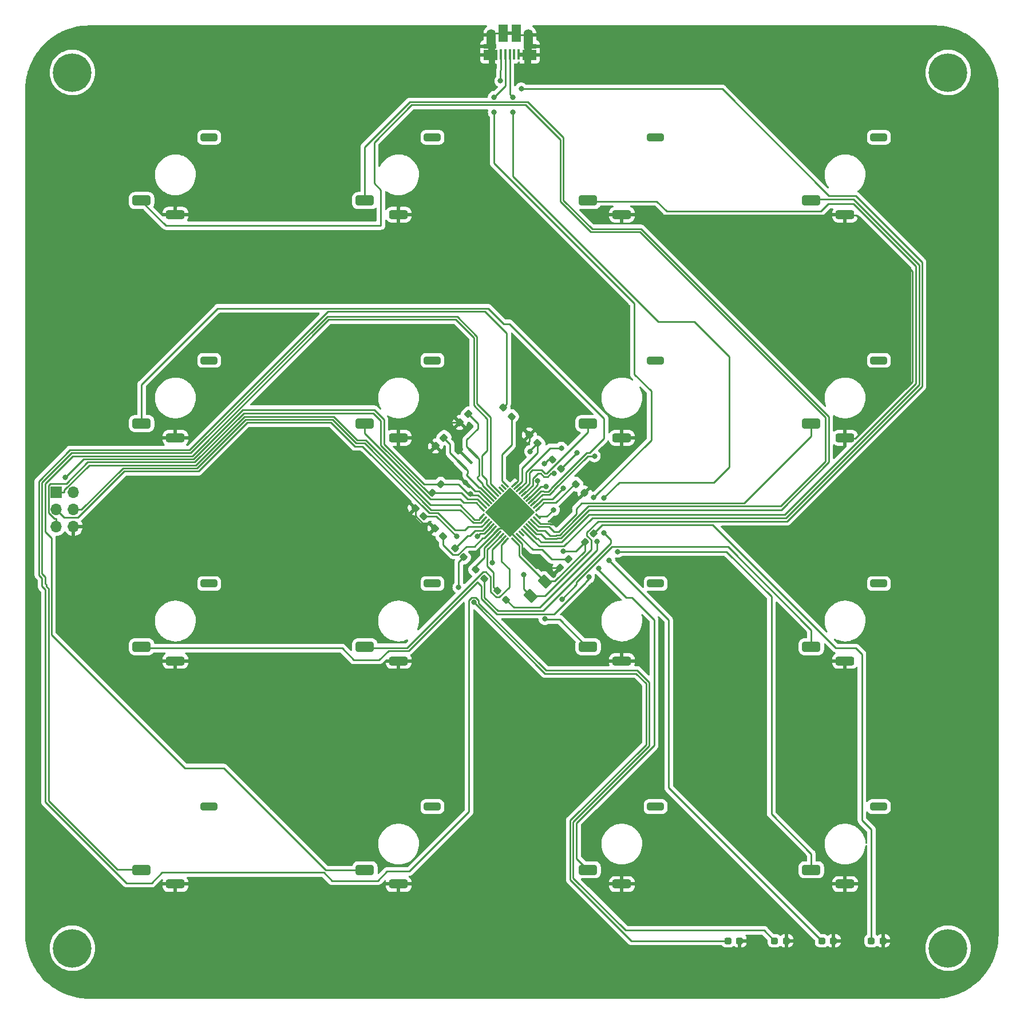
<source format=gbl>
%TF.GenerationSoftware,KiCad,Pcbnew,(6.0.1)*%
%TF.CreationDate,2022-02-12T18:16:09+09:00*%
%TF.ProjectId,FlatFighter_rev4,466c6174-4669-4676-9874-65725f726576,0*%
%TF.SameCoordinates,Original*%
%TF.FileFunction,Copper,L2,Bot*%
%TF.FilePolarity,Positive*%
%FSLAX46Y46*%
G04 Gerber Fmt 4.6, Leading zero omitted, Abs format (unit mm)*
G04 Created by KiCad (PCBNEW (6.0.1)) date 2022-02-12 18:16:09*
%MOMM*%
%LPD*%
G01*
G04 APERTURE LIST*
G04 Aperture macros list*
%AMRoundRect*
0 Rectangle with rounded corners*
0 $1 Rounding radius*
0 $2 $3 $4 $5 $6 $7 $8 $9 X,Y pos of 4 corners*
0 Add a 4 corners polygon primitive as box body*
4,1,4,$2,$3,$4,$5,$6,$7,$8,$9,$2,$3,0*
0 Add four circle primitives for the rounded corners*
1,1,$1+$1,$2,$3*
1,1,$1+$1,$4,$5*
1,1,$1+$1,$6,$7*
1,1,$1+$1,$8,$9*
0 Add four rect primitives between the rounded corners*
20,1,$1+$1,$2,$3,$4,$5,0*
20,1,$1+$1,$4,$5,$6,$7,0*
20,1,$1+$1,$6,$7,$8,$9,0*
20,1,$1+$1,$8,$9,$2,$3,0*%
%AMRotRect*
0 Rectangle, with rotation*
0 The origin of the aperture is its center*
0 $1 length*
0 $2 width*
0 $3 Rotation angle, in degrees counterclockwise*
0 Add horizontal line*
21,1,$1,$2,0,0,$3*%
G04 Aperture macros list end*
%TA.AperFunction,SMDPad,CuDef*%
%ADD10RotRect,0.400000X1.900000X225.000000*%
%TD*%
%TA.AperFunction,ComponentPad*%
%ADD11RoundRect,0.287500X-0.962500X-0.287500X0.962500X-0.287500X0.962500X0.287500X-0.962500X0.287500X0*%
%TD*%
%TA.AperFunction,ComponentPad*%
%ADD12RoundRect,0.375000X-1.000000X-0.375000X1.000000X-0.375000X1.000000X0.375000X-1.000000X0.375000X0*%
%TD*%
%TA.AperFunction,ComponentPad*%
%ADD13RoundRect,0.325000X-1.050000X-0.325000X1.050000X-0.325000X1.050000X0.325000X-1.050000X0.325000X0*%
%TD*%
%TA.AperFunction,ComponentPad*%
%ADD14R,1.700000X1.700000*%
%TD*%
%TA.AperFunction,ComponentPad*%
%ADD15O,1.700000X1.700000*%
%TD*%
%TA.AperFunction,ComponentPad*%
%ADD16C,5.700000*%
%TD*%
%TA.AperFunction,SMDPad,CuDef*%
%ADD17RoundRect,0.237500X-0.344715X0.008839X0.008839X-0.344715X0.344715X-0.008839X-0.008839X0.344715X0*%
%TD*%
%TA.AperFunction,SMDPad,CuDef*%
%ADD18RoundRect,0.237500X0.287500X0.237500X-0.287500X0.237500X-0.287500X-0.237500X0.287500X-0.237500X0*%
%TD*%
%TA.AperFunction,SMDPad,CuDef*%
%ADD19RoundRect,0.237500X0.380070X-0.044194X-0.044194X0.380070X-0.380070X0.044194X0.044194X-0.380070X0*%
%TD*%
%TA.AperFunction,SMDPad,CuDef*%
%ADD20RoundRect,0.237500X0.344715X-0.008839X-0.008839X0.344715X-0.344715X0.008839X0.008839X-0.344715X0*%
%TD*%
%TA.AperFunction,SMDPad,CuDef*%
%ADD21R,0.400000X1.650000*%
%TD*%
%TA.AperFunction,SMDPad,CuDef*%
%ADD22R,1.430000X2.500000*%
%TD*%
%TA.AperFunction,ComponentPad*%
%ADD23O,1.350000X1.700000*%
%TD*%
%TA.AperFunction,SMDPad,CuDef*%
%ADD24R,1.825000X0.700000*%
%TD*%
%TA.AperFunction,ComponentPad*%
%ADD25O,1.100000X1.500000*%
%TD*%
%TA.AperFunction,SMDPad,CuDef*%
%ADD26R,2.000000X1.500000*%
%TD*%
%TA.AperFunction,SMDPad,CuDef*%
%ADD27R,1.350000X2.000000*%
%TD*%
%TA.AperFunction,SMDPad,CuDef*%
%ADD28RoundRect,0.250001X0.114905X-0.768977X0.768977X-0.114905X-0.114905X0.768977X-0.768977X0.114905X0*%
%TD*%
%TA.AperFunction,SMDPad,CuDef*%
%ADD29RoundRect,0.237500X-0.008839X-0.344715X0.344715X0.008839X0.008839X0.344715X-0.344715X-0.008839X0*%
%TD*%
%TA.AperFunction,SMDPad,CuDef*%
%ADD30RoundRect,0.062500X-0.291682X-0.380070X0.380070X0.291682X0.291682X0.380070X-0.380070X-0.291682X0*%
%TD*%
%TA.AperFunction,SMDPad,CuDef*%
%ADD31RoundRect,0.062500X0.291682X-0.380070X0.380070X-0.291682X-0.291682X0.380070X-0.380070X0.291682X0*%
%TD*%
%TA.AperFunction,SMDPad,CuDef*%
%ADD32RotRect,5.200000X5.200000X45.000000*%
%TD*%
%TA.AperFunction,SMDPad,CuDef*%
%ADD33RoundRect,0.237500X-0.380070X0.044194X0.044194X-0.380070X0.380070X-0.044194X-0.044194X0.380070X0*%
%TD*%
%TA.AperFunction,SMDPad,CuDef*%
%ADD34RoundRect,0.237500X0.008839X0.344715X-0.344715X-0.008839X-0.008839X-0.344715X0.344715X0.008839X0*%
%TD*%
%TA.AperFunction,SMDPad,CuDef*%
%ADD35RoundRect,0.237500X0.044194X0.380070X-0.380070X-0.044194X-0.044194X-0.380070X0.380070X0.044194X0*%
%TD*%
%TA.AperFunction,ViaPad*%
%ADD36C,0.800000*%
%TD*%
%TA.AperFunction,Conductor*%
%ADD37C,0.250000*%
%TD*%
G04 APERTURE END LIST*
D10*
%TO.P,U2,1,INPUT*%
%TO.N,Net-(C5-Pad1)*%
X145700000Y-79200000D03*
%TO.P,U2,2,GND*%
%TO.N,GND*%
X144851472Y-80048529D03*
%TO.P,U2,3,OUTPUT*%
%TO.N,Net-(C6-Pad1)*%
X144002943Y-80897057D03*
%TD*%
D11*
%TO.P,SW7,*%
%TO.N,*%
X172640000Y-98450000D03*
D12*
%TO.P,SW7,1,1*%
%TO.N,Net-(SW7-Pad1)*%
X162640000Y-107800000D03*
D13*
%TO.P,SW7,2,2*%
%TO.N,GND*%
X167640000Y-109900000D03*
%TD*%
D11*
%TO.P,SW2,*%
%TO.N,*%
X139620000Y-131450000D03*
D12*
%TO.P,SW2,1,1*%
%TO.N,Net-(SW2-Pad1)*%
X129620000Y-140800000D03*
D13*
%TO.P,SW2,2,2*%
%TO.N,GND*%
X134620000Y-142900000D03*
%TD*%
D11*
%TO.P,SW8,*%
%TO.N,*%
X205660000Y-98450000D03*
D12*
%TO.P,SW8,1,1*%
%TO.N,Net-(SW8-Pad1)*%
X195660000Y-107800000D03*
D13*
%TO.P,SW8,2,2*%
%TO.N,GND*%
X200660000Y-109900000D03*
%TD*%
D11*
%TO.P,SW6,*%
%TO.N,*%
X139620000Y-98450000D03*
D12*
%TO.P,SW6,1,1*%
%TO.N,Net-(SW6-Pad1)*%
X129620000Y-107800000D03*
D13*
%TO.P,SW6,2,2*%
%TO.N,GND*%
X134620000Y-109900000D03*
%TD*%
D11*
%TO.P,SW12,*%
%TO.N,*%
X205660000Y-65450000D03*
D12*
%TO.P,SW12,1,1*%
%TO.N,Net-(SW12-Pad1)*%
X195660000Y-74800000D03*
D13*
%TO.P,SW12,2,2*%
%TO.N,GND*%
X200660000Y-76900000D03*
%TD*%
D11*
%TO.P,SW11,*%
%TO.N,*%
X172640000Y-65450000D03*
D12*
%TO.P,SW11,1,1*%
%TO.N,Net-(SW11-Pad1)*%
X162640000Y-74800000D03*
D13*
%TO.P,SW11,2,2*%
%TO.N,GND*%
X167640000Y-76900000D03*
%TD*%
D11*
%TO.P,SW14,*%
%TO.N,*%
X139620000Y-32450000D03*
D12*
%TO.P,SW14,1,1*%
%TO.N,Net-(SW14-Pad1)*%
X129620000Y-41800000D03*
D13*
%TO.P,SW14,2,2*%
%TO.N,GND*%
X134620000Y-43900000D03*
%TD*%
D11*
%TO.P,SW5,*%
%TO.N,*%
X106600000Y-98450000D03*
D12*
%TO.P,SW5,1,1*%
%TO.N,Net-(SW5-Pad1)*%
X96600000Y-107800000D03*
D13*
%TO.P,SW5,2,2*%
%TO.N,GND*%
X101600000Y-109900000D03*
%TD*%
D11*
%TO.P,SW10,*%
%TO.N,*%
X139620000Y-65450000D03*
D12*
%TO.P,SW10,1,1*%
%TO.N,Net-(SW10-Pad1)*%
X129620000Y-74800000D03*
D13*
%TO.P,SW10,2,2*%
%TO.N,GND*%
X134620000Y-76900000D03*
%TD*%
D11*
%TO.P,SW3,*%
%TO.N,*%
X172640000Y-131450000D03*
D12*
%TO.P,SW3,1,1*%
%TO.N,Net-(SW3-Pad1)*%
X162640000Y-140800000D03*
D13*
%TO.P,SW3,2,2*%
%TO.N,GND*%
X167640000Y-142900000D03*
%TD*%
D11*
%TO.P,SW1,*%
%TO.N,*%
X106600000Y-131450000D03*
D12*
%TO.P,SW1,1,1*%
%TO.N,Net-(SW1-Pad1)*%
X96600000Y-140800000D03*
D13*
%TO.P,SW1,2,2*%
%TO.N,GND*%
X101600000Y-142900000D03*
%TD*%
D11*
%TO.P,SW9,*%
%TO.N,*%
X106600000Y-65450000D03*
D12*
%TO.P,SW9,1,1*%
%TO.N,Net-(SW9-Pad1)*%
X96600000Y-74800000D03*
D13*
%TO.P,SW9,2,2*%
%TO.N,GND*%
X101600000Y-76900000D03*
%TD*%
D11*
%TO.P,SW15,*%
%TO.N,*%
X172640000Y-32450000D03*
D12*
%TO.P,SW15,1,1*%
%TO.N,Net-(SW15-Pad1)*%
X162640000Y-41800000D03*
D13*
%TO.P,SW15,2,2*%
%TO.N,GND*%
X167640000Y-43900000D03*
%TD*%
D11*
%TO.P,SW13,*%
%TO.N,*%
X106600000Y-32450000D03*
D12*
%TO.P,SW13,1,1*%
%TO.N,Net-(SW13-Pad1)*%
X96600000Y-41800000D03*
D13*
%TO.P,SW13,2,2*%
%TO.N,GND*%
X101600000Y-43900000D03*
%TD*%
D11*
%TO.P,SW4,*%
%TO.N,*%
X205660000Y-131450000D03*
D12*
%TO.P,SW4,1,1*%
%TO.N,Net-(SW4-Pad1)*%
X195660000Y-140800000D03*
D13*
%TO.P,SW4,2,2*%
%TO.N,GND*%
X200660000Y-142900000D03*
%TD*%
D11*
%TO.P,SW16,*%
%TO.N,*%
X205660000Y-32450000D03*
D12*
%TO.P,SW16,1,1*%
%TO.N,Net-(SW16-Pad1)*%
X195660000Y-41800000D03*
D13*
%TO.P,SW16,2,2*%
%TO.N,GND*%
X200660000Y-43900000D03*
%TD*%
D14*
%TO.P,P4,1,Pin_1*%
%TO.N,/MISO*%
X84000000Y-84975000D03*
D15*
%TO.P,P4,2,Pin_2*%
%TO.N,VCC*%
X86540000Y-84975000D03*
%TO.P,P4,3,Pin_3*%
%TO.N,/SCK*%
X84000000Y-87515000D03*
%TO.P,P4,4,Pin_4*%
%TO.N,/MOSI*%
X86540000Y-87515000D03*
%TO.P,P4,5,Pin_5*%
%TO.N,/RESET*%
X84000000Y-90055000D03*
%TO.P,P4,6,Pin_6*%
%TO.N,GND*%
X86540000Y-90055000D03*
%TD*%
D16*
%TO.P,REF1,1*%
%TO.N,N/C*%
X86360000Y-22860000D03*
%TD*%
%TO.P,REF2,1*%
%TO.N,N/C*%
X215900000Y-22860000D03*
%TD*%
%TO.P,REF4,1*%
%TO.N,N/C*%
X215900000Y-152400000D03*
%TD*%
%TO.P,REF3,1*%
%TO.N,N/C*%
X86360000Y-152400000D03*
%TD*%
D17*
%TO.P,R11,1*%
%TO.N,Net-(R11-Pad1)*%
X160854765Y-83754765D03*
%TO.P,R11,2*%
%TO.N,GND*%
X162145235Y-85045235D03*
%TD*%
D18*
%TO.P,D4,1,K*%
%TO.N,GND*%
X185075000Y-151300000D03*
%TO.P,D4,2,A*%
%TO.N,Net-(D4-Pad2)*%
X183325000Y-151300000D03*
%TD*%
%TO.P,D2,1,K*%
%TO.N,GND*%
X198975000Y-151300000D03*
%TO.P,D2,2,A*%
%TO.N,Net-(D2-Pad2)*%
X197225000Y-151300000D03*
%TD*%
D19*
%TO.P,C1,1*%
%TO.N,VCC*%
X155199980Y-77699980D03*
%TO.P,C1,2*%
%TO.N,GND*%
X153980220Y-76480220D03*
%TD*%
D20*
%TO.P,R7,1*%
%TO.N,Net-(R7-Pad1)*%
X151345235Y-73745235D03*
%TO.P,R7,2*%
%TO.N,Net-(D3-Pad2)*%
X150054765Y-72454765D03*
%TD*%
D21*
%TO.P,P2,1,VBUS*%
%TO.N,/UVCC*%
X149775000Y-20165000D03*
%TO.P,P2,2,D-*%
%TO.N,Net-(P2-Pad2)*%
X150425000Y-20165000D03*
%TO.P,P2,3,D+*%
%TO.N,Net-(P2-Pad3)*%
X151075000Y-20165000D03*
%TO.P,P2,4,ID*%
%TO.N,unconnected-(P2-Pad4)*%
X151725000Y-20165000D03*
%TO.P,P2,5,GND*%
%TO.N,GND*%
X152375000Y-20165000D03*
D22*
%TO.P,P2,6,Shield*%
X152035000Y-17015000D03*
D23*
X153805000Y-17285000D03*
D24*
X154075000Y-18965000D03*
D25*
X148655000Y-20285000D03*
D23*
X148345000Y-17285000D03*
D26*
X153975000Y-20285000D03*
D25*
X153495000Y-20285000D03*
D27*
X148345000Y-18215000D03*
X153825000Y-18215000D03*
D24*
X148125000Y-18965000D03*
D22*
X150115000Y-17015000D03*
D26*
X148225000Y-20265000D03*
%TD*%
D18*
%TO.P,D1,1,K*%
%TO.N,GND*%
X206300000Y-151300000D03*
%TO.P,D1,2,A*%
%TO.N,Net-(D1-Pad2)*%
X204550000Y-151300000D03*
%TD*%
D17*
%TO.P,R2,1*%
%TO.N,Net-(R2-Pad1)*%
X157354765Y-80154765D03*
%TO.P,R2,2*%
%TO.N,Net-(D2-Pad2)*%
X158645235Y-81445235D03*
%TD*%
D28*
%TO.P,F1,1*%
%TO.N,/UVCC*%
X154148179Y-100251821D03*
%TO.P,F1,2*%
%TO.N,VCC*%
X156251821Y-98148179D03*
%TD*%
D29*
%TO.P,R10,1*%
%TO.N,/RESET*%
X139554765Y-85045235D03*
%TO.P,R10,2*%
%TO.N,VCC*%
X140845235Y-83754765D03*
%TD*%
D20*
%TO.P,R9,1*%
%TO.N,Net-(P2-Pad2)*%
X150545235Y-100845235D03*
%TO.P,R9,2*%
%TO.N,/D-*%
X149254765Y-99554765D03*
%TD*%
D30*
%TO.P,U1,1,PE6*%
%TO.N,Net-(SW6-Pad1)*%
X150507798Y-92085452D03*
%TO.P,U1,2,UVCC*%
%TO.N,/UVCC*%
X150154245Y-91731898D03*
%TO.P,U1,3,D-*%
%TO.N,/D-*%
X149800691Y-91378345D03*
%TO.P,U1,4,D+*%
%TO.N,/D+*%
X149447138Y-91024792D03*
%TO.P,U1,5,UGND*%
%TO.N,GND*%
X149093585Y-90671238D03*
%TO.P,U1,6,UCAP*%
%TO.N,Net-(C4-Pad1)*%
X148740031Y-90317685D03*
%TO.P,U1,7,VBUS*%
%TO.N,/UVCC*%
X148386478Y-89964131D03*
%TO.P,U1,8,PB0*%
%TO.N,Net-(R6-Pad1)*%
X148032924Y-89610578D03*
%TO.P,U1,9,PB1*%
%TO.N,/SCK*%
X147679371Y-89257025D03*
%TO.P,U1,10,PB2*%
%TO.N,/MOSI*%
X147325818Y-88903471D03*
%TO.P,U1,11,PB3*%
%TO.N,/MISO*%
X146972264Y-88549918D03*
D31*
%TO.P,U1,12,PB7*%
%TO.N,Net-(SW10-Pad1)*%
X146972264Y-87365514D03*
%TO.P,U1,13,~{RESET}*%
%TO.N,/RESET*%
X147325818Y-87011961D03*
%TO.P,U1,14,VCC*%
%TO.N,VCC*%
X147679371Y-86658407D03*
%TO.P,U1,15,GND*%
%TO.N,GND*%
X148032924Y-86304854D03*
%TO.P,U1,16,XTAL2*%
%TO.N,Net-(C6-Pad1)*%
X148386478Y-85951301D03*
%TO.P,U1,17,XTAL1*%
%TO.N,Net-(C5-Pad1)*%
X148740031Y-85597747D03*
%TO.P,U1,18,PD0*%
%TO.N,Net-(SW2-Pad1)*%
X149093585Y-85244194D03*
%TO.P,U1,19,PD1*%
%TO.N,Net-(SW1-Pad1)*%
X149447138Y-84890640D03*
%TO.P,U1,20,PD2*%
%TO.N,unconnected-(U1-Pad20)*%
X149800691Y-84537087D03*
%TO.P,U1,21,PD3*%
%TO.N,unconnected-(U1-Pad21)*%
X150154245Y-84183534D03*
%TO.P,U1,22,PD5*%
%TO.N,Net-(R7-Pad1)*%
X150507798Y-83829980D03*
D30*
%TO.P,U1,23,GND*%
%TO.N,GND*%
X151692202Y-83829980D03*
%TO.P,U1,24,AVCC*%
%TO.N,VCC*%
X152045755Y-84183534D03*
%TO.P,U1,25,PD4*%
%TO.N,Net-(SW3-Pad1)*%
X152399309Y-84537087D03*
%TO.P,U1,26,PD6*%
%TO.N,Net-(SW11-Pad1)*%
X152752862Y-84890640D03*
%TO.P,U1,27,PD7*%
%TO.N,Net-(SW5-Pad1)*%
X153106415Y-85244194D03*
%TO.P,U1,28,PB4*%
%TO.N,Net-(SW7-Pad1)*%
X153459969Y-85597747D03*
%TO.P,U1,29,PB5*%
%TO.N,Net-(SW8-Pad1)*%
X153813522Y-85951301D03*
%TO.P,U1,30,PB6*%
%TO.N,Net-(SW9-Pad1)*%
X154167076Y-86304854D03*
%TO.P,U1,31,PC6*%
%TO.N,Net-(SW4-Pad1)*%
X154520629Y-86658407D03*
%TO.P,U1,32,PC7*%
%TO.N,Net-(R2-Pad1)*%
X154874182Y-87011961D03*
%TO.P,U1,33,~{HWB}/PE2*%
%TO.N,Net-(R11-Pad1)*%
X155227736Y-87365514D03*
D31*
%TO.P,U1,34,VCC*%
%TO.N,VCC*%
X155227736Y-88549918D03*
%TO.P,U1,35,GND*%
%TO.N,GND*%
X154874182Y-88903471D03*
%TO.P,U1,36,PF7*%
%TO.N,Net-(SW12-Pad1)*%
X154520629Y-89257025D03*
%TO.P,U1,37,PF6*%
%TO.N,Net-(SW13-Pad1)*%
X154167076Y-89610578D03*
%TO.P,U1,38,PF5*%
%TO.N,Net-(SW14-Pad1)*%
X153813522Y-89964131D03*
%TO.P,U1,39,PF4*%
%TO.N,Net-(SW15-Pad1)*%
X153459969Y-90317685D03*
%TO.P,U1,40,PF1*%
%TO.N,Net-(SW16-Pad1)*%
X153106415Y-90671238D03*
%TO.P,U1,41,PF0*%
%TO.N,unconnected-(U1-Pad41)*%
X152752862Y-91024792D03*
%TO.P,U1,42,AREF*%
%TO.N,Net-(C2-Pad1)*%
X152399309Y-91378345D03*
%TO.P,U1,43,GND*%
%TO.N,GND*%
X152045755Y-91731898D03*
%TO.P,U1,44,AVCC*%
%TO.N,VCC*%
X151692202Y-92085452D03*
D32*
%TO.P,U1,45,GND*%
%TO.N,GND*%
X151100000Y-87957716D03*
%TD*%
D20*
%TO.P,R8,1*%
%TO.N,Net-(P2-Pad3)*%
X147300035Y-97700035D03*
%TO.P,R8,2*%
%TO.N,/D+*%
X146009565Y-96409565D03*
%TD*%
D33*
%TO.P,C3,1*%
%TO.N,GND*%
X137090120Y-87290120D03*
%TO.P,C3,2*%
%TO.N,/UVCC*%
X138309880Y-88509880D03*
%TD*%
D19*
%TO.P,C4,1*%
%TO.N,Net-(C4-Pad1)*%
X141209880Y-91509880D03*
%TO.P,C4,2*%
%TO.N,GND*%
X139990120Y-90290120D03*
%TD*%
D34*
%TO.P,R1,1*%
%TO.N,Net-(D1-Pad2)*%
X163445235Y-91054765D03*
%TO.P,R1,2*%
%TO.N,VCC*%
X162154765Y-92345235D03*
%TD*%
D35*
%TO.P,C6,1*%
%TO.N,Net-(C6-Pad1)*%
X141309880Y-76890120D03*
%TO.P,C6,2*%
%TO.N,GND*%
X140090120Y-78109880D03*
%TD*%
D17*
%TO.P,R6,1*%
%TO.N,Net-(R6-Pad1)*%
X142954765Y-93254765D03*
%TO.P,R6,2*%
%TO.N,Net-(D4-Pad2)*%
X144245235Y-94545235D03*
%TD*%
D35*
%TO.P,C5,1*%
%TO.N,Net-(C5-Pad1)*%
X144909880Y-73390120D03*
%TO.P,C5,2*%
%TO.N,GND*%
X143690120Y-74609880D03*
%TD*%
%TO.P,C2,1*%
%TO.N,Net-(C2-Pad1)*%
X159709880Y-94890120D03*
%TO.P,C2,2*%
%TO.N,GND*%
X158490120Y-96109880D03*
%TD*%
D18*
%TO.P,D3,1,K*%
%TO.N,GND*%
X191975000Y-151300000D03*
%TO.P,D3,2,A*%
%TO.N,Net-(D3-Pad2)*%
X190225000Y-151300000D03*
%TD*%
D36*
%TO.N,VCC*%
X154100000Y-78900000D03*
X159000000Y-93675400D03*
X157550000Y-87550000D03*
X145250000Y-85207700D03*
X85330200Y-82764600D03*
%TO.N,GND*%
X152338900Y-79093900D03*
X144500000Y-83500000D03*
X157570000Y-97190000D03*
%TO.N,/UVCC*%
X148510000Y-95360000D03*
X143200000Y-91500000D03*
X149700500Y-24094789D03*
X152750000Y-25250000D03*
X153120000Y-97130000D03*
X146307700Y-91467700D03*
%TO.N,Net-(D2-Pad2)*%
X165750000Y-95000000D03*
X161000000Y-79100000D03*
%TO.N,Net-(D4-Pad2)*%
X143500000Y-99000000D03*
X145750000Y-101250000D03*
%TO.N,Net-(P2-Pad2)*%
X164000000Y-92250000D03*
X148750000Y-28750000D03*
X163500000Y-85750000D03*
X148750000Y-26500000D03*
%TO.N,Net-(P2-Pad3)*%
X151500000Y-28750000D03*
X165000000Y-85825980D03*
X151500000Y-26500000D03*
X165000000Y-91000000D03*
%TO.N,Net-(R2-Pad1)*%
X158954500Y-84359356D03*
X156220000Y-80680000D03*
%TO.N,Net-(SW3-Pad1)*%
X158700000Y-78400000D03*
X164250000Y-96250000D03*
%TO.N,Net-(SW4-Pad1)*%
X167000000Y-93724500D03*
X163600000Y-79600000D03*
%TO.N,Net-(SW5-Pad1)*%
X157590000Y-82170000D03*
X162750000Y-97500000D03*
%TO.N,Net-(SW7-Pad1)*%
X156250000Y-103674020D03*
X155169261Y-83256141D03*
%TO.N,Net-(SW8-Pad1)*%
X158762299Y-100762299D03*
X156449106Y-84122238D03*
%TD*%
D37*
%TO.N,Net-(C5-Pad1)*%
X146500000Y-80000000D02*
X145700000Y-79200000D01*
X146500000Y-82473400D02*
X146500000Y-80000000D01*
X147069500Y-83669500D02*
X146309200Y-82909100D01*
X146309200Y-82664200D02*
X146500000Y-82473400D01*
X147069500Y-83927216D02*
X147069500Y-83669500D01*
X148740031Y-85597747D02*
X147069500Y-83927216D01*
X146309200Y-82909100D02*
X146309200Y-82664200D01*
%TO.N,Net-(C6-Pad1)*%
X144800000Y-81694114D02*
X144002943Y-80897057D01*
X144800000Y-82200000D02*
X144800000Y-81694114D01*
X146503800Y-84235200D02*
X144700000Y-82431400D01*
X146670377Y-84235200D02*
X146503800Y-84235200D01*
X144700000Y-82300000D02*
X144800000Y-82200000D01*
X148386478Y-85951301D02*
X146670377Y-84235200D01*
X144700000Y-82431400D02*
X144700000Y-82300000D01*
X142226600Y-77806800D02*
X142226600Y-79120714D01*
X142226600Y-79120714D02*
X144002943Y-80897057D01*
%TO.N,Net-(C5-Pad1)*%
X144700000Y-77200000D02*
X144700000Y-78200000D01*
X146345500Y-74825700D02*
X146345500Y-75554500D01*
X144909900Y-73390100D02*
X146345500Y-74825700D01*
X146345500Y-75554500D02*
X144700000Y-77200000D01*
X144700000Y-78200000D02*
X145700000Y-79200000D01*
%TO.N,Net-(D3-Pad2)*%
X150600000Y-71909530D02*
X150054765Y-72454765D01*
X150600000Y-61400000D02*
X150600000Y-71909530D01*
X147399040Y-58199040D02*
X150600000Y-61400000D01*
X124200960Y-58199040D02*
X147399040Y-58199040D01*
X103705400Y-78694600D02*
X124200960Y-58199040D01*
X86018518Y-78694600D02*
X103705400Y-78694600D01*
X81409200Y-83303918D02*
X86018518Y-78694600D01*
X81409200Y-97190100D02*
X81409200Y-83303918D01*
X81872800Y-97653700D02*
X81409200Y-97190100D01*
X81872800Y-98861800D02*
X81872800Y-97653700D01*
X99660000Y-141200000D02*
X98080000Y-142780000D01*
X123564296Y-141200000D02*
X99660000Y-141200000D01*
X131560000Y-142410000D02*
X124774296Y-142410000D01*
X132930000Y-141040000D02*
X131560000Y-142410000D01*
X82366300Y-130736300D02*
X82366300Y-99355300D01*
X136220000Y-141040000D02*
X132930000Y-141040000D01*
X124774296Y-142410000D02*
X123564296Y-141200000D01*
X145449897Y-100525489D02*
X145025489Y-100949897D01*
X146050103Y-100525489D02*
X145449897Y-100525489D01*
X146474511Y-100949897D02*
X146050103Y-100525489D01*
X146474511Y-101338793D02*
X146474511Y-100949897D01*
X156436198Y-111300480D02*
X146474511Y-101338793D01*
X98080000Y-142780000D02*
X94410000Y-142780000D01*
X169936198Y-111300480D02*
X156436198Y-111300480D01*
X171699520Y-122436198D02*
X171699520Y-113063802D01*
X145025489Y-132234511D02*
X136220000Y-141040000D01*
X160449520Y-133686198D02*
X171699520Y-122436198D01*
X171436197Y-112800480D02*
X169936198Y-111300480D01*
X145025489Y-100949897D02*
X145025489Y-132234511D01*
X188665000Y-149740000D02*
X168190000Y-149740000D01*
X82366300Y-99355300D02*
X81872800Y-98861800D01*
X160449520Y-141999520D02*
X160449520Y-133686198D01*
X168190000Y-149740000D02*
X160449520Y-141999520D01*
X171699520Y-113063802D02*
X171436197Y-112800480D01*
X190225000Y-151300000D02*
X188665000Y-149740000D01*
X94410000Y-142780000D02*
X82366300Y-130736300D01*
%TO.N,Net-(SW15-Pad1)*%
X154988971Y-91846687D02*
X153459969Y-90317685D01*
X155246787Y-91846687D02*
X154988971Y-91846687D01*
X155690100Y-92290000D02*
X155246787Y-91846687D01*
X158739600Y-92290000D02*
X155690100Y-92290000D01*
X162779600Y-88250000D02*
X158739600Y-92290000D01*
X191723559Y-88250000D02*
X162779600Y-88250000D01*
X211100000Y-68873559D02*
X191723559Y-88250000D01*
X211100000Y-51473220D02*
X211100000Y-68873559D01*
X198200000Y-42300000D02*
X201926780Y-42300000D01*
X197100000Y-43400000D02*
X198200000Y-42300000D01*
X172800000Y-41900000D02*
X174300000Y-43400000D01*
X174300000Y-43400000D02*
X197100000Y-43400000D01*
X162640000Y-41900000D02*
X172800000Y-41900000D01*
X201926780Y-42300000D02*
X211100000Y-51473220D01*
%TO.N,Net-(SW16-Pad1)*%
X195960000Y-41600000D02*
X195660000Y-41900000D01*
X201901650Y-41600000D02*
X195960000Y-41600000D01*
X211600000Y-51298350D02*
X201901650Y-41600000D01*
X211600000Y-69072782D02*
X211600000Y-51298350D01*
X202825882Y-77846900D02*
X211600000Y-69072782D01*
X202817000Y-77846900D02*
X202825882Y-77846900D01*
X159079100Y-92950900D02*
X163280000Y-88750000D01*
X163280000Y-88750000D02*
X191913900Y-88750000D01*
X155400900Y-92950900D02*
X159079100Y-92950900D01*
X154579623Y-92129623D02*
X155400900Y-92950900D01*
X191913900Y-88750000D02*
X202817000Y-77846900D01*
X153106415Y-90671238D02*
X154564800Y-92129623D01*
X154564800Y-92129623D02*
X154579623Y-92129623D01*
%TO.N,/UVCC*%
X156248179Y-100251821D02*
X154148179Y-100251821D01*
X163089000Y-93411000D02*
X156248179Y-100251821D01*
X163089000Y-91988900D02*
X163089000Y-93411000D01*
X162477900Y-91377800D02*
X163089000Y-91988900D01*
X162477900Y-90872600D02*
X162477900Y-91377800D01*
X164100500Y-89250000D02*
X162477900Y-90872600D01*
X192058500Y-89250000D02*
X164100500Y-89250000D01*
X212049520Y-50930011D02*
X212049520Y-69258980D01*
X202219509Y-41100000D02*
X212049520Y-50930011D01*
X182500000Y-25300000D02*
X198300000Y-41100000D01*
X152800000Y-25300000D02*
X182500000Y-25300000D01*
X198300000Y-41100000D02*
X202219509Y-41100000D01*
X212049520Y-69258980D02*
X192058500Y-89250000D01*
X152750000Y-25250000D02*
X152800000Y-25300000D01*
%TO.N,Net-(P2-Pad2)*%
X169500000Y-57000000D02*
X148750000Y-36250000D01*
X169500000Y-67500000D02*
X169500000Y-57000000D01*
X172000000Y-70000000D02*
X169500000Y-67500000D01*
X148750000Y-36250000D02*
X148750000Y-28750000D01*
X172000000Y-77250000D02*
X172000000Y-70000000D01*
X163500000Y-85750000D02*
X172000000Y-77250000D01*
%TO.N,Net-(SW9-Pad1)*%
X96600000Y-69000000D02*
X96600000Y-74920000D01*
X147900502Y-57749520D02*
X107850480Y-57749520D01*
X150187800Y-60036818D02*
X147900502Y-57749520D01*
X151036818Y-60036818D02*
X150187800Y-60036818D01*
X165000000Y-74000000D02*
X151036818Y-60036818D01*
X165000000Y-77000000D02*
X165000000Y-74000000D01*
X162407916Y-79150480D02*
X162849520Y-79150480D01*
X157173607Y-84422337D02*
X157173607Y-84384788D01*
X156749205Y-84846739D02*
X157173607Y-84422337D01*
X156149007Y-84846739D02*
X156749205Y-84846739D01*
X156140491Y-84838223D02*
X156149007Y-84846739D01*
X156134017Y-84833783D02*
X156134572Y-84833783D01*
X156129475Y-84829241D02*
X156134017Y-84833783D01*
X156129013Y-84829241D02*
X156129475Y-84829241D01*
X155652027Y-84819903D02*
X156119675Y-84819903D01*
X156139012Y-84838223D02*
X156140491Y-84838223D01*
X107850480Y-57749520D02*
X96600000Y-69000000D01*
X154167076Y-86304854D02*
X155652027Y-84819903D01*
X156119675Y-84819903D02*
X156129013Y-84829241D01*
X157173607Y-84384788D02*
X162407916Y-79150480D01*
X156134572Y-84833783D02*
X156139012Y-84838223D01*
X162849520Y-79150480D02*
X165000000Y-77000000D01*
%TO.N,Net-(SW13-Pad1)*%
X132000000Y-45500000D02*
X100200000Y-45500000D01*
X132000000Y-40257949D02*
X132000000Y-45500000D01*
X131000000Y-33250000D02*
X131000000Y-39257949D01*
X136575969Y-27674031D02*
X131000000Y-33250000D01*
X153424031Y-27674031D02*
X136575969Y-27674031D01*
X158550480Y-32800480D02*
X153424031Y-27674031D01*
X158550480Y-41936197D02*
X158550480Y-32800480D01*
X163063803Y-46449520D02*
X158550480Y-41936197D01*
X170313802Y-46449520D02*
X163063803Y-46449520D01*
X197750000Y-73885718D02*
X170313802Y-46449520D01*
X131000000Y-39257949D02*
X132000000Y-40257949D01*
X197750000Y-80364282D02*
X197750000Y-73885718D01*
X191114282Y-87000000D02*
X197750000Y-80364282D01*
X162695304Y-87000000D02*
X191114282Y-87000000D01*
X160650000Y-89045304D02*
X162695304Y-87000000D01*
X160650000Y-89046500D02*
X160650000Y-89045304D01*
X157833400Y-91359400D02*
X157931700Y-91261100D01*
X158435400Y-91261100D02*
X160650000Y-89046500D01*
X157022300Y-91359400D02*
X157833400Y-91359400D01*
X156261900Y-90599100D02*
X157022300Y-91359400D01*
X100200000Y-45500000D02*
X96600000Y-41900000D01*
X157931700Y-91261100D02*
X158435400Y-91261100D01*
X154167076Y-89610578D02*
X155155598Y-90599100D01*
X155155598Y-90599100D02*
X156261900Y-90599100D01*
%TO.N,Net-(D1-Pad2)*%
X204550000Y-134850000D02*
X204550000Y-151300000D01*
X202250000Y-108000000D02*
X203167000Y-108917000D01*
X164750000Y-89750000D02*
X181060400Y-89750000D01*
X181060400Y-89750000D02*
X199310400Y-108000000D01*
X199310400Y-108000000D02*
X202250000Y-108000000D01*
X163445200Y-91054800D02*
X164750000Y-89750000D01*
X203167000Y-108917000D02*
X203167000Y-133467000D01*
X203167000Y-133467000D02*
X204550000Y-134850000D01*
%TO.N,Net-(SW4-Pad1)*%
X189750000Y-132510000D02*
X195660000Y-138420000D01*
X195660000Y-138420000D02*
X195660000Y-140800000D01*
X189750000Y-100370000D02*
X189750000Y-132510000D01*
X183104500Y-93724500D02*
X189750000Y-100370000D01*
X167000000Y-93724500D02*
X183104500Y-93724500D01*
%TO.N,Net-(SW8-Pad1)*%
X183330000Y-93000000D02*
X195660000Y-105330000D01*
X195660000Y-105330000D02*
X195660000Y-107940000D01*
X166135718Y-93000000D02*
X183330000Y-93000000D01*
X160900000Y-98235718D02*
X166135718Y-93000000D01*
X160900000Y-98624598D02*
X160900000Y-98235718D01*
X158762299Y-100762299D02*
X160900000Y-98624598D01*
%TO.N,Net-(SW3-Pad1)*%
X164250000Y-96500000D02*
X164250000Y-96250000D01*
X168250000Y-100500000D02*
X164250000Y-96500000D01*
X172430000Y-122390000D02*
X172430000Y-103802312D01*
X169127688Y-100500000D02*
X168250000Y-100500000D01*
X160950000Y-133870000D02*
X172430000Y-122390000D01*
X160950000Y-139110000D02*
X160950000Y-133870000D01*
X172430000Y-103802312D02*
X169127688Y-100500000D01*
X162640000Y-140800000D02*
X160950000Y-139110000D01*
%TO.N,Net-(D4-Pad2)*%
X169060000Y-151300000D02*
X183325000Y-151300000D01*
X160000000Y-142240000D02*
X169060000Y-151300000D01*
X160000000Y-133500000D02*
X160000000Y-142240000D01*
X171250000Y-122250000D02*
X160000000Y-133500000D01*
X171250000Y-113250000D02*
X171250000Y-122250000D01*
X156250000Y-111750000D02*
X169750000Y-111750000D01*
X169750000Y-111750000D02*
X171250000Y-113250000D01*
X145750000Y-101250000D02*
X156250000Y-111750000D01*
%TO.N,Net-(SW2-Pad1)*%
X147635200Y-83785809D02*
X149093585Y-85244194D01*
X147635200Y-83103800D02*
X147635200Y-83785809D01*
X146970200Y-79570900D02*
X146970200Y-82438800D01*
X147750000Y-78791100D02*
X146970200Y-79570900D01*
X147750000Y-74110000D02*
X147750000Y-78791100D01*
X145741380Y-72101380D02*
X147750000Y-74110000D01*
X145741380Y-62077098D02*
X145741380Y-72101380D01*
X143081661Y-59417379D02*
X145741380Y-62077098D01*
X104077796Y-79593640D02*
X124254057Y-59417379D01*
X86390914Y-79593640D02*
X104077796Y-79593640D01*
X85206140Y-80778414D02*
X86390914Y-79593640D01*
X85206140Y-80829778D02*
X85206140Y-80778414D01*
X146970200Y-82438800D02*
X147635200Y-83103800D01*
X82357300Y-83678618D02*
X85206140Y-80829778D01*
X124254057Y-59417379D02*
X143081661Y-59417379D01*
X82357300Y-90780000D02*
X82357300Y-83678618D01*
X83266120Y-91688820D02*
X82357300Y-90780000D01*
X103000000Y-125750000D02*
X83266120Y-106016120D01*
X108750000Y-125750000D02*
X103000000Y-125750000D01*
X123870000Y-140870000D02*
X108750000Y-125750000D01*
X129550000Y-140870000D02*
X123870000Y-140870000D01*
X83266120Y-106016120D02*
X83266120Y-91688820D01*
X129620000Y-140800000D02*
X129550000Y-140870000D01*
%TO.N,Net-(SW1-Pad1)*%
X93050000Y-140780000D02*
X96040000Y-140780000D01*
X82816600Y-130546600D02*
X93050000Y-140780000D01*
X82816600Y-99168700D02*
X82816600Y-130546600D01*
X82541600Y-98893700D02*
X82816600Y-99168700D01*
X82541600Y-98637200D02*
X82541600Y-98893700D01*
X82323100Y-98418700D02*
X82541600Y-98637200D01*
X82323100Y-97453600D02*
X82323100Y-98418700D01*
X81872800Y-97003300D02*
X82323100Y-97453600D01*
X81872800Y-83527400D02*
X81872800Y-97003300D01*
X84756620Y-80592216D02*
X84756620Y-80643580D01*
X86204716Y-79144120D02*
X84756620Y-80592216D01*
X103891597Y-79144120D02*
X86204716Y-79144120D01*
X124067859Y-58967859D02*
X103891597Y-79144120D01*
X84756620Y-80643580D02*
X81872800Y-83527400D01*
X143267859Y-58967859D02*
X124067859Y-58967859D01*
X146190900Y-71835800D02*
X146190900Y-61890900D01*
X148200000Y-81880000D02*
X148200000Y-73844900D01*
X148200900Y-81880900D02*
X148200000Y-81880000D01*
X146190900Y-61890900D02*
X143267859Y-58967859D01*
X148200900Y-83644402D02*
X148200900Y-81880900D01*
X148200000Y-73844900D02*
X146190900Y-71835800D01*
X149447138Y-84890640D02*
X148200900Y-83644402D01*
%TO.N,VCC*%
X156251821Y-98148179D02*
X156251821Y-98013039D01*
X132449520Y-74199521D02*
X132449520Y-77813802D01*
X152415030Y-92808280D02*
X151692202Y-92085452D01*
X138390518Y-83754800D02*
X142385200Y-83754800D01*
X85330200Y-82764600D02*
X88051640Y-80043160D01*
X154100000Y-78799960D02*
X155199980Y-77699980D01*
X162154800Y-92345200D02*
X162154800Y-93632700D01*
X132449520Y-77813802D02*
X138390518Y-83754800D01*
X155200000Y-77700000D02*
X155200000Y-79074500D01*
X143506400Y-83754800D02*
X144959300Y-85207700D01*
X160824600Y-93675400D02*
X162154765Y-92345235D01*
X143265018Y-83754800D02*
X142385200Y-83754800D01*
X88051640Y-80043160D02*
X104263993Y-80043160D01*
X155227736Y-88549918D02*
X156550082Y-88549918D01*
X152430000Y-94326358D02*
X156251821Y-98148179D01*
X157722900Y-98064600D02*
X156335400Y-98064600D01*
X159000000Y-93675400D02*
X160824600Y-93675400D01*
X146387464Y-85366500D02*
X147679371Y-86658407D01*
X152430000Y-94191217D02*
X152430000Y-94326358D01*
X142385200Y-83754800D02*
X143506400Y-83754800D01*
X154100000Y-78900000D02*
X154100000Y-78799960D01*
X162154800Y-93632700D02*
X157722900Y-98064600D01*
X152418280Y-92808280D02*
X152415030Y-92808280D01*
X156550082Y-88549918D02*
X157550000Y-87550000D01*
X111557153Y-72750000D02*
X131000000Y-72750000D01*
X104263993Y-80043160D02*
X111557153Y-72750000D01*
X152418280Y-94179497D02*
X152430000Y-94191217D01*
X155200000Y-79074500D02*
X152867800Y-81406700D01*
X152867800Y-83361489D02*
X152045755Y-84183534D01*
X152867800Y-81406700D02*
X152867800Y-83361489D01*
X156335400Y-98064600D02*
X156251821Y-98148179D01*
X145118100Y-85366500D02*
X146387464Y-85366500D01*
X144959300Y-85207700D02*
X145250000Y-85207700D01*
X152418280Y-92808280D02*
X152418280Y-94179497D01*
X131000000Y-72750000D02*
X132449520Y-74199521D01*
%TO.N,GND*%
X157013767Y-89583980D02*
X155554691Y-89583980D01*
X148125000Y-18965000D02*
X148125000Y-20165000D01*
X139215500Y-89515500D02*
X139990120Y-90290120D01*
X146528970Y-84800900D02*
X148032924Y-86304854D01*
X149078762Y-90671238D02*
X145750000Y-94000000D01*
X202180000Y-77020000D02*
X210600000Y-68600000D01*
X153062500Y-80080700D02*
X152302100Y-80841100D01*
X139500000Y-77519800D02*
X139500000Y-76655500D01*
X150571560Y-90257703D02*
X152045755Y-91731898D01*
X144637200Y-83500000D02*
X145938100Y-84800900D01*
X152035000Y-17015000D02*
X150115000Y-17015000D01*
X154984400Y-96109900D02*
X152867800Y-93993300D01*
X153805000Y-17285000D02*
X152305000Y-17285000D01*
X152302100Y-80841100D02*
X152302100Y-83220082D01*
X158490100Y-96109900D02*
X154984400Y-96109900D01*
X152867800Y-92553943D02*
X152045755Y-91731898D01*
X152305000Y-17285000D02*
X152035000Y-17015000D01*
X149093585Y-90671238D02*
X149507120Y-90257703D01*
X158030000Y-89710000D02*
X157139787Y-89710000D01*
X148125000Y-20165000D02*
X148225000Y-20265000D01*
X150115000Y-17015000D02*
X148615000Y-17015000D01*
X145938100Y-84800900D02*
X146528970Y-84800900D01*
X152302100Y-83220082D02*
X151692202Y-83829980D01*
X157139787Y-89710000D02*
X157013767Y-89583980D01*
X86540000Y-90055000D02*
X86540000Y-91230300D01*
X139500000Y-76655500D02*
X141545600Y-74609900D01*
X153495000Y-20285000D02*
X152495000Y-20285000D01*
X158490120Y-96269880D02*
X157570000Y-97190000D01*
X149507120Y-90257703D02*
X150571560Y-90257703D01*
X153975000Y-19065000D02*
X154075000Y-18965000D01*
X141545600Y-74609900D02*
X143690100Y-74609900D01*
X153980200Y-77452600D02*
X153980200Y-76480200D01*
X210600000Y-68600000D02*
X210600000Y-52300000D01*
X200660000Y-44000000D02*
X167640000Y-44000000D01*
X153062500Y-79817500D02*
X153062500Y-80080700D01*
X185075000Y-151728400D02*
X185075000Y-151300000D01*
X144500000Y-83500000D02*
X144637200Y-83500000D01*
X152302100Y-83220082D02*
X152302100Y-83112930D01*
X210600000Y-52300000D02*
X202300000Y-44000000D01*
X155554691Y-89583980D02*
X154874182Y-88903471D01*
X152338900Y-79093900D02*
X153062500Y-79817500D01*
X153975000Y-20285000D02*
X153975000Y-19065000D01*
X145750000Y-94000000D02*
X145750000Y-94250000D01*
X148345000Y-18745000D02*
X148125000Y-18965000D01*
X152495000Y-20285000D02*
X152375000Y-20165000D01*
X158490120Y-96109880D02*
X158490120Y-96269880D01*
X202300000Y-44000000D02*
X200660000Y-44000000D01*
X137090100Y-88431900D02*
X137090100Y-87290100D01*
X140090100Y-78109900D02*
X139500000Y-77519800D01*
X148345000Y-17285000D02*
X148345000Y-18745000D01*
X137090100Y-88431900D02*
X138173700Y-89515500D01*
X152338900Y-79093900D02*
X153980200Y-77452600D01*
X152302100Y-83112930D02*
X151643670Y-82454500D01*
X200660000Y-77020000D02*
X202180000Y-77020000D01*
X148615000Y-17015000D02*
X148345000Y-17285000D01*
X138173700Y-89515500D02*
X139215500Y-89515500D01*
X152867800Y-93993300D02*
X152867800Y-92553943D01*
%TO.N,Net-(C2-Pad1)*%
X154460964Y-93440000D02*
X152399309Y-91378345D01*
X155840000Y-93440000D02*
X154460964Y-93440000D01*
X159709900Y-94890100D02*
X157290100Y-94890100D01*
X157290100Y-94890100D02*
X155840000Y-93440000D01*
%TO.N,/UVCC*%
X153120000Y-99223642D02*
X153120000Y-97130000D01*
X149700500Y-22552133D02*
X149775000Y-22477633D01*
X148385869Y-89964131D02*
X148386478Y-89964131D01*
X140209880Y-88509880D02*
X143200000Y-91500000D01*
X148490000Y-95340000D02*
X148490000Y-93396143D01*
X148490000Y-93396143D02*
X150154245Y-91731898D01*
X148510000Y-95360000D02*
X148490000Y-95340000D01*
X146307700Y-91467700D02*
X146726780Y-91048620D01*
X154148179Y-100251821D02*
X153120000Y-99223642D01*
X138309880Y-88509880D02*
X140209880Y-88509880D01*
X149775000Y-22477633D02*
X149775000Y-20165000D01*
X146726780Y-91048620D02*
X147301380Y-91048620D01*
X149700500Y-24094789D02*
X149700500Y-22552133D01*
X147301380Y-91048620D02*
X148385869Y-89964131D01*
%TO.N,Net-(C4-Pad1)*%
X141209880Y-92727780D02*
X142665200Y-94183100D01*
X144624400Y-92987200D02*
X143428500Y-94183100D01*
X147069500Y-91730500D02*
X145812800Y-92987200D01*
X141209880Y-91509880D02*
X141209880Y-92727780D01*
X147069500Y-91730500D02*
X147327216Y-91730500D01*
X143428500Y-94183100D02*
X142665200Y-94183100D01*
X145812800Y-92987200D02*
X144624400Y-92987200D01*
X147327216Y-91730500D02*
X148740031Y-90317685D01*
%TO.N,Net-(C6-Pad1)*%
X142226600Y-77806800D02*
X141309900Y-76890100D01*
%TO.N,Net-(D2-Pad2)*%
X160990470Y-79100000D02*
X161000000Y-79100000D01*
X165750000Y-95000000D02*
X174560000Y-103810000D01*
X174560000Y-103810000D02*
X174560000Y-128635000D01*
X174560000Y-128635000D02*
X197225000Y-151300000D01*
X158645235Y-81445235D02*
X160990470Y-79100000D01*
%TO.N,Net-(D4-Pad2)*%
X143500000Y-95290470D02*
X143500000Y-99000000D01*
X144245235Y-94545235D02*
X143500000Y-95290470D01*
%TO.N,Net-(P2-Pad2)*%
X150425000Y-24825000D02*
X148750000Y-26500000D01*
X164000000Y-93500000D02*
X155500000Y-102000000D01*
X164000000Y-92250000D02*
X164000000Y-93500000D01*
X151700000Y-102000000D02*
X150545235Y-100845235D01*
X155500000Y-102000000D02*
X151700000Y-102000000D01*
X150425000Y-20165000D02*
X150425000Y-24825000D01*
%TO.N,Net-(P2-Pad3)*%
X165000000Y-91000000D02*
X166000000Y-92000000D01*
X151500000Y-26500000D02*
X151075000Y-26075000D01*
X149300000Y-102500000D02*
X147300035Y-100500035D01*
X181250000Y-83500000D02*
X183500000Y-81250000D01*
X151500000Y-38250000D02*
X151500000Y-28750000D01*
X183500000Y-64864282D02*
X178385718Y-59750000D01*
X156000000Y-102500000D02*
X149300000Y-102500000D01*
X167250000Y-83500000D02*
X181250000Y-83500000D01*
X165000000Y-85750000D02*
X167250000Y-83500000D01*
X151075000Y-26075000D02*
X151075000Y-20165000D01*
X183500000Y-81250000D02*
X183500000Y-64864282D01*
X165000000Y-85825980D02*
X165000000Y-85750000D01*
X166000000Y-92000000D02*
X166000000Y-92500000D01*
X147300035Y-100500035D02*
X147300035Y-97700035D01*
X166000000Y-92500000D02*
X156000000Y-102500000D01*
X173000000Y-59750000D02*
X151500000Y-38250000D01*
X178385718Y-59750000D02*
X173000000Y-59750000D01*
%TO.N,/MISO*%
X85175300Y-84607700D02*
X88840800Y-80942200D01*
X146522182Y-89000000D02*
X146972264Y-88549918D01*
X145859600Y-89000000D02*
X146522182Y-89000000D01*
X85175300Y-84975000D02*
X85175300Y-84607700D01*
X104636390Y-80942200D02*
X111828590Y-73750000D01*
X128500000Y-77250000D02*
X129750818Y-77250000D01*
X143692900Y-86833300D02*
X145859600Y-89000000D01*
X129750818Y-77250000D02*
X139334118Y-86833300D01*
X139334118Y-86833300D02*
X143692900Y-86833300D01*
X111828590Y-73750000D02*
X125000000Y-73750000D01*
X88840800Y-80942200D02*
X104636390Y-80942200D01*
X84000000Y-84975000D02*
X85175300Y-84975000D01*
X125000000Y-73750000D02*
X128500000Y-77250000D01*
%TO.N,/SCK*%
X144384300Y-90565900D02*
X142978900Y-90565900D01*
X147679371Y-89257025D02*
X146902896Y-90033500D01*
X128127604Y-78149040D02*
X124627604Y-74649040D01*
X124627604Y-74649040D02*
X112200985Y-74649040D01*
X146902896Y-90033500D02*
X144916700Y-90033500D01*
X112200985Y-74649040D02*
X105008784Y-81841240D01*
X142978900Y-90565900D02*
X140408400Y-87995400D01*
X129288140Y-78149040D02*
X128127604Y-78149040D01*
X139134500Y-87995400D02*
X129288140Y-78149040D01*
X94024778Y-81841240D02*
X87176507Y-88689511D01*
X144916700Y-90033500D02*
X144384300Y-90565900D01*
X140408400Y-87995400D02*
X139134500Y-87995400D01*
X105008784Y-81841240D02*
X94024778Y-81841240D01*
X85174511Y-88689511D02*
X84000000Y-87515000D01*
X87176507Y-88689511D02*
X85174511Y-88689511D01*
%TO.N,/MOSI*%
X104822587Y-81391720D02*
X93838580Y-81391720D01*
X129564620Y-77699520D02*
X128313802Y-77699520D01*
X147325818Y-88903471D02*
X146761489Y-89467800D01*
X93838580Y-81391720D02*
X87715300Y-87515000D01*
X139410980Y-87545880D02*
X129564620Y-77699520D01*
X145691682Y-89467800D02*
X143769762Y-87545880D01*
X87715300Y-87515000D02*
X86540000Y-87515000D01*
X143769762Y-87545880D02*
X139410980Y-87545880D01*
X128313802Y-77699520D02*
X124813802Y-74199520D01*
X124813802Y-74199520D02*
X112014787Y-74199520D01*
X112014787Y-74199520D02*
X104822587Y-81391720D01*
X146761489Y-89467800D02*
X145691682Y-89467800D01*
%TO.N,/RESET*%
X132000000Y-78000000D02*
X139045200Y-85045200D01*
X139045200Y-85045200D02*
X143919700Y-85045200D01*
X85493400Y-83644500D02*
X88645220Y-80492680D01*
X84000000Y-88879700D02*
X83694500Y-88879700D01*
X146246057Y-85932200D02*
X147325818Y-87011961D01*
X82817200Y-88002400D02*
X82817200Y-83954900D01*
X82817200Y-83954900D02*
X83127600Y-83644500D01*
X143919700Y-85045200D02*
X144806700Y-85932200D01*
X83127600Y-83644500D02*
X85493400Y-83644500D01*
X88645220Y-80492680D02*
X104450192Y-80492680D01*
X104450192Y-80492680D02*
X111692872Y-73250000D01*
X84000000Y-90055000D02*
X84000000Y-88879700D01*
X130864282Y-73250000D02*
X132000000Y-74385718D01*
X132000000Y-74385718D02*
X132000000Y-78000000D01*
X83694500Y-88879700D02*
X82817200Y-88002400D01*
X111692872Y-73250000D02*
X130864282Y-73250000D01*
X144806700Y-85932200D02*
X146246057Y-85932200D01*
%TO.N,Net-(R2-Pad1)*%
X156220000Y-80680000D02*
X156745235Y-80154765D01*
X156745235Y-80154765D02*
X157354765Y-80154765D01*
X158954500Y-84370983D02*
X158954500Y-84359356D01*
X157393250Y-85932233D02*
X158954500Y-84370983D01*
X155953910Y-85932233D02*
X157393250Y-85932233D01*
X154874182Y-87011961D02*
X155953910Y-85932233D01*
%TO.N,Net-(R6-Pad1)*%
X145177700Y-91359500D02*
X145938100Y-90599100D01*
X144850100Y-91359500D02*
X145177700Y-91359500D01*
X145938100Y-90599100D02*
X147044402Y-90599100D01*
X142954800Y-93254800D02*
X144850100Y-91359500D01*
X147044402Y-90599100D02*
X148032924Y-89610578D01*
%TO.N,Net-(R7-Pad1)*%
X149897900Y-83220082D02*
X150507798Y-83829980D01*
X151345235Y-73745235D02*
X151345235Y-77904765D01*
X151345235Y-77904765D02*
X149897900Y-79352100D01*
X149897900Y-79352100D02*
X149897900Y-83220082D01*
%TO.N,/D+*%
X147300480Y-93171450D02*
X149447138Y-91024792D01*
X146009600Y-95860400D02*
X147300480Y-94569520D01*
X146009600Y-96409600D02*
X146009600Y-95860400D01*
X147300480Y-94569520D02*
X147300480Y-93171450D01*
%TO.N,/D-*%
X147750000Y-93429036D02*
X149800691Y-91378345D01*
X148677300Y-98977300D02*
X148677300Y-96830000D01*
X149254800Y-99554800D02*
X148677300Y-98977300D01*
X147750000Y-95902700D02*
X147750000Y-93429036D01*
X148677300Y-96830000D02*
X147750000Y-95902700D01*
%TO.N,Net-(R11-Pad1)*%
X160640600Y-83754800D02*
X160854800Y-83754800D01*
X156095350Y-86497900D02*
X157897500Y-86497900D01*
X155227736Y-87365514D02*
X156095350Y-86497900D01*
X157897500Y-86497900D02*
X160640600Y-83754800D01*
%TO.N,Net-(SW3-Pad1)*%
X157005887Y-78400000D02*
X158700000Y-78400000D01*
X153433452Y-81972435D02*
X153433452Y-83502944D01*
X153433452Y-83502944D02*
X152399309Y-84537087D01*
X153433452Y-81972435D02*
X157005887Y-78400000D01*
%TO.N,Net-(SW4-Pad1)*%
X157623118Y-84608530D02*
X157623117Y-84570996D01*
X156935399Y-85296249D02*
X157623118Y-84608530D01*
X162594113Y-79600000D02*
X163600000Y-79600000D01*
X155882787Y-85296249D02*
X156935399Y-85296249D01*
X157623117Y-84570996D02*
X162594113Y-79600000D01*
X154520629Y-86658407D02*
X155882787Y-85296249D01*
%TO.N,Net-(SW5-Pad1)*%
X96600000Y-108000000D02*
X96600000Y-107940000D01*
X126250000Y-108000000D02*
X96600000Y-108000000D01*
X146850515Y-100686233D02*
X146850515Y-98850515D01*
X154444760Y-83556240D02*
X154448620Y-83560100D01*
X154448620Y-83560100D02*
X154448620Y-83901989D01*
X131750000Y-109750000D02*
X128000000Y-109750000D01*
X155226771Y-82174031D02*
X154444760Y-82956042D01*
X162750000Y-97750000D02*
X162250000Y-98250000D01*
X136080197Y-108389520D02*
X133110480Y-108389520D01*
X162250000Y-98299212D02*
X157599692Y-102949520D01*
X156667097Y-82649520D02*
X156113802Y-82649520D01*
X155638313Y-82174031D02*
X155226771Y-82174031D01*
X157146617Y-82170000D02*
X156667097Y-82649520D01*
X146234859Y-98234859D02*
X136080197Y-108389520D01*
X154448620Y-83901989D02*
X153106415Y-85244194D01*
X156113802Y-82649520D02*
X155638313Y-82174031D01*
X146850515Y-98850515D02*
X146234859Y-98234859D01*
X133110480Y-108389520D02*
X131750000Y-109750000D01*
X162750000Y-97500000D02*
X162750000Y-97750000D01*
X149113802Y-102949520D02*
X146850515Y-100686233D01*
X154444760Y-82956042D02*
X154444760Y-83556240D01*
X157599692Y-102949520D02*
X149113802Y-102949520D01*
X157590000Y-82170000D02*
X157146617Y-82170000D01*
X162250000Y-98250000D02*
X162250000Y-98299212D01*
X128000000Y-109750000D02*
X126250000Y-108000000D01*
%TO.N,Net-(SW6-Pad1)*%
X149860000Y-95160000D02*
X149860000Y-92733250D01*
X149041000Y-100475300D02*
X149513200Y-100475300D01*
X135894000Y-107940000D02*
X147089900Y-96744100D01*
X129620000Y-107940000D02*
X135894000Y-107940000D01*
X149513200Y-100475300D02*
X150980000Y-99008500D01*
X147089900Y-96744100D02*
X147511700Y-96744100D01*
X150980000Y-99008500D02*
X150980000Y-96280000D01*
X147511700Y-96744100D02*
X148227000Y-97459400D01*
X148227000Y-99661300D02*
X149041000Y-100475300D01*
X148227000Y-97459400D02*
X148227000Y-99661300D01*
X149860000Y-92733250D02*
X150507798Y-92085452D01*
X150980000Y-96280000D02*
X149860000Y-95160000D01*
%TO.N,Net-(SW7-Pad1)*%
X155169261Y-83888455D02*
X155169261Y-83256141D01*
X158450000Y-103750000D02*
X162640000Y-107940000D01*
X156250000Y-103674020D02*
X156325980Y-103750000D01*
X153459969Y-85597747D02*
X155169261Y-83888455D01*
X156325980Y-103750000D02*
X158450000Y-103750000D01*
%TO.N,Net-(SW8-Pad1)*%
X155642585Y-84122238D02*
X156449106Y-84122238D01*
X153813522Y-85951301D02*
X155642585Y-84122238D01*
%TO.N,Net-(SW10-Pad1)*%
X146972264Y-87365514D02*
X146104650Y-86497900D01*
X139345900Y-85995500D02*
X129620000Y-76269600D01*
X143738766Y-85995500D02*
X139345900Y-85995500D01*
X129620000Y-76269600D02*
X129620000Y-74920000D01*
X146104650Y-86497900D02*
X144241166Y-86497900D01*
X144241166Y-86497900D02*
X143738766Y-85995500D01*
%TO.N,Net-(SW11-Pad1)*%
X154391605Y-81650000D02*
X153995249Y-82046356D01*
X162640000Y-74920000D02*
X162640000Y-76040900D01*
X162640000Y-76040900D02*
X156480900Y-82200000D01*
X155750000Y-81650000D02*
X154391605Y-81650000D01*
X156300000Y-82200000D02*
X155750000Y-81650000D01*
X156480900Y-82200000D02*
X156300000Y-82200000D01*
X153995249Y-82046356D02*
X153995249Y-83648253D01*
X153995249Y-83648253D02*
X152752862Y-84890640D01*
%TO.N,Net-(SW12-Pad1)*%
X161716350Y-86583650D02*
X160920000Y-87380000D01*
X185763702Y-86550480D02*
X162509107Y-86550480D01*
X160920000Y-87380000D02*
X160920000Y-88139600D01*
X157587900Y-90793700D02*
X156827600Y-90033500D01*
X160920000Y-88139600D02*
X158265900Y-90793700D01*
X195660000Y-74920000D02*
X195660000Y-76654182D01*
X158265900Y-90793700D02*
X157587900Y-90793700D01*
X155297104Y-90033500D02*
X154520629Y-89257025D01*
X195660000Y-76654182D02*
X185763702Y-86550480D01*
X162509107Y-86550480D02*
X162475937Y-86583650D01*
X156827600Y-90033500D02*
X155297104Y-90033500D01*
X162475937Y-86583650D02*
X161716350Y-86583650D01*
%TO.N,Net-(SW14-Pad1)*%
X156371978Y-91840489D02*
X157989211Y-91840489D01*
X129620000Y-33880000D02*
X129620000Y-41900000D01*
X136275489Y-27224511D02*
X129620000Y-33880000D01*
X158118300Y-91711400D02*
X158622000Y-91711400D01*
X198250000Y-80500000D02*
X198250000Y-73750000D01*
X159000000Y-32500000D02*
X153724511Y-27224511D01*
X157989211Y-91840489D02*
X158118300Y-91711400D01*
X153724511Y-27224511D02*
X136275489Y-27224511D01*
X170500000Y-46000000D02*
X163250000Y-46000000D01*
X158622000Y-91711400D02*
X162794012Y-87539388D01*
X155696200Y-91164800D02*
X156371978Y-91840489D01*
X162794012Y-87539388D02*
X191210612Y-87539388D01*
X198250000Y-73750000D02*
X170500000Y-46000000D01*
X163250000Y-46000000D02*
X159000000Y-41750000D01*
X155014191Y-91164800D02*
X155696200Y-91164800D01*
X153813522Y-89964131D02*
X155014191Y-91164800D01*
X159000000Y-41750000D02*
X159000000Y-32500000D01*
X191210612Y-87539388D02*
X198250000Y-80500000D01*
%TD*%
%TA.AperFunction,Conductor*%
%TO.N,GND*%
G36*
X147688269Y-15912002D02*
G01*
X147734762Y-15965658D01*
X147744866Y-16035932D01*
X147715372Y-16100512D01*
X147684571Y-16126285D01*
X147651639Y-16145878D01*
X147642327Y-16152643D01*
X147487547Y-16288381D01*
X147479630Y-16296724D01*
X147352180Y-16458394D01*
X147345909Y-16468050D01*
X147250060Y-16650229D01*
X147245655Y-16660863D01*
X147184607Y-16857470D01*
X147182215Y-16868724D01*
X147165137Y-17013012D01*
X147167579Y-17027431D01*
X147180321Y-17031000D01*
X148072885Y-17031000D01*
X148088124Y-17026525D01*
X148089329Y-17025135D01*
X148091000Y-17017452D01*
X148091000Y-16793000D01*
X148111002Y-16724879D01*
X148164658Y-16678386D01*
X148217000Y-16667000D01*
X148473000Y-16667000D01*
X148541121Y-16687002D01*
X148587614Y-16740658D01*
X148599000Y-16793000D01*
X148599000Y-18968885D01*
X148603475Y-18984124D01*
X148604865Y-18985329D01*
X148612548Y-18987000D01*
X148783000Y-18987000D01*
X148851121Y-19007002D01*
X148897614Y-19060658D01*
X148909000Y-19113000D01*
X148909000Y-20012885D01*
X148913475Y-20028124D01*
X148914865Y-20029329D01*
X148922548Y-20031000D01*
X148940500Y-20031000D01*
X149008621Y-20051002D01*
X149055114Y-20104658D01*
X149066500Y-20157000D01*
X149066500Y-20413000D01*
X149046498Y-20481121D01*
X148992842Y-20527614D01*
X148940500Y-20539000D01*
X148927115Y-20539000D01*
X148911876Y-20543475D01*
X148910671Y-20544865D01*
X148909000Y-20552548D01*
X148909000Y-21504884D01*
X148913475Y-21520123D01*
X148914865Y-21521328D01*
X148922548Y-21522999D01*
X149015500Y-21522999D01*
X149083621Y-21543001D01*
X149130114Y-21596657D01*
X149141500Y-21648999D01*
X149141500Y-22221612D01*
X149125916Y-22282310D01*
X149106805Y-22317073D01*
X149104834Y-22324748D01*
X149104834Y-22324749D01*
X149101767Y-22336695D01*
X149095363Y-22355399D01*
X149087319Y-22373988D01*
X149086080Y-22381811D01*
X149086077Y-22381821D01*
X149080401Y-22417657D01*
X149077995Y-22429277D01*
X149071490Y-22454613D01*
X149067000Y-22472103D01*
X149067000Y-22492357D01*
X149065449Y-22512067D01*
X149062280Y-22532076D01*
X149063026Y-22539968D01*
X149066441Y-22576094D01*
X149067000Y-22587952D01*
X149067000Y-23392265D01*
X149046998Y-23460386D01*
X149034642Y-23476568D01*
X148961460Y-23557845D01*
X148865973Y-23723233D01*
X148806958Y-23904861D01*
X148786996Y-24094789D01*
X148806958Y-24284717D01*
X148865973Y-24466345D01*
X148961460Y-24631733D01*
X148965878Y-24636640D01*
X148965879Y-24636641D01*
X149072668Y-24755242D01*
X149089247Y-24773655D01*
X149154951Y-24821392D01*
X149233811Y-24878687D01*
X149243748Y-24885907D01*
X149245529Y-24886700D01*
X149293331Y-24936836D01*
X149306765Y-25006550D01*
X149280376Y-25072460D01*
X149270431Y-25083665D01*
X148799499Y-25554596D01*
X148737187Y-25588621D01*
X148710404Y-25591500D01*
X148654513Y-25591500D01*
X148648061Y-25592872D01*
X148648056Y-25592872D01*
X148561112Y-25611353D01*
X148467712Y-25631206D01*
X148461682Y-25633891D01*
X148461681Y-25633891D01*
X148299278Y-25706197D01*
X148299276Y-25706198D01*
X148293248Y-25708882D01*
X148138747Y-25821134D01*
X148134326Y-25826044D01*
X148134325Y-25826045D01*
X148036784Y-25934376D01*
X148010960Y-25963056D01*
X147965891Y-26041118D01*
X147921009Y-26118856D01*
X147915473Y-26128444D01*
X147856458Y-26310072D01*
X147855769Y-26316631D01*
X147855768Y-26316634D01*
X147838789Y-26478182D01*
X147811776Y-26543838D01*
X147753554Y-26584468D01*
X147713479Y-26591011D01*
X136354256Y-26591011D01*
X136343073Y-26590484D01*
X136335580Y-26588809D01*
X136327654Y-26589058D01*
X136327653Y-26589058D01*
X136267490Y-26590949D01*
X136263532Y-26591011D01*
X136235633Y-26591011D01*
X136231643Y-26591515D01*
X136219809Y-26592447D01*
X136175600Y-26593837D01*
X136167986Y-26596049D01*
X136167981Y-26596050D01*
X136156148Y-26599488D01*
X136136785Y-26603499D01*
X136116692Y-26606037D01*
X136109325Y-26608954D01*
X136109320Y-26608955D01*
X136075581Y-26622313D01*
X136064354Y-26626157D01*
X136021896Y-26638493D01*
X136015070Y-26642530D01*
X136004461Y-26648804D01*
X135986713Y-26657499D01*
X135967872Y-26664959D01*
X135961456Y-26669621D01*
X135961455Y-26669621D01*
X135932102Y-26690947D01*
X135922182Y-26697463D01*
X135890954Y-26715931D01*
X135890951Y-26715933D01*
X135884127Y-26719969D01*
X135869806Y-26734290D01*
X135854773Y-26747130D01*
X135838382Y-26759039D01*
X135829706Y-26769527D01*
X135810191Y-26793116D01*
X135802201Y-26801895D01*
X129227747Y-33376348D01*
X129219461Y-33383888D01*
X129212982Y-33388000D01*
X129207557Y-33393777D01*
X129166357Y-33437651D01*
X129163602Y-33440493D01*
X129143865Y-33460230D01*
X129141385Y-33463427D01*
X129133682Y-33472447D01*
X129103414Y-33504679D01*
X129099595Y-33511625D01*
X129099593Y-33511628D01*
X129093652Y-33522434D01*
X129082801Y-33538953D01*
X129070386Y-33554959D01*
X129067241Y-33562228D01*
X129067238Y-33562232D01*
X129052826Y-33595537D01*
X129047609Y-33606187D01*
X129026305Y-33644940D01*
X129024334Y-33652615D01*
X129024334Y-33652616D01*
X129021267Y-33664562D01*
X129014863Y-33683266D01*
X129006819Y-33701855D01*
X129005580Y-33709678D01*
X129005577Y-33709688D01*
X128999901Y-33745524D01*
X128997495Y-33757144D01*
X128986500Y-33799970D01*
X128986500Y-33820224D01*
X128984949Y-33839934D01*
X128981780Y-33859943D01*
X128982526Y-33867835D01*
X128985941Y-33903961D01*
X128986500Y-33915819D01*
X128986500Y-40415501D01*
X128966498Y-40483622D01*
X128912842Y-40530115D01*
X128860500Y-40541501D01*
X128558158Y-40541501D01*
X128511326Y-40545186D01*
X128486783Y-40547117D01*
X128486780Y-40547117D01*
X128481029Y-40547570D01*
X128424187Y-40562801D01*
X128327005Y-40588841D01*
X128301638Y-40595638D01*
X128136161Y-40679953D01*
X128131032Y-40684106D01*
X128131028Y-40684109D01*
X128045701Y-40753206D01*
X127991830Y-40796830D01*
X127987675Y-40801961D01*
X127879109Y-40936028D01*
X127879106Y-40936032D01*
X127874953Y-40941161D01*
X127790638Y-41106638D01*
X127788930Y-41113011D01*
X127788930Y-41113012D01*
X127744461Y-41278973D01*
X127742570Y-41286029D01*
X127742117Y-41291783D01*
X127742117Y-41291785D01*
X127736694Y-41360698D01*
X127736500Y-41363157D01*
X127736501Y-42236842D01*
X127742570Y-42313971D01*
X127790638Y-42493362D01*
X127874953Y-42658839D01*
X127879106Y-42663968D01*
X127879109Y-42663972D01*
X127962135Y-42766500D01*
X127991830Y-42803170D01*
X127996961Y-42807325D01*
X128131028Y-42915891D01*
X128131032Y-42915894D01*
X128136161Y-42920047D01*
X128301638Y-43004362D01*
X128308011Y-43006070D01*
X128308012Y-43006070D01*
X128475452Y-43050936D01*
X128475456Y-43050937D01*
X128481029Y-43052430D01*
X128486785Y-43052883D01*
X128555700Y-43058307D01*
X128555709Y-43058307D01*
X128558157Y-43058500D01*
X129619570Y-43058500D01*
X130681842Y-43058499D01*
X130731190Y-43054616D01*
X130753217Y-43052883D01*
X130753220Y-43052883D01*
X130758971Y-43052430D01*
X130878952Y-43020281D01*
X130931988Y-43006070D01*
X130931989Y-43006070D01*
X130938362Y-43004362D01*
X131103839Y-42920047D01*
X131108968Y-42915894D01*
X131108972Y-42915891D01*
X131161206Y-42873592D01*
X131226733Y-42846266D01*
X131296631Y-42858706D01*
X131348708Y-42906960D01*
X131366500Y-42971512D01*
X131366500Y-44740500D01*
X131346498Y-44808621D01*
X131292842Y-44855114D01*
X131240500Y-44866500D01*
X103463623Y-44866500D01*
X103395502Y-44846498D01*
X103349009Y-44792842D01*
X103338905Y-44722568D01*
X103356029Y-44676506D01*
X103355901Y-44676443D01*
X103356504Y-44675229D01*
X103357478Y-44672608D01*
X103358937Y-44670327D01*
X103433342Y-44520440D01*
X103438026Y-44507708D01*
X103478815Y-44344114D01*
X103480538Y-44333170D01*
X103482854Y-44299205D01*
X103483000Y-44294908D01*
X103483000Y-44172115D01*
X103478525Y-44156876D01*
X103477135Y-44155671D01*
X103469452Y-44154000D01*
X99802094Y-44154000D01*
X99733973Y-44133998D01*
X99712999Y-44117095D01*
X99367905Y-43772000D01*
X99223790Y-43627885D01*
X99717000Y-43627885D01*
X99721475Y-43643124D01*
X99722865Y-43644329D01*
X99730548Y-43646000D01*
X101327885Y-43646000D01*
X101343124Y-43641525D01*
X101344329Y-43640135D01*
X101346000Y-43632452D01*
X101346000Y-43627885D01*
X101854000Y-43627885D01*
X101858475Y-43643124D01*
X101859865Y-43644329D01*
X101867548Y-43646000D01*
X103464884Y-43646000D01*
X103480123Y-43641525D01*
X103481328Y-43640135D01*
X103482999Y-43632452D01*
X103482999Y-43505096D01*
X103482852Y-43500790D01*
X103480538Y-43466827D01*
X103478816Y-43455890D01*
X103438026Y-43292292D01*
X103433342Y-43279560D01*
X103358934Y-43129668D01*
X103351624Y-43118238D01*
X103246768Y-42987824D01*
X103237176Y-42978232D01*
X103106762Y-42873376D01*
X103095332Y-42866066D01*
X102945440Y-42791658D01*
X102932708Y-42786974D01*
X102769114Y-42746185D01*
X102758170Y-42744462D01*
X102724205Y-42742146D01*
X102719908Y-42742000D01*
X101872115Y-42742000D01*
X101856876Y-42746475D01*
X101855671Y-42747865D01*
X101854000Y-42755548D01*
X101854000Y-43627885D01*
X101346000Y-43627885D01*
X101346000Y-42760116D01*
X101341525Y-42744877D01*
X101340135Y-42743672D01*
X101332452Y-42742001D01*
X100480096Y-42742001D01*
X100475790Y-42742148D01*
X100441827Y-42744462D01*
X100430890Y-42746184D01*
X100267292Y-42786974D01*
X100254560Y-42791658D01*
X100104668Y-42866066D01*
X100093238Y-42873376D01*
X99962824Y-42978232D01*
X99953232Y-42987824D01*
X99848376Y-43118238D01*
X99841066Y-43129668D01*
X99766658Y-43279560D01*
X99761974Y-43292292D01*
X99721185Y-43455886D01*
X99719462Y-43466830D01*
X99717146Y-43500795D01*
X99717000Y-43505092D01*
X99717000Y-43627885D01*
X99223790Y-43627885D01*
X98379298Y-42783393D01*
X98345272Y-42721081D01*
X98350337Y-42650265D01*
X98356126Y-42637095D01*
X98371380Y-42607158D01*
X98429362Y-42493362D01*
X98444286Y-42437664D01*
X98475936Y-42319548D01*
X98475937Y-42319544D01*
X98477430Y-42313971D01*
X98480136Y-42279584D01*
X98483307Y-42239300D01*
X98483307Y-42239291D01*
X98483500Y-42236843D01*
X98483499Y-41363158D01*
X98479326Y-41310121D01*
X98477883Y-41291783D01*
X98477883Y-41291780D01*
X98477430Y-41286029D01*
X98429362Y-41106638D01*
X98345047Y-40941161D01*
X98340894Y-40936032D01*
X98340891Y-40936028D01*
X98232325Y-40801961D01*
X98228170Y-40796830D01*
X98174299Y-40753206D01*
X98088972Y-40684109D01*
X98088968Y-40684106D01*
X98083839Y-40679953D01*
X97918362Y-40595638D01*
X97911988Y-40593930D01*
X97744548Y-40549064D01*
X97744544Y-40549063D01*
X97738971Y-40547570D01*
X97733215Y-40547117D01*
X97664300Y-40541693D01*
X97664291Y-40541693D01*
X97661843Y-40541500D01*
X96600430Y-40541500D01*
X95538158Y-40541501D01*
X95491326Y-40545186D01*
X95466783Y-40547117D01*
X95466780Y-40547117D01*
X95461029Y-40547570D01*
X95404187Y-40562801D01*
X95307005Y-40588841D01*
X95281638Y-40595638D01*
X95116161Y-40679953D01*
X95111032Y-40684106D01*
X95111028Y-40684109D01*
X95025701Y-40753206D01*
X94971830Y-40796830D01*
X94967675Y-40801961D01*
X94859109Y-40936028D01*
X94859106Y-40936032D01*
X94854953Y-40941161D01*
X94770638Y-41106638D01*
X94768930Y-41113011D01*
X94768930Y-41113012D01*
X94724461Y-41278973D01*
X94722570Y-41286029D01*
X94722117Y-41291783D01*
X94722117Y-41291785D01*
X94716694Y-41360698D01*
X94716500Y-41363157D01*
X94716501Y-42236842D01*
X94722570Y-42313971D01*
X94770638Y-42493362D01*
X94854953Y-42658839D01*
X94859106Y-42663968D01*
X94859109Y-42663972D01*
X94942135Y-42766500D01*
X94971830Y-42803170D01*
X94976961Y-42807325D01*
X95111028Y-42915891D01*
X95111032Y-42915894D01*
X95116161Y-42920047D01*
X95281638Y-43004362D01*
X95288011Y-43006070D01*
X95288012Y-43006070D01*
X95455452Y-43050936D01*
X95455456Y-43050937D01*
X95461029Y-43052430D01*
X95466785Y-43052883D01*
X95535700Y-43058307D01*
X95535709Y-43058307D01*
X95538157Y-43058500D01*
X95597983Y-43058500D01*
X96810405Y-43058499D01*
X96878526Y-43078501D01*
X96899500Y-43095404D01*
X99696348Y-45892253D01*
X99703888Y-45900539D01*
X99708000Y-45907018D01*
X99713777Y-45912443D01*
X99757651Y-45953643D01*
X99760493Y-45956398D01*
X99780230Y-45976135D01*
X99783427Y-45978615D01*
X99792447Y-45986318D01*
X99824679Y-46016586D01*
X99831625Y-46020405D01*
X99831628Y-46020407D01*
X99842434Y-46026348D01*
X99858953Y-46037199D01*
X99874959Y-46049614D01*
X99882228Y-46052759D01*
X99882232Y-46052762D01*
X99915537Y-46067174D01*
X99926187Y-46072391D01*
X99964940Y-46093695D01*
X99972615Y-46095666D01*
X99972616Y-46095666D01*
X99984562Y-46098733D01*
X100003267Y-46105137D01*
X100021855Y-46113181D01*
X100029678Y-46114420D01*
X100029688Y-46114423D01*
X100065524Y-46120099D01*
X100077144Y-46122505D01*
X100112289Y-46131528D01*
X100119970Y-46133500D01*
X100140224Y-46133500D01*
X100159934Y-46135051D01*
X100179943Y-46138220D01*
X100187835Y-46137474D01*
X100199263Y-46136394D01*
X100223962Y-46134059D01*
X100235819Y-46133500D01*
X131928207Y-46133500D01*
X131951816Y-46135732D01*
X131952119Y-46135790D01*
X131952123Y-46135790D01*
X131959906Y-46137275D01*
X132015951Y-46133749D01*
X132023862Y-46133500D01*
X132039856Y-46133500D01*
X132055730Y-46131494D01*
X132063590Y-46130752D01*
X132091049Y-46129024D01*
X132111737Y-46127723D01*
X132111738Y-46127723D01*
X132119650Y-46127225D01*
X132127191Y-46124775D01*
X132127487Y-46124679D01*
X132150631Y-46119506D01*
X132150935Y-46119468D01*
X132150940Y-46119467D01*
X132158797Y-46118474D01*
X132166162Y-46115558D01*
X132166166Y-46115557D01*
X132211011Y-46097801D01*
X132218430Y-46095129D01*
X132271875Y-46077764D01*
X132278572Y-46073514D01*
X132278831Y-46073350D01*
X132299958Y-46062585D01*
X132300246Y-46062471D01*
X132300251Y-46062468D01*
X132307617Y-46059552D01*
X132314025Y-46054896D01*
X132314031Y-46054893D01*
X132353052Y-46026542D01*
X132359589Y-46022099D01*
X132407018Y-45992000D01*
X132412659Y-45985993D01*
X132430446Y-45970312D01*
X132430691Y-45970134D01*
X132430693Y-45970132D01*
X132437107Y-45965472D01*
X132446893Y-45953643D01*
X132472903Y-45922204D01*
X132478134Y-45916270D01*
X132511158Y-45881102D01*
X132511160Y-45881099D01*
X132516586Y-45875321D01*
X132520558Y-45868097D01*
X132533881Y-45848494D01*
X132534080Y-45848254D01*
X132534084Y-45848247D01*
X132539133Y-45842144D01*
X132563047Y-45791324D01*
X132566629Y-45784292D01*
X132593695Y-45735060D01*
X132595665Y-45727385D01*
X132595668Y-45727379D01*
X132595744Y-45727081D01*
X132603776Y-45704772D01*
X132603906Y-45704497D01*
X132603909Y-45704489D01*
X132607283Y-45697318D01*
X132617806Y-45642151D01*
X132619532Y-45634429D01*
X132631529Y-45587707D01*
X132631529Y-45587706D01*
X132633500Y-45580030D01*
X132633500Y-45571793D01*
X132635732Y-45548184D01*
X132635790Y-45547881D01*
X132635790Y-45547877D01*
X132637275Y-45540094D01*
X132633749Y-45484049D01*
X132633500Y-45476138D01*
X132633500Y-44745384D01*
X132653502Y-44677263D01*
X132707158Y-44630770D01*
X132777432Y-44620666D01*
X132842012Y-44650160D01*
X132865646Y-44677494D01*
X132868376Y-44681763D01*
X132973232Y-44812176D01*
X132982824Y-44821768D01*
X133113238Y-44926624D01*
X133124668Y-44933934D01*
X133274560Y-45008342D01*
X133287292Y-45013026D01*
X133450886Y-45053815D01*
X133461830Y-45055538D01*
X133495795Y-45057854D01*
X133500092Y-45058000D01*
X134347885Y-45058000D01*
X134363124Y-45053525D01*
X134364329Y-45052135D01*
X134366000Y-45044452D01*
X134366000Y-45039884D01*
X134874000Y-45039884D01*
X134878475Y-45055123D01*
X134879865Y-45056328D01*
X134887548Y-45057999D01*
X135739905Y-45057999D01*
X135744210Y-45057852D01*
X135778173Y-45055538D01*
X135789110Y-45053816D01*
X135952708Y-45013026D01*
X135965440Y-45008342D01*
X136115332Y-44933934D01*
X136126762Y-44926624D01*
X136257176Y-44821768D01*
X136266768Y-44812176D01*
X136371624Y-44681762D01*
X136378934Y-44670332D01*
X136453342Y-44520440D01*
X136458026Y-44507708D01*
X136498815Y-44344114D01*
X136500538Y-44333170D01*
X136502854Y-44299205D01*
X136503000Y-44294908D01*
X136503000Y-44172115D01*
X136498525Y-44156876D01*
X136497135Y-44155671D01*
X136489452Y-44154000D01*
X134892115Y-44154000D01*
X134876876Y-44158475D01*
X134875671Y-44159865D01*
X134874000Y-44167548D01*
X134874000Y-45039884D01*
X134366000Y-45039884D01*
X134366000Y-43627885D01*
X134874000Y-43627885D01*
X134878475Y-43643124D01*
X134879865Y-43644329D01*
X134887548Y-43646000D01*
X136484884Y-43646000D01*
X136500123Y-43641525D01*
X136501328Y-43640135D01*
X136502999Y-43632452D01*
X136502999Y-43505096D01*
X136502852Y-43500790D01*
X136500538Y-43466827D01*
X136498816Y-43455890D01*
X136458026Y-43292292D01*
X136453342Y-43279560D01*
X136378934Y-43129668D01*
X136371624Y-43118238D01*
X136266768Y-42987824D01*
X136257176Y-42978232D01*
X136126762Y-42873376D01*
X136115332Y-42866066D01*
X135965440Y-42791658D01*
X135952708Y-42786974D01*
X135789114Y-42746185D01*
X135778170Y-42744462D01*
X135744205Y-42742146D01*
X135739908Y-42742000D01*
X134892115Y-42742000D01*
X134876876Y-42746475D01*
X134875671Y-42747865D01*
X134874000Y-42755548D01*
X134874000Y-43627885D01*
X134366000Y-43627885D01*
X134366000Y-42760116D01*
X134361525Y-42744877D01*
X134360135Y-42743672D01*
X134352452Y-42742001D01*
X133500096Y-42742001D01*
X133495790Y-42742148D01*
X133461827Y-42744462D01*
X133450890Y-42746184D01*
X133287292Y-42786974D01*
X133274560Y-42791658D01*
X133124668Y-42866066D01*
X133113238Y-42873376D01*
X132982824Y-42978232D01*
X132973232Y-42987824D01*
X132868376Y-43118237D01*
X132865646Y-43122506D01*
X132812091Y-43169116D01*
X132741839Y-43179372D01*
X132677195Y-43150019D01*
X132638681Y-43090377D01*
X132633500Y-43054616D01*
X132633500Y-40524486D01*
X132653502Y-40456365D01*
X132707158Y-40409872D01*
X132777432Y-40399768D01*
X132837246Y-40425332D01*
X132900098Y-40474614D01*
X132903187Y-40476507D01*
X132903190Y-40476509D01*
X132982771Y-40525276D01*
X133195921Y-40655895D01*
X133199206Y-40657420D01*
X133199210Y-40657422D01*
X133383793Y-40743102D01*
X133510620Y-40801973D01*
X133614926Y-40836469D01*
X133836578Y-40909774D01*
X133836583Y-40909775D01*
X133840023Y-40910913D01*
X133843578Y-40911649D01*
X133843581Y-40911650D01*
X134176214Y-40980535D01*
X134176217Y-40980535D01*
X134179764Y-40981270D01*
X134318221Y-40993627D01*
X134482076Y-41008251D01*
X134482082Y-41008251D01*
X134484869Y-41008500D01*
X134708432Y-41008500D01*
X134710251Y-41008395D01*
X134710255Y-41008395D01*
X134962754Y-40993836D01*
X134962759Y-40993835D01*
X134966374Y-40993627D01*
X135041388Y-40980535D01*
X135304585Y-40934600D01*
X135304592Y-40934598D01*
X135308158Y-40933976D01*
X135311633Y-40932947D01*
X135311640Y-40932945D01*
X135444863Y-40893482D01*
X135640820Y-40835437D01*
X135644159Y-40834013D01*
X135956614Y-40700740D01*
X135956617Y-40700738D01*
X135959952Y-40699316D01*
X135963099Y-40697521D01*
X135963103Y-40697519D01*
X136258184Y-40529208D01*
X136261324Y-40527417D01*
X136270941Y-40520353D01*
X136413680Y-40415500D01*
X136540940Y-40322018D01*
X136795096Y-40085842D01*
X137020422Y-39822019D01*
X137213931Y-39534047D01*
X137373060Y-39225741D01*
X137495698Y-38901189D01*
X137580220Y-38564692D01*
X137625506Y-38220711D01*
X137629168Y-37987595D01*
X137630899Y-37877446D01*
X137630899Y-37877442D01*
X137630956Y-37873804D01*
X137621163Y-37775685D01*
X137596857Y-37532177D01*
X137596497Y-37528569D01*
X137522586Y-37189583D01*
X137514651Y-37166405D01*
X137411376Y-36864765D01*
X137410203Y-36861339D01*
X137260837Y-36548188D01*
X137076468Y-36254279D01*
X137074196Y-36251443D01*
X137074191Y-36251436D01*
X136861813Y-35986345D01*
X136859541Y-35983509D01*
X136612929Y-35739466D01*
X136339902Y-35525386D01*
X136044079Y-35344105D01*
X136040794Y-35342580D01*
X136040790Y-35342578D01*
X135732663Y-35199551D01*
X135729380Y-35198027D01*
X135559112Y-35141716D01*
X135403422Y-35090226D01*
X135403417Y-35090225D01*
X135399977Y-35089087D01*
X135396422Y-35088351D01*
X135396419Y-35088350D01*
X135063786Y-35019465D01*
X135063783Y-35019465D01*
X135060236Y-35018730D01*
X134905947Y-35004960D01*
X134757924Y-34991749D01*
X134757918Y-34991749D01*
X134755131Y-34991500D01*
X134531568Y-34991500D01*
X134529749Y-34991605D01*
X134529745Y-34991605D01*
X134277246Y-35006164D01*
X134277241Y-35006165D01*
X134273626Y-35006373D01*
X134204669Y-35018408D01*
X133935415Y-35065400D01*
X133935408Y-35065402D01*
X133931842Y-35066024D01*
X133928367Y-35067053D01*
X133928360Y-35067055D01*
X133850137Y-35090226D01*
X133599180Y-35164563D01*
X133595844Y-35165986D01*
X133595841Y-35165987D01*
X133283386Y-35299260D01*
X133283383Y-35299262D01*
X133280048Y-35300684D01*
X133276901Y-35302479D01*
X133276897Y-35302481D01*
X133200602Y-35345999D01*
X132978676Y-35472583D01*
X132699060Y-35677982D01*
X132444904Y-35914158D01*
X132219578Y-36177981D01*
X132026069Y-36465953D01*
X132024408Y-36469170D01*
X132024408Y-36469171D01*
X131871466Y-36765490D01*
X131822448Y-36816849D01*
X131753445Y-36833554D01*
X131686364Y-36810302D01*
X131642503Y-36754474D01*
X131633500Y-36707700D01*
X131633500Y-33564594D01*
X131653502Y-33496473D01*
X131670405Y-33475499D01*
X132321052Y-32824852D01*
X137861500Y-32824852D01*
X137861772Y-32829569D01*
X137901944Y-33003573D01*
X137905010Y-33009915D01*
X137976601Y-33158011D01*
X137976604Y-33158016D01*
X137979668Y-33164354D01*
X138091081Y-33303919D01*
X138230646Y-33415332D01*
X138236984Y-33418396D01*
X138236989Y-33418399D01*
X138329989Y-33463356D01*
X138391427Y-33493056D01*
X138565431Y-33533228D01*
X138570148Y-33533500D01*
X140669852Y-33533500D01*
X140674569Y-33533228D01*
X140848573Y-33493056D01*
X140910011Y-33463356D01*
X141003011Y-33418399D01*
X141003016Y-33418396D01*
X141009354Y-33415332D01*
X141148919Y-33303919D01*
X141260332Y-33164354D01*
X141263396Y-33158016D01*
X141263399Y-33158011D01*
X141334990Y-33009915D01*
X141338056Y-33003573D01*
X141378228Y-32829569D01*
X141378500Y-32824852D01*
X141378500Y-32075148D01*
X141378228Y-32070431D01*
X141338056Y-31896427D01*
X141320290Y-31859676D01*
X141263399Y-31741989D01*
X141263396Y-31741984D01*
X141260332Y-31735646D01*
X141148919Y-31596081D01*
X141009354Y-31484668D01*
X141003016Y-31481604D01*
X141003011Y-31481601D01*
X140854915Y-31410010D01*
X140854916Y-31410010D01*
X140848573Y-31406944D01*
X140674569Y-31366772D01*
X140669852Y-31366500D01*
X138570148Y-31366500D01*
X138565431Y-31366772D01*
X138391427Y-31406944D01*
X138385084Y-31410010D01*
X138385085Y-31410010D01*
X138236989Y-31481601D01*
X138236984Y-31481604D01*
X138230646Y-31484668D01*
X138091081Y-31596081D01*
X137979668Y-31735646D01*
X137976604Y-31741984D01*
X137976601Y-31741989D01*
X137919710Y-31859676D01*
X137901944Y-31896427D01*
X137861772Y-32070431D01*
X137861500Y-32075148D01*
X137861500Y-32824852D01*
X132321052Y-32824852D01*
X136801469Y-28344436D01*
X136863781Y-28310410D01*
X136890564Y-28307531D01*
X147765090Y-28307531D01*
X147833211Y-28327533D01*
X147879704Y-28381189D01*
X147889808Y-28451463D01*
X147884924Y-28472463D01*
X147856458Y-28560072D01*
X147836496Y-28750000D01*
X147856458Y-28939928D01*
X147915473Y-29121556D01*
X148010960Y-29286944D01*
X148084137Y-29368215D01*
X148114853Y-29432221D01*
X148116500Y-29452524D01*
X148116500Y-36171233D01*
X148115973Y-36182416D01*
X148114298Y-36189909D01*
X148114547Y-36197835D01*
X148114547Y-36197836D01*
X148116438Y-36257986D01*
X148116500Y-36261945D01*
X148116500Y-36289856D01*
X148116997Y-36293790D01*
X148116997Y-36293791D01*
X148117005Y-36293856D01*
X148117938Y-36305693D01*
X148119327Y-36349889D01*
X148124978Y-36369339D01*
X148128987Y-36388700D01*
X148131526Y-36408797D01*
X148134445Y-36416168D01*
X148134445Y-36416170D01*
X148147804Y-36449912D01*
X148151649Y-36461142D01*
X148163982Y-36503593D01*
X148168015Y-36510412D01*
X148168017Y-36510417D01*
X148174293Y-36521028D01*
X148182988Y-36538776D01*
X148190448Y-36557617D01*
X148195110Y-36564033D01*
X148195110Y-36564034D01*
X148216436Y-36593387D01*
X148222952Y-36603307D01*
X148245458Y-36641362D01*
X148259779Y-36655683D01*
X148272619Y-36670716D01*
X148284528Y-36687107D01*
X148290634Y-36692158D01*
X148318605Y-36715298D01*
X148327384Y-36723288D01*
X168829595Y-57225499D01*
X168863621Y-57287811D01*
X168866500Y-57314594D01*
X168866500Y-67421233D01*
X168865973Y-67432416D01*
X168864298Y-67439909D01*
X168864547Y-67447835D01*
X168864547Y-67447836D01*
X168866438Y-67507986D01*
X168866500Y-67511945D01*
X168866500Y-67539856D01*
X168866997Y-67543790D01*
X168866997Y-67543791D01*
X168867005Y-67543856D01*
X168867938Y-67555693D01*
X168869327Y-67599889D01*
X168874978Y-67619339D01*
X168878987Y-67638700D01*
X168881526Y-67658797D01*
X168884445Y-67666168D01*
X168884445Y-67666170D01*
X168897804Y-67699912D01*
X168901649Y-67711142D01*
X168913982Y-67753593D01*
X168918015Y-67760412D01*
X168918017Y-67760417D01*
X168924293Y-67771028D01*
X168932988Y-67788776D01*
X168940448Y-67807617D01*
X168945110Y-67814033D01*
X168945110Y-67814034D01*
X168966436Y-67843387D01*
X168972952Y-67853307D01*
X168995458Y-67891362D01*
X169009779Y-67905683D01*
X169022619Y-67920716D01*
X169034528Y-67937107D01*
X169040634Y-67942158D01*
X169068605Y-67965298D01*
X169077384Y-67973288D01*
X169303369Y-68199273D01*
X169337395Y-68261585D01*
X169332330Y-68332400D01*
X169289783Y-68389236D01*
X169223263Y-68414047D01*
X169148439Y-68395801D01*
X169137726Y-68389236D01*
X169064079Y-68344105D01*
X169060794Y-68342580D01*
X169060790Y-68342578D01*
X168752663Y-68199551D01*
X168749380Y-68198027D01*
X168579112Y-68141716D01*
X168423422Y-68090226D01*
X168423417Y-68090225D01*
X168419977Y-68089087D01*
X168416422Y-68088351D01*
X168416419Y-68088350D01*
X168083786Y-68019465D01*
X168083783Y-68019465D01*
X168080236Y-68018730D01*
X167925947Y-68004960D01*
X167777924Y-67991749D01*
X167777918Y-67991749D01*
X167775131Y-67991500D01*
X167551568Y-67991500D01*
X167549749Y-67991605D01*
X167549745Y-67991605D01*
X167297246Y-68006164D01*
X167297241Y-68006165D01*
X167293626Y-68006373D01*
X167224669Y-68018408D01*
X166955415Y-68065400D01*
X166955408Y-68065402D01*
X166951842Y-68066024D01*
X166948367Y-68067053D01*
X166948360Y-68067055D01*
X166870137Y-68090226D01*
X166619180Y-68164563D01*
X166615844Y-68165986D01*
X166615841Y-68165987D01*
X166303386Y-68299260D01*
X166303383Y-68299262D01*
X166300048Y-68300684D01*
X166296901Y-68302479D01*
X166296897Y-68302481D01*
X166101301Y-68414047D01*
X165998676Y-68472583D01*
X165719060Y-68677982D01*
X165464904Y-68914158D01*
X165239578Y-69177981D01*
X165046069Y-69465953D01*
X165044408Y-69469170D01*
X165044408Y-69469171D01*
X165014709Y-69526712D01*
X164886940Y-69774259D01*
X164764302Y-70098811D01*
X164679780Y-70435308D01*
X164634494Y-70779289D01*
X164629044Y-71126196D01*
X164629405Y-71129810D01*
X164629405Y-71129816D01*
X164649454Y-71330677D01*
X164663503Y-71471431D01*
X164737414Y-71810417D01*
X164738587Y-71813844D01*
X164738589Y-71813850D01*
X164815381Y-72038141D01*
X164849797Y-72138661D01*
X164999163Y-72451812D01*
X165183532Y-72745721D01*
X165185804Y-72748557D01*
X165185809Y-72748564D01*
X165339702Y-72940654D01*
X165400459Y-73016491D01*
X165647071Y-73260534D01*
X165649929Y-73262775D01*
X165914770Y-73470436D01*
X165920098Y-73474614D01*
X165923187Y-73476507D01*
X165923190Y-73476509D01*
X166002771Y-73525276D01*
X166215921Y-73655895D01*
X166219206Y-73657420D01*
X166219210Y-73657422D01*
X166389184Y-73736321D01*
X166530620Y-73801973D01*
X166634926Y-73836469D01*
X166856578Y-73909774D01*
X166856583Y-73909775D01*
X166860023Y-73910913D01*
X166863578Y-73911649D01*
X166863581Y-73911650D01*
X167196214Y-73980535D01*
X167196217Y-73980535D01*
X167199764Y-73981270D01*
X167334333Y-73993280D01*
X167502076Y-74008251D01*
X167502082Y-74008251D01*
X167504869Y-74008500D01*
X167728432Y-74008500D01*
X167730251Y-74008395D01*
X167730255Y-74008395D01*
X167982754Y-73993836D01*
X167982759Y-73993835D01*
X167986374Y-73993627D01*
X168061388Y-73980535D01*
X168324585Y-73934600D01*
X168324592Y-73934598D01*
X168328158Y-73933976D01*
X168331633Y-73932947D01*
X168331640Y-73932945D01*
X168498562Y-73883500D01*
X168660820Y-73835437D01*
X168664583Y-73833832D01*
X168976614Y-73700740D01*
X168976617Y-73700738D01*
X168979952Y-73699316D01*
X168983099Y-73697521D01*
X168983103Y-73697519D01*
X169278184Y-73529208D01*
X169281324Y-73527417D01*
X169296366Y-73516368D01*
X169416723Y-73427956D01*
X169560940Y-73322018D01*
X169815096Y-73085842D01*
X170040422Y-72822019D01*
X170233931Y-72534047D01*
X170393060Y-72225741D01*
X170515698Y-71901189D01*
X170519622Y-71885569D01*
X170599337Y-71568206D01*
X170600220Y-71564692D01*
X170620908Y-71407549D01*
X170645032Y-71224315D01*
X170645033Y-71224307D01*
X170645506Y-71220711D01*
X170650956Y-70873804D01*
X170641163Y-70775685D01*
X170616857Y-70532177D01*
X170616497Y-70528569D01*
X170542586Y-70189583D01*
X170473584Y-69988043D01*
X170431376Y-69864765D01*
X170430203Y-69861339D01*
X170280837Y-69548188D01*
X170247908Y-69495695D01*
X170228654Y-69427362D01*
X170249400Y-69359465D01*
X170303561Y-69313562D01*
X170373941Y-69304227D01*
X170438195Y-69334425D01*
X170443741Y-69339646D01*
X171329595Y-70225500D01*
X171363621Y-70287812D01*
X171366500Y-70314595D01*
X171366500Y-76935405D01*
X171346498Y-77003526D01*
X171329595Y-77024500D01*
X163549500Y-84804595D01*
X163487188Y-84838621D01*
X163460405Y-84841500D01*
X163404513Y-84841500D01*
X163398053Y-84842873D01*
X163398054Y-84842873D01*
X163330615Y-84857207D01*
X163259825Y-84851805D01*
X163203192Y-84808988D01*
X163191805Y-84790477D01*
X163120371Y-84648140D01*
X163112941Y-84636655D01*
X163054152Y-84564443D01*
X163049844Y-84559672D01*
X163032738Y-84542566D01*
X163018794Y-84534952D01*
X163016961Y-84535083D01*
X163010346Y-84539334D01*
X161629754Y-85919926D01*
X161628685Y-85918857D01*
X161594936Y-85952608D01*
X161565885Y-85964062D01*
X161565414Y-85964183D01*
X161557553Y-85965176D01*
X161550186Y-85968093D01*
X161550181Y-85968094D01*
X161516442Y-85981452D01*
X161505215Y-85985296D01*
X161462757Y-85997632D01*
X161455931Y-86001669D01*
X161445322Y-86007943D01*
X161427574Y-86016638D01*
X161408733Y-86024098D01*
X161402317Y-86028760D01*
X161402316Y-86028760D01*
X161372963Y-86050086D01*
X161363043Y-86056602D01*
X161331815Y-86075070D01*
X161331812Y-86075072D01*
X161324988Y-86079108D01*
X161310667Y-86093429D01*
X161295634Y-86106269D01*
X161279243Y-86118178D01*
X161274192Y-86124283D01*
X161274187Y-86124288D01*
X161251051Y-86152254D01*
X161243063Y-86161032D01*
X160527747Y-86876348D01*
X160519461Y-86883888D01*
X160512982Y-86888000D01*
X160507557Y-86893777D01*
X160466357Y-86937651D01*
X160463602Y-86940493D01*
X160443865Y-86960230D01*
X160441385Y-86963427D01*
X160433682Y-86972447D01*
X160403414Y-87004679D01*
X160399595Y-87011625D01*
X160399593Y-87011628D01*
X160393652Y-87022434D01*
X160382801Y-87038953D01*
X160370386Y-87054959D01*
X160367241Y-87062228D01*
X160367238Y-87062232D01*
X160352826Y-87095537D01*
X160347609Y-87106187D01*
X160326305Y-87144940D01*
X160324334Y-87152615D01*
X160324334Y-87152616D01*
X160321267Y-87164562D01*
X160314863Y-87183266D01*
X160306819Y-87201855D01*
X160305580Y-87209678D01*
X160305577Y-87209688D01*
X160299901Y-87245524D01*
X160297495Y-87257144D01*
X160288472Y-87292289D01*
X160286500Y-87299970D01*
X160286500Y-87320224D01*
X160284949Y-87339934D01*
X160281780Y-87359943D01*
X160282526Y-87367835D01*
X160285941Y-87403961D01*
X160286500Y-87415819D01*
X160286500Y-87825005D01*
X160266498Y-87893126D01*
X160249595Y-87914100D01*
X158040400Y-90123295D01*
X157978088Y-90157321D01*
X157951305Y-90160200D01*
X157902465Y-90160200D01*
X157834344Y-90140198D01*
X157813375Y-90123301D01*
X157781663Y-90091593D01*
X157331217Y-89641206D01*
X157323706Y-89632952D01*
X157319600Y-89626482D01*
X157308121Y-89615702D01*
X157269926Y-89579835D01*
X157267090Y-89577087D01*
X157250140Y-89560139D01*
X157250135Y-89560135D01*
X157247338Y-89557338D01*
X157244165Y-89554877D01*
X157235138Y-89547168D01*
X157208697Y-89522338D01*
X157202921Y-89516914D01*
X157195977Y-89513097D01*
X157195975Y-89513095D01*
X157185142Y-89507139D01*
X157168628Y-89496292D01*
X157158869Y-89488723D01*
X157158868Y-89488722D01*
X157152605Y-89483865D01*
X157145332Y-89480718D01*
X157145328Y-89480716D01*
X157112050Y-89466319D01*
X157101378Y-89461091D01*
X157069609Y-89443625D01*
X157069607Y-89443624D01*
X157062660Y-89439805D01*
X157043012Y-89434760D01*
X157024324Y-89428362D01*
X157005705Y-89420307D01*
X156986707Y-89417299D01*
X156962058Y-89413397D01*
X156950440Y-89410992D01*
X156907630Y-89400000D01*
X156887347Y-89400000D01*
X156867644Y-89398450D01*
X156855444Y-89396518D01*
X156855440Y-89396518D01*
X156847615Y-89395279D01*
X156839727Y-89396025D01*
X156839723Y-89396025D01*
X156803626Y-89399440D01*
X156791760Y-89400000D01*
X156784419Y-89400000D01*
X156716298Y-89379998D01*
X156669805Y-89326342D01*
X156659701Y-89256068D01*
X156689195Y-89191488D01*
X156738040Y-89156846D01*
X156749998Y-89152112D01*
X156761224Y-89148269D01*
X156796065Y-89138147D01*
X156796066Y-89138147D01*
X156803675Y-89135936D01*
X156810494Y-89131903D01*
X156810499Y-89131901D01*
X156821110Y-89125625D01*
X156838858Y-89116930D01*
X156857699Y-89109470D01*
X156893469Y-89083482D01*
X156903389Y-89076966D01*
X156934617Y-89058498D01*
X156934620Y-89058496D01*
X156941444Y-89054460D01*
X156955765Y-89040139D01*
X156970799Y-89027298D01*
X156980776Y-89020049D01*
X156987189Y-89015390D01*
X157015380Y-88981313D01*
X157023370Y-88972534D01*
X157500499Y-88495405D01*
X157562811Y-88461379D01*
X157589594Y-88458500D01*
X157645487Y-88458500D01*
X157651939Y-88457128D01*
X157651944Y-88457128D01*
X157738887Y-88438647D01*
X157832288Y-88418794D01*
X157838319Y-88416109D01*
X158000722Y-88343803D01*
X158000724Y-88343802D01*
X158006752Y-88341118D01*
X158019078Y-88332163D01*
X158116547Y-88261347D01*
X158161253Y-88228866D01*
X158178210Y-88210033D01*
X158284621Y-88091852D01*
X158284622Y-88091851D01*
X158289040Y-88086944D01*
X158370900Y-87945159D01*
X158381223Y-87927279D01*
X158381224Y-87927278D01*
X158384527Y-87921556D01*
X158443542Y-87739928D01*
X158463504Y-87550000D01*
X158459214Y-87509180D01*
X158444232Y-87366635D01*
X158444232Y-87366633D01*
X158443542Y-87360072D01*
X158384527Y-87178444D01*
X158378673Y-87168305D01*
X158334662Y-87092075D01*
X158317924Y-87023079D01*
X158341145Y-86955988D01*
X158346696Y-86948760D01*
X158362798Y-86929296D01*
X158370788Y-86920516D01*
X160462163Y-84829141D01*
X160524475Y-84795115D01*
X160594458Y-84800120D01*
X160594521Y-84799946D01*
X160595137Y-84800169D01*
X160595290Y-84800180D01*
X160595903Y-84800446D01*
X160601397Y-84802435D01*
X160607951Y-84805710D01*
X160615077Y-84807388D01*
X160615080Y-84807389D01*
X160770154Y-84843904D01*
X160770156Y-84843904D01*
X160777277Y-84845581D01*
X160784593Y-84845575D01*
X160784596Y-84845575D01*
X160928828Y-84845449D01*
X160996966Y-84865392D01*
X161043506Y-84919007D01*
X161054938Y-84971339D01*
X161055065Y-85116648D01*
X161056761Y-85131087D01*
X161093519Y-85285983D01*
X161098494Y-85299651D01*
X161170099Y-85442330D01*
X161177529Y-85453815D01*
X161236318Y-85526027D01*
X161240626Y-85530798D01*
X161257732Y-85547904D01*
X161271676Y-85555518D01*
X161273509Y-85555387D01*
X161280124Y-85551136D01*
X162647904Y-84183356D01*
X162655518Y-84169412D01*
X162655387Y-84167579D01*
X162651136Y-84160964D01*
X162630839Y-84140667D01*
X162625977Y-84136283D01*
X162552736Y-84076813D01*
X162541216Y-84069384D01*
X162398424Y-83998035D01*
X162384754Y-83993087D01*
X162229787Y-83956596D01*
X162215347Y-83954925D01*
X162071673Y-83955051D01*
X162003535Y-83935108D01*
X161956995Y-83881493D01*
X161945563Y-83829161D01*
X161945481Y-83735480D01*
X161945429Y-83675975D01*
X161905263Y-83506720D01*
X161901983Y-83500183D01*
X161901981Y-83500179D01*
X161830323Y-83357392D01*
X161830320Y-83357388D01*
X161827237Y-83351244D01*
X161813030Y-83333793D01*
X161764065Y-83273649D01*
X161764059Y-83273643D01*
X161762034Y-83271155D01*
X161338375Y-82847496D01*
X161257189Y-82781574D01*
X161251026Y-82778494D01*
X161251022Y-82778492D01*
X161108121Y-82707089D01*
X161108122Y-82707089D01*
X161101579Y-82703820D01*
X160989305Y-82677383D01*
X160939376Y-82665626D01*
X160939374Y-82665626D01*
X160932253Y-82663949D01*
X160924937Y-82663955D01*
X160924934Y-82663955D01*
X160845186Y-82664025D01*
X160758297Y-82664101D01*
X160751175Y-82665791D01*
X160743906Y-82666645D01*
X160743628Y-82664278D01*
X160684131Y-82661152D01*
X160626501Y-82619688D01*
X160600436Y-82553649D01*
X160614213Y-82484002D01*
X160636828Y-82453190D01*
X162811236Y-80278782D01*
X162873548Y-80244756D01*
X162944363Y-80249821D01*
X162984512Y-80274162D01*
X162988747Y-80278866D01*
X163143248Y-80391118D01*
X163149276Y-80393802D01*
X163149278Y-80393803D01*
X163288495Y-80455786D01*
X163317712Y-80468794D01*
X163411112Y-80488647D01*
X163498056Y-80507128D01*
X163498061Y-80507128D01*
X163504513Y-80508500D01*
X163695487Y-80508500D01*
X163701939Y-80507128D01*
X163701944Y-80507128D01*
X163788887Y-80488647D01*
X163882288Y-80468794D01*
X163911505Y-80455786D01*
X164050722Y-80393803D01*
X164050724Y-80393802D01*
X164056752Y-80391118D01*
X164211253Y-80278866D01*
X164339040Y-80136944D01*
X164410550Y-80013085D01*
X164431223Y-79977279D01*
X164431224Y-79977278D01*
X164434527Y-79971556D01*
X164493542Y-79789928D01*
X164513504Y-79600000D01*
X164496882Y-79441852D01*
X164494232Y-79416635D01*
X164494232Y-79416633D01*
X164493542Y-79410072D01*
X164434527Y-79228444D01*
X164339040Y-79063056D01*
X164331055Y-79054187D01*
X164215675Y-78926045D01*
X164215674Y-78926044D01*
X164211253Y-78921134D01*
X164193635Y-78908334D01*
X164150282Y-78852113D01*
X164144205Y-78781377D01*
X164178601Y-78717303D01*
X164736828Y-78159077D01*
X165392253Y-77503652D01*
X165400539Y-77496112D01*
X165407018Y-77492000D01*
X165453644Y-77442348D01*
X165456398Y-77439507D01*
X165476135Y-77419770D01*
X165478615Y-77416573D01*
X165486320Y-77407551D01*
X165493286Y-77400133D01*
X165516586Y-77375321D01*
X165520405Y-77368375D01*
X165520407Y-77368372D01*
X165526348Y-77357566D01*
X165537192Y-77341055D01*
X165547080Y-77328308D01*
X165604630Y-77286741D01*
X165675522Y-77282886D01*
X165737244Y-77317969D01*
X165768898Y-77375049D01*
X165801974Y-77507708D01*
X165806658Y-77520440D01*
X165881066Y-77670332D01*
X165888376Y-77681762D01*
X165993232Y-77812176D01*
X166002824Y-77821768D01*
X166133238Y-77926624D01*
X166144668Y-77933934D01*
X166294560Y-78008342D01*
X166307292Y-78013026D01*
X166470886Y-78053815D01*
X166481830Y-78055538D01*
X166515795Y-78057854D01*
X166520092Y-78058000D01*
X167367885Y-78058000D01*
X167383124Y-78053525D01*
X167384329Y-78052135D01*
X167386000Y-78044452D01*
X167386000Y-78039884D01*
X167894000Y-78039884D01*
X167898475Y-78055123D01*
X167899865Y-78056328D01*
X167907548Y-78057999D01*
X168759905Y-78057999D01*
X168764210Y-78057852D01*
X168798173Y-78055538D01*
X168809110Y-78053816D01*
X168972708Y-78013026D01*
X168985440Y-78008342D01*
X169135332Y-77933934D01*
X169146762Y-77926624D01*
X169277176Y-77821768D01*
X169286768Y-77812176D01*
X169391624Y-77681762D01*
X169398934Y-77670332D01*
X169473342Y-77520440D01*
X169478026Y-77507708D01*
X169518815Y-77344114D01*
X169520538Y-77333170D01*
X169522854Y-77299205D01*
X169523000Y-77294908D01*
X169523000Y-77172115D01*
X169518525Y-77156876D01*
X169517135Y-77155671D01*
X169509452Y-77154000D01*
X167912115Y-77154000D01*
X167896876Y-77158475D01*
X167895671Y-77159865D01*
X167894000Y-77167548D01*
X167894000Y-78039884D01*
X167386000Y-78039884D01*
X167386000Y-76627885D01*
X167894000Y-76627885D01*
X167898475Y-76643124D01*
X167899865Y-76644329D01*
X167907548Y-76646000D01*
X169504884Y-76646000D01*
X169520123Y-76641525D01*
X169521328Y-76640135D01*
X169522999Y-76632452D01*
X169522999Y-76505096D01*
X169522852Y-76500790D01*
X169520538Y-76466827D01*
X169518816Y-76455890D01*
X169478026Y-76292292D01*
X169473342Y-76279560D01*
X169398934Y-76129668D01*
X169391624Y-76118238D01*
X169286768Y-75987824D01*
X169277176Y-75978232D01*
X169146762Y-75873376D01*
X169135332Y-75866066D01*
X168985440Y-75791658D01*
X168972708Y-75786974D01*
X168809114Y-75746185D01*
X168798170Y-75744462D01*
X168764205Y-75742146D01*
X168759908Y-75742000D01*
X167912115Y-75742000D01*
X167896876Y-75746475D01*
X167895671Y-75747865D01*
X167894000Y-75755548D01*
X167894000Y-76627885D01*
X167386000Y-76627885D01*
X167386000Y-75760116D01*
X167381525Y-75744877D01*
X167380135Y-75743672D01*
X167372452Y-75742001D01*
X166520096Y-75742001D01*
X166515790Y-75742148D01*
X166481827Y-75744462D01*
X166470890Y-75746184D01*
X166307292Y-75786974D01*
X166294560Y-75791658D01*
X166144668Y-75866066D01*
X166133238Y-75873376D01*
X166002824Y-75978232D01*
X165993232Y-75987824D01*
X165888376Y-76118238D01*
X165881066Y-76129668D01*
X165872360Y-76147205D01*
X165824155Y-76199328D01*
X165755422Y-76217115D01*
X165687984Y-76194919D01*
X165643252Y-76139787D01*
X165633500Y-76091181D01*
X165633500Y-74078763D01*
X165634027Y-74067579D01*
X165635701Y-74060091D01*
X165633562Y-73992032D01*
X165633500Y-73988075D01*
X165633500Y-73960144D01*
X165632994Y-73956138D01*
X165632061Y-73944292D01*
X165631802Y-73936028D01*
X165630673Y-73900110D01*
X165625022Y-73880658D01*
X165621014Y-73861306D01*
X165619467Y-73849063D01*
X165618474Y-73841203D01*
X165615259Y-73833082D01*
X165602200Y-73800097D01*
X165598355Y-73788870D01*
X165593618Y-73772566D01*
X165586018Y-73746407D01*
X165581984Y-73739585D01*
X165581981Y-73739579D01*
X165575706Y-73728968D01*
X165567010Y-73711218D01*
X165562472Y-73699756D01*
X165562469Y-73699751D01*
X165559552Y-73692383D01*
X165540707Y-73666445D01*
X165533573Y-73656625D01*
X165527057Y-73646707D01*
X165508575Y-73615457D01*
X165504542Y-73608637D01*
X165490218Y-73594313D01*
X165477376Y-73579278D01*
X165465472Y-73562893D01*
X165431406Y-73534711D01*
X165422627Y-73526722D01*
X151540470Y-59644565D01*
X151532930Y-59636279D01*
X151528818Y-59629800D01*
X151479166Y-59583174D01*
X151476325Y-59580420D01*
X151456588Y-59560683D01*
X151453391Y-59558203D01*
X151444369Y-59550498D01*
X151417918Y-59525659D01*
X151412139Y-59520232D01*
X151405193Y-59516413D01*
X151405190Y-59516411D01*
X151394384Y-59510470D01*
X151377865Y-59499619D01*
X151377401Y-59499259D01*
X151361859Y-59487204D01*
X151354590Y-59484059D01*
X151354586Y-59484056D01*
X151321281Y-59469644D01*
X151310631Y-59464427D01*
X151271878Y-59443123D01*
X151252255Y-59438085D01*
X151233552Y-59431681D01*
X151222238Y-59426785D01*
X151222237Y-59426785D01*
X151214963Y-59423637D01*
X151207140Y-59422398D01*
X151207130Y-59422395D01*
X151171294Y-59416719D01*
X151159674Y-59414313D01*
X151124529Y-59405290D01*
X151124528Y-59405290D01*
X151116848Y-59403318D01*
X151096594Y-59403318D01*
X151076883Y-59401767D01*
X151064704Y-59399838D01*
X151056875Y-59398598D01*
X151048983Y-59399344D01*
X151012857Y-59402759D01*
X151000999Y-59403318D01*
X150502394Y-59403318D01*
X150434273Y-59383316D01*
X150413299Y-59366413D01*
X148404154Y-57357267D01*
X148396614Y-57348981D01*
X148392502Y-57342502D01*
X148342850Y-57295876D01*
X148340009Y-57293122D01*
X148320272Y-57273385D01*
X148317075Y-57270905D01*
X148308053Y-57263200D01*
X148275823Y-57232934D01*
X148268877Y-57229115D01*
X148268874Y-57229113D01*
X148258068Y-57223172D01*
X148241549Y-57212321D01*
X148241085Y-57211961D01*
X148225543Y-57199906D01*
X148218274Y-57196761D01*
X148218270Y-57196758D01*
X148184965Y-57182346D01*
X148174315Y-57177129D01*
X148135562Y-57155825D01*
X148115939Y-57150787D01*
X148097236Y-57144383D01*
X148085922Y-57139487D01*
X148085921Y-57139487D01*
X148078647Y-57136339D01*
X148070824Y-57135100D01*
X148070814Y-57135097D01*
X148034978Y-57129421D01*
X148023358Y-57127015D01*
X147988213Y-57117992D01*
X147988212Y-57117992D01*
X147980532Y-57116020D01*
X147960278Y-57116020D01*
X147940567Y-57114469D01*
X147938036Y-57114068D01*
X147920559Y-57111300D01*
X147912667Y-57112046D01*
X147876541Y-57115461D01*
X147864683Y-57116020D01*
X107929243Y-57116020D01*
X107918059Y-57115493D01*
X107910571Y-57113819D01*
X107902648Y-57114068D01*
X107842513Y-57115958D01*
X107838555Y-57116020D01*
X107810624Y-57116020D01*
X107806709Y-57116515D01*
X107806705Y-57116515D01*
X107806647Y-57116523D01*
X107806618Y-57116526D01*
X107794776Y-57117459D01*
X107750590Y-57118847D01*
X107733224Y-57123892D01*
X107731138Y-57124498D01*
X107711786Y-57128506D01*
X107699548Y-57130052D01*
X107699546Y-57130053D01*
X107691683Y-57131046D01*
X107650566Y-57147326D01*
X107639365Y-57151161D01*
X107596886Y-57163502D01*
X107590067Y-57167535D01*
X107590062Y-57167537D01*
X107579451Y-57173813D01*
X107561701Y-57182510D01*
X107542863Y-57189968D01*
X107536447Y-57194629D01*
X107536446Y-57194630D01*
X107507105Y-57215948D01*
X107497181Y-57222467D01*
X107465940Y-57240942D01*
X107465935Y-57240946D01*
X107459117Y-57244978D01*
X107444793Y-57259302D01*
X107429761Y-57272141D01*
X107413373Y-57284048D01*
X107388103Y-57314594D01*
X107385192Y-57318113D01*
X107377202Y-57326893D01*
X96207747Y-68496348D01*
X96199461Y-68503888D01*
X96192982Y-68508000D01*
X96187557Y-68513777D01*
X96146357Y-68557651D01*
X96143602Y-68560493D01*
X96123865Y-68580230D01*
X96121385Y-68583427D01*
X96113682Y-68592447D01*
X96083414Y-68624679D01*
X96079595Y-68631625D01*
X96079593Y-68631628D01*
X96073652Y-68642434D01*
X96062801Y-68658953D01*
X96050386Y-68674959D01*
X96047241Y-68682228D01*
X96047238Y-68682232D01*
X96032826Y-68715537D01*
X96027609Y-68726187D01*
X96006305Y-68764940D01*
X96004334Y-68772615D01*
X96004334Y-68772616D01*
X96001267Y-68784562D01*
X95994863Y-68803266D01*
X95986819Y-68821855D01*
X95985580Y-68829678D01*
X95985577Y-68829688D01*
X95979901Y-68865524D01*
X95977495Y-68877144D01*
X95966500Y-68919970D01*
X95966500Y-68940224D01*
X95964949Y-68959934D01*
X95961780Y-68979943D01*
X95962526Y-68987835D01*
X95965941Y-69023961D01*
X95966500Y-69035819D01*
X95966500Y-73415501D01*
X95946498Y-73483622D01*
X95892842Y-73530115D01*
X95840500Y-73541501D01*
X95538158Y-73541501D01*
X95491326Y-73545186D01*
X95466783Y-73547117D01*
X95466780Y-73547117D01*
X95461029Y-73547570D01*
X95362873Y-73573871D01*
X95298190Y-73591203D01*
X95281638Y-73595638D01*
X95116161Y-73679953D01*
X95111032Y-73684106D01*
X95111028Y-73684109D01*
X94994089Y-73778805D01*
X94971830Y-73796830D01*
X94967675Y-73801961D01*
X94859109Y-73936028D01*
X94859106Y-73936032D01*
X94854953Y-73941161D01*
X94770638Y-74106638D01*
X94768930Y-74113011D01*
X94768930Y-74113012D01*
X94727009Y-74269464D01*
X94722570Y-74286029D01*
X94722117Y-74291783D01*
X94722117Y-74291785D01*
X94716694Y-74360698D01*
X94716500Y-74363157D01*
X94716501Y-75236842D01*
X94722570Y-75313971D01*
X94726597Y-75329000D01*
X94766105Y-75476443D01*
X94770638Y-75493362D01*
X94854953Y-75658839D01*
X94859106Y-75663968D01*
X94859109Y-75663972D01*
X94941427Y-75765626D01*
X94971830Y-75803170D01*
X94976961Y-75807325D01*
X95111028Y-75915891D01*
X95111032Y-75915894D01*
X95116161Y-75920047D01*
X95281638Y-76004362D01*
X95288011Y-76006070D01*
X95288012Y-76006070D01*
X95455452Y-76050936D01*
X95455456Y-76050937D01*
X95461029Y-76052430D01*
X95466785Y-76052883D01*
X95535700Y-76058307D01*
X95535709Y-76058307D01*
X95538157Y-76058500D01*
X96599570Y-76058500D01*
X97661842Y-76058499D01*
X97708674Y-76054814D01*
X97733217Y-76052883D01*
X97733220Y-76052883D01*
X97738971Y-76052430D01*
X97918362Y-76004362D01*
X98083839Y-75920047D01*
X98088968Y-75915894D01*
X98088972Y-75915891D01*
X98223039Y-75807325D01*
X98228170Y-75803170D01*
X98258573Y-75765626D01*
X98340891Y-75663972D01*
X98340894Y-75663968D01*
X98345047Y-75658839D01*
X98429362Y-75493362D01*
X98433704Y-75477157D01*
X98475936Y-75319548D01*
X98475937Y-75319544D01*
X98477430Y-75313971D01*
X98479904Y-75282540D01*
X98483307Y-75239300D01*
X98483307Y-75239291D01*
X98483500Y-75236843D01*
X98483499Y-74363158D01*
X98477430Y-74286029D01*
X98429362Y-74106638D01*
X98345047Y-73941161D01*
X98340894Y-73936032D01*
X98340891Y-73936028D01*
X98232325Y-73801961D01*
X98228170Y-73796830D01*
X98205911Y-73778805D01*
X98088972Y-73684109D01*
X98088968Y-73684106D01*
X98083839Y-73679953D01*
X97918362Y-73595638D01*
X97902195Y-73591306D01*
X97744548Y-73549064D01*
X97744544Y-73549063D01*
X97738971Y-73547570D01*
X97733215Y-73547117D01*
X97664300Y-73541693D01*
X97664291Y-73541693D01*
X97661843Y-73541500D01*
X97359500Y-73541500D01*
X97291379Y-73521498D01*
X97244886Y-73467842D01*
X97233500Y-73415500D01*
X97233500Y-71126196D01*
X98589044Y-71126196D01*
X98589405Y-71129810D01*
X98589405Y-71129816D01*
X98609454Y-71330677D01*
X98623503Y-71471431D01*
X98697414Y-71810417D01*
X98698587Y-71813844D01*
X98698589Y-71813850D01*
X98775381Y-72038141D01*
X98809797Y-72138661D01*
X98959163Y-72451812D01*
X99143532Y-72745721D01*
X99145804Y-72748557D01*
X99145809Y-72748564D01*
X99299702Y-72940654D01*
X99360459Y-73016491D01*
X99607071Y-73260534D01*
X99609929Y-73262775D01*
X99874770Y-73470436D01*
X99880098Y-73474614D01*
X99883187Y-73476507D01*
X99883190Y-73476509D01*
X99962771Y-73525276D01*
X100175921Y-73655895D01*
X100179206Y-73657420D01*
X100179210Y-73657422D01*
X100349184Y-73736321D01*
X100490620Y-73801973D01*
X100594926Y-73836469D01*
X100816578Y-73909774D01*
X100816583Y-73909775D01*
X100820023Y-73910913D01*
X100823578Y-73911649D01*
X100823581Y-73911650D01*
X101156214Y-73980535D01*
X101156217Y-73980535D01*
X101159764Y-73981270D01*
X101294333Y-73993280D01*
X101462076Y-74008251D01*
X101462082Y-74008251D01*
X101464869Y-74008500D01*
X101688432Y-74008500D01*
X101690251Y-74008395D01*
X101690255Y-74008395D01*
X101942754Y-73993836D01*
X101942759Y-73993835D01*
X101946374Y-73993627D01*
X102021388Y-73980535D01*
X102284585Y-73934600D01*
X102284592Y-73934598D01*
X102288158Y-73933976D01*
X102291633Y-73932947D01*
X102291640Y-73932945D01*
X102458562Y-73883500D01*
X102620820Y-73835437D01*
X102624583Y-73833832D01*
X102936614Y-73700740D01*
X102936617Y-73700738D01*
X102939952Y-73699316D01*
X102943099Y-73697521D01*
X102943103Y-73697519D01*
X103238184Y-73529208D01*
X103241324Y-73527417D01*
X103256366Y-73516368D01*
X103376723Y-73427956D01*
X103520940Y-73322018D01*
X103775096Y-73085842D01*
X104000422Y-72822019D01*
X104193931Y-72534047D01*
X104353060Y-72225741D01*
X104475698Y-71901189D01*
X104479622Y-71885569D01*
X104559337Y-71568206D01*
X104560220Y-71564692D01*
X104580908Y-71407549D01*
X104605032Y-71224315D01*
X104605033Y-71224307D01*
X104605506Y-71220711D01*
X104610956Y-70873804D01*
X104601163Y-70775685D01*
X104576857Y-70532177D01*
X104576497Y-70528569D01*
X104502586Y-70189583D01*
X104433584Y-69988043D01*
X104391376Y-69864765D01*
X104390203Y-69861339D01*
X104240837Y-69548188D01*
X104056468Y-69254279D01*
X104054196Y-69251443D01*
X104054191Y-69251436D01*
X103841813Y-68986345D01*
X103839541Y-68983509D01*
X103592929Y-68739466D01*
X103449605Y-68627086D01*
X103322759Y-68527626D01*
X103322757Y-68527625D01*
X103319902Y-68525386D01*
X103282708Y-68502593D01*
X103221757Y-68465243D01*
X103024079Y-68344105D01*
X103020794Y-68342580D01*
X103020790Y-68342578D01*
X102712663Y-68199551D01*
X102709380Y-68198027D01*
X102539112Y-68141716D01*
X102383422Y-68090226D01*
X102383417Y-68090225D01*
X102379977Y-68089087D01*
X102376422Y-68088351D01*
X102376419Y-68088350D01*
X102043786Y-68019465D01*
X102043783Y-68019465D01*
X102040236Y-68018730D01*
X101885947Y-68004960D01*
X101737924Y-67991749D01*
X101737918Y-67991749D01*
X101735131Y-67991500D01*
X101511568Y-67991500D01*
X101509749Y-67991605D01*
X101509745Y-67991605D01*
X101257246Y-68006164D01*
X101257241Y-68006165D01*
X101253626Y-68006373D01*
X101184669Y-68018408D01*
X100915415Y-68065400D01*
X100915408Y-68065402D01*
X100911842Y-68066024D01*
X100908367Y-68067053D01*
X100908360Y-68067055D01*
X100830137Y-68090226D01*
X100579180Y-68164563D01*
X100575844Y-68165986D01*
X100575841Y-68165987D01*
X100263386Y-68299260D01*
X100263383Y-68299262D01*
X100260048Y-68300684D01*
X100256901Y-68302479D01*
X100256897Y-68302481D01*
X100061301Y-68414047D01*
X99958676Y-68472583D01*
X99679060Y-68677982D01*
X99424904Y-68914158D01*
X99199578Y-69177981D01*
X99006069Y-69465953D01*
X99004408Y-69469170D01*
X99004408Y-69469171D01*
X98974709Y-69526712D01*
X98846940Y-69774259D01*
X98724302Y-70098811D01*
X98639780Y-70435308D01*
X98594494Y-70779289D01*
X98589044Y-71126196D01*
X97233500Y-71126196D01*
X97233500Y-69314594D01*
X97253502Y-69246473D01*
X97270405Y-69225499D01*
X100671052Y-65824852D01*
X104841500Y-65824852D01*
X104841772Y-65829569D01*
X104881944Y-66003573D01*
X104885010Y-66009915D01*
X104956601Y-66158011D01*
X104956604Y-66158016D01*
X104959668Y-66164354D01*
X105071081Y-66303919D01*
X105210646Y-66415332D01*
X105216984Y-66418396D01*
X105216989Y-66418399D01*
X105334676Y-66475290D01*
X105371427Y-66493056D01*
X105545431Y-66533228D01*
X105550148Y-66533500D01*
X107649852Y-66533500D01*
X107654569Y-66533228D01*
X107828573Y-66493056D01*
X107865324Y-66475290D01*
X107983011Y-66418399D01*
X107983016Y-66418396D01*
X107989354Y-66415332D01*
X108128919Y-66303919D01*
X108240332Y-66164354D01*
X108243396Y-66158016D01*
X108243399Y-66158011D01*
X108314990Y-66009915D01*
X108318056Y-66003573D01*
X108358228Y-65829569D01*
X108358500Y-65824852D01*
X108358500Y-65075148D01*
X108358228Y-65070431D01*
X108318056Y-64896427D01*
X108283250Y-64824426D01*
X108243399Y-64741989D01*
X108243396Y-64741984D01*
X108240332Y-64735646D01*
X108128919Y-64596081D01*
X107989354Y-64484668D01*
X107983016Y-64481604D01*
X107983011Y-64481601D01*
X107834915Y-64410010D01*
X107834916Y-64410010D01*
X107828573Y-64406944D01*
X107821712Y-64405360D01*
X107659767Y-64367972D01*
X107659766Y-64367972D01*
X107654569Y-64366772D01*
X107649852Y-64366500D01*
X105550148Y-64366500D01*
X105545431Y-64366772D01*
X105540234Y-64367972D01*
X105540233Y-64367972D01*
X105378288Y-64405360D01*
X105371427Y-64406944D01*
X105365084Y-64410010D01*
X105365085Y-64410010D01*
X105216989Y-64481601D01*
X105216984Y-64481604D01*
X105210646Y-64484668D01*
X105071081Y-64596081D01*
X104959668Y-64735646D01*
X104956604Y-64741984D01*
X104956601Y-64741989D01*
X104916750Y-64824426D01*
X104881944Y-64896427D01*
X104841772Y-65070431D01*
X104841500Y-65075148D01*
X104841500Y-65824852D01*
X100671052Y-65824852D01*
X108075979Y-58419925D01*
X108138291Y-58385899D01*
X108165074Y-58383020D01*
X122816886Y-58383020D01*
X122885007Y-58403022D01*
X122931500Y-58456678D01*
X122941604Y-58526952D01*
X122912110Y-58591532D01*
X122905981Y-58598115D01*
X113171695Y-68332400D01*
X103479900Y-78024195D01*
X103417588Y-78058221D01*
X103390805Y-78061100D01*
X103297303Y-78061100D01*
X103229182Y-78041098D01*
X103182689Y-77987442D01*
X103172585Y-77917168D01*
X103202079Y-77852588D01*
X103218350Y-77836904D01*
X103237180Y-77821764D01*
X103246768Y-77812176D01*
X103351624Y-77681762D01*
X103358934Y-77670332D01*
X103433342Y-77520440D01*
X103438026Y-77507708D01*
X103478815Y-77344114D01*
X103480538Y-77333170D01*
X103482854Y-77299205D01*
X103483000Y-77294908D01*
X103483000Y-77172115D01*
X103478525Y-77156876D01*
X103477135Y-77155671D01*
X103469452Y-77154000D01*
X99735116Y-77154000D01*
X99719877Y-77158475D01*
X99718672Y-77159865D01*
X99717001Y-77167548D01*
X99717001Y-77294905D01*
X99717148Y-77299210D01*
X99719462Y-77333173D01*
X99721184Y-77344110D01*
X99761974Y-77507708D01*
X99766658Y-77520440D01*
X99841066Y-77670332D01*
X99848376Y-77681762D01*
X99953232Y-77812176D01*
X99962820Y-77821764D01*
X99981650Y-77836904D01*
X100022205Y-77895177D01*
X100024817Y-77966126D01*
X99988657Y-78027224D01*
X99925205Y-78059073D01*
X99902697Y-78061100D01*
X86097285Y-78061100D01*
X86086102Y-78060573D01*
X86078609Y-78058898D01*
X86070683Y-78059147D01*
X86070682Y-78059147D01*
X86010532Y-78061038D01*
X86006573Y-78061100D01*
X85978662Y-78061100D01*
X85974728Y-78061597D01*
X85974727Y-78061597D01*
X85974662Y-78061605D01*
X85962825Y-78062538D01*
X85930567Y-78063552D01*
X85926548Y-78063678D01*
X85918629Y-78063927D01*
X85899175Y-78069579D01*
X85879818Y-78073587D01*
X85867588Y-78075132D01*
X85867587Y-78075132D01*
X85859721Y-78076126D01*
X85852350Y-78079045D01*
X85852348Y-78079045D01*
X85818606Y-78092404D01*
X85807376Y-78096249D01*
X85772535Y-78106371D01*
X85772534Y-78106371D01*
X85764925Y-78108582D01*
X85758106Y-78112615D01*
X85758101Y-78112617D01*
X85747490Y-78118893D01*
X85729742Y-78127588D01*
X85710901Y-78135048D01*
X85704485Y-78139710D01*
X85704484Y-78139710D01*
X85675131Y-78161036D01*
X85665211Y-78167552D01*
X85633983Y-78186020D01*
X85633980Y-78186022D01*
X85627156Y-78190058D01*
X85612835Y-78204379D01*
X85597802Y-78217219D01*
X85581411Y-78229128D01*
X85564343Y-78249760D01*
X85553220Y-78263205D01*
X85545230Y-78271984D01*
X81016947Y-82800266D01*
X81008661Y-82807806D01*
X81002182Y-82811918D01*
X80996757Y-82817695D01*
X80955557Y-82861569D01*
X80952802Y-82864411D01*
X80933065Y-82884148D01*
X80930585Y-82887345D01*
X80922882Y-82896365D01*
X80892614Y-82928597D01*
X80888795Y-82935543D01*
X80888793Y-82935546D01*
X80882852Y-82946352D01*
X80872001Y-82962871D01*
X80859586Y-82978877D01*
X80856441Y-82986146D01*
X80856438Y-82986150D01*
X80842026Y-83019455D01*
X80836809Y-83030105D01*
X80815505Y-83068858D01*
X80813534Y-83076533D01*
X80813534Y-83076534D01*
X80810467Y-83088480D01*
X80804063Y-83107184D01*
X80799461Y-83117820D01*
X80796019Y-83125773D01*
X80794780Y-83133596D01*
X80794777Y-83133606D01*
X80789101Y-83169442D01*
X80786695Y-83181062D01*
X80779960Y-83207296D01*
X80775700Y-83223888D01*
X80775700Y-83244142D01*
X80774149Y-83263852D01*
X80770980Y-83283861D01*
X80771726Y-83291753D01*
X80775141Y-83327879D01*
X80775700Y-83339737D01*
X80775700Y-97111333D01*
X80775173Y-97122516D01*
X80773498Y-97130009D01*
X80773747Y-97137935D01*
X80773747Y-97137936D01*
X80775638Y-97198086D01*
X80775700Y-97202045D01*
X80775700Y-97229956D01*
X80776197Y-97233890D01*
X80776197Y-97233891D01*
X80776205Y-97233956D01*
X80777138Y-97245793D01*
X80778527Y-97289989D01*
X80782538Y-97303794D01*
X80784178Y-97309439D01*
X80788187Y-97328800D01*
X80790726Y-97348897D01*
X80793645Y-97356268D01*
X80793645Y-97356270D01*
X80807004Y-97390012D01*
X80810849Y-97401242D01*
X80818687Y-97428221D01*
X80823182Y-97443693D01*
X80827215Y-97450512D01*
X80827217Y-97450517D01*
X80833493Y-97461128D01*
X80842188Y-97478876D01*
X80849648Y-97497717D01*
X80854310Y-97504133D01*
X80854310Y-97504134D01*
X80875636Y-97533487D01*
X80882152Y-97543407D01*
X80894870Y-97564911D01*
X80904658Y-97581462D01*
X80918979Y-97595783D01*
X80931819Y-97610816D01*
X80943728Y-97627207D01*
X80949834Y-97632258D01*
X80977805Y-97655398D01*
X80986584Y-97663388D01*
X81202395Y-97879199D01*
X81236421Y-97941511D01*
X81239300Y-97968294D01*
X81239300Y-98783033D01*
X81238773Y-98794216D01*
X81237098Y-98801709D01*
X81237347Y-98809635D01*
X81237347Y-98809636D01*
X81239238Y-98869786D01*
X81239300Y-98873745D01*
X81239300Y-98901656D01*
X81239797Y-98905590D01*
X81239797Y-98905591D01*
X81239805Y-98905656D01*
X81240738Y-98917493D01*
X81242127Y-98961689D01*
X81247778Y-98981139D01*
X81251787Y-99000500D01*
X81254326Y-99020597D01*
X81257245Y-99027968D01*
X81257245Y-99027970D01*
X81270604Y-99061712D01*
X81274449Y-99072942D01*
X81286782Y-99115393D01*
X81290815Y-99122212D01*
X81290817Y-99122217D01*
X81297093Y-99132828D01*
X81305788Y-99150576D01*
X81313248Y-99169417D01*
X81317910Y-99175833D01*
X81317910Y-99175834D01*
X81339236Y-99205187D01*
X81345752Y-99215107D01*
X81355523Y-99231628D01*
X81368258Y-99253162D01*
X81382579Y-99267483D01*
X81395419Y-99282516D01*
X81407328Y-99298907D01*
X81413434Y-99303958D01*
X81441405Y-99327098D01*
X81450184Y-99335088D01*
X81695895Y-99580799D01*
X81729921Y-99643111D01*
X81732800Y-99669894D01*
X81732800Y-130657533D01*
X81732273Y-130668716D01*
X81730598Y-130676209D01*
X81730847Y-130684135D01*
X81730847Y-130684136D01*
X81732738Y-130744286D01*
X81732800Y-130748245D01*
X81732800Y-130776156D01*
X81733297Y-130780090D01*
X81733297Y-130780091D01*
X81733305Y-130780156D01*
X81734238Y-130791993D01*
X81735627Y-130836189D01*
X81741278Y-130855639D01*
X81745287Y-130875000D01*
X81747826Y-130895097D01*
X81750745Y-130902468D01*
X81750745Y-130902470D01*
X81764104Y-130936212D01*
X81767949Y-130947442D01*
X81780282Y-130989893D01*
X81784315Y-130996712D01*
X81784317Y-130996717D01*
X81790593Y-131007328D01*
X81799288Y-131025076D01*
X81806748Y-131043917D01*
X81811410Y-131050333D01*
X81811410Y-131050334D01*
X81832736Y-131079687D01*
X81839252Y-131089607D01*
X81861758Y-131127662D01*
X81876079Y-131141983D01*
X81888919Y-131157016D01*
X81900828Y-131173407D01*
X81906934Y-131178458D01*
X81934905Y-131201598D01*
X81943684Y-131209588D01*
X93906348Y-143172253D01*
X93913888Y-143180539D01*
X93918000Y-143187018D01*
X93923777Y-143192443D01*
X93967651Y-143233643D01*
X93970493Y-143236398D01*
X93990230Y-143256135D01*
X93993427Y-143258615D01*
X94002447Y-143266318D01*
X94034679Y-143296586D01*
X94041625Y-143300405D01*
X94041628Y-143300407D01*
X94052434Y-143306348D01*
X94068953Y-143317199D01*
X94084959Y-143329614D01*
X94092228Y-143332759D01*
X94092232Y-143332762D01*
X94125537Y-143347174D01*
X94136187Y-143352391D01*
X94174940Y-143373695D01*
X94182615Y-143375666D01*
X94182616Y-143375666D01*
X94194562Y-143378733D01*
X94213267Y-143385137D01*
X94231855Y-143393181D01*
X94239678Y-143394420D01*
X94239688Y-143394423D01*
X94275524Y-143400099D01*
X94287144Y-143402505D01*
X94318959Y-143410673D01*
X94329970Y-143413500D01*
X94350224Y-143413500D01*
X94369934Y-143415051D01*
X94389943Y-143418220D01*
X94397835Y-143417474D01*
X94416580Y-143415702D01*
X94433962Y-143414059D01*
X94445819Y-143413500D01*
X98001233Y-143413500D01*
X98012416Y-143414027D01*
X98019909Y-143415702D01*
X98027835Y-143415453D01*
X98027836Y-143415453D01*
X98087986Y-143413562D01*
X98091945Y-143413500D01*
X98119856Y-143413500D01*
X98123791Y-143413003D01*
X98123856Y-143412995D01*
X98135693Y-143412062D01*
X98167951Y-143411048D01*
X98171970Y-143410922D01*
X98179889Y-143410673D01*
X98199343Y-143405021D01*
X98218700Y-143401013D01*
X98230930Y-143399468D01*
X98230931Y-143399468D01*
X98238797Y-143398474D01*
X98246168Y-143395555D01*
X98246170Y-143395555D01*
X98279912Y-143382196D01*
X98291142Y-143378351D01*
X98325983Y-143368229D01*
X98325984Y-143368229D01*
X98333593Y-143366018D01*
X98340412Y-143361985D01*
X98340417Y-143361983D01*
X98351028Y-143355707D01*
X98368776Y-143347012D01*
X98387617Y-143339552D01*
X98423387Y-143313564D01*
X98433307Y-143307048D01*
X98453840Y-143294905D01*
X99717001Y-143294905D01*
X99717148Y-143299210D01*
X99719462Y-143333173D01*
X99721184Y-143344110D01*
X99761974Y-143507708D01*
X99766658Y-143520440D01*
X99841066Y-143670332D01*
X99848376Y-143681762D01*
X99953232Y-143812176D01*
X99962824Y-143821768D01*
X100093238Y-143926624D01*
X100104668Y-143933934D01*
X100254560Y-144008342D01*
X100267292Y-144013026D01*
X100430886Y-144053815D01*
X100441830Y-144055538D01*
X100475795Y-144057854D01*
X100480092Y-144058000D01*
X101327885Y-144058000D01*
X101343124Y-144053525D01*
X101344329Y-144052135D01*
X101346000Y-144044452D01*
X101346000Y-144039884D01*
X101854000Y-144039884D01*
X101858475Y-144055123D01*
X101859865Y-144056328D01*
X101867548Y-144057999D01*
X102719905Y-144057999D01*
X102724210Y-144057852D01*
X102758173Y-144055538D01*
X102769110Y-144053816D01*
X102932708Y-144013026D01*
X102945440Y-144008342D01*
X103095332Y-143933934D01*
X103106762Y-143926624D01*
X103237176Y-143821768D01*
X103246768Y-143812176D01*
X103351624Y-143681762D01*
X103358934Y-143670332D01*
X103433342Y-143520440D01*
X103438026Y-143507708D01*
X103478815Y-143344114D01*
X103480538Y-143333170D01*
X103482854Y-143299205D01*
X103483000Y-143294908D01*
X103483000Y-143294905D01*
X132737001Y-143294905D01*
X132737148Y-143299210D01*
X132739462Y-143333173D01*
X132741184Y-143344110D01*
X132781974Y-143507708D01*
X132786658Y-143520440D01*
X132861066Y-143670332D01*
X132868376Y-143681762D01*
X132973232Y-143812176D01*
X132982824Y-143821768D01*
X133113238Y-143926624D01*
X133124668Y-143933934D01*
X133274560Y-144008342D01*
X133287292Y-144013026D01*
X133450886Y-144053815D01*
X133461830Y-144055538D01*
X133495795Y-144057854D01*
X133500092Y-144058000D01*
X134347885Y-144058000D01*
X134363124Y-144053525D01*
X134364329Y-144052135D01*
X134366000Y-144044452D01*
X134366000Y-144039884D01*
X134874000Y-144039884D01*
X134878475Y-144055123D01*
X134879865Y-144056328D01*
X134887548Y-144057999D01*
X135739905Y-144057999D01*
X135744210Y-144057852D01*
X135778173Y-144055538D01*
X135789110Y-144053816D01*
X135952708Y-144013026D01*
X135965440Y-144008342D01*
X136115332Y-143933934D01*
X136126762Y-143926624D01*
X136257176Y-143821768D01*
X136266768Y-143812176D01*
X136371624Y-143681762D01*
X136378934Y-143670332D01*
X136453342Y-143520440D01*
X136458026Y-143507708D01*
X136498815Y-143344114D01*
X136500538Y-143333170D01*
X136502854Y-143299205D01*
X136503000Y-143294908D01*
X136503000Y-143172115D01*
X136498525Y-143156876D01*
X136497135Y-143155671D01*
X136489452Y-143154000D01*
X134892115Y-143154000D01*
X134876876Y-143158475D01*
X134875671Y-143159865D01*
X134874000Y-143167548D01*
X134874000Y-144039884D01*
X134366000Y-144039884D01*
X134366000Y-143172115D01*
X134361525Y-143156876D01*
X134360135Y-143155671D01*
X134352452Y-143154000D01*
X132755116Y-143154000D01*
X132739877Y-143158475D01*
X132738672Y-143159865D01*
X132737001Y-143167548D01*
X132737001Y-143294905D01*
X103483000Y-143294905D01*
X103483000Y-143172115D01*
X103478525Y-143156876D01*
X103477135Y-143155671D01*
X103469452Y-143154000D01*
X101872115Y-143154000D01*
X101856876Y-143158475D01*
X101855671Y-143159865D01*
X101854000Y-143167548D01*
X101854000Y-144039884D01*
X101346000Y-144039884D01*
X101346000Y-143172115D01*
X101341525Y-143156876D01*
X101340135Y-143155671D01*
X101332452Y-143154000D01*
X99735116Y-143154000D01*
X99719877Y-143158475D01*
X99718672Y-143159865D01*
X99717001Y-143167548D01*
X99717001Y-143294905D01*
X98453840Y-143294905D01*
X98464535Y-143288580D01*
X98464538Y-143288578D01*
X98471362Y-143284542D01*
X98485683Y-143270221D01*
X98500717Y-143257380D01*
X98510694Y-143250131D01*
X98517107Y-143245472D01*
X98545298Y-143211395D01*
X98553288Y-143202616D01*
X99539805Y-142216099D01*
X99602117Y-142182073D01*
X99672932Y-142187138D01*
X99729768Y-142229685D01*
X99754579Y-142296205D01*
X99751157Y-142335676D01*
X99721185Y-142455886D01*
X99719462Y-142466830D01*
X99717146Y-142500795D01*
X99717000Y-142505092D01*
X99717000Y-142627885D01*
X99721475Y-142643124D01*
X99722865Y-142644329D01*
X99730548Y-142646000D01*
X103464884Y-142646000D01*
X103480123Y-142641525D01*
X103481328Y-142640135D01*
X103482999Y-142632452D01*
X103482999Y-142505096D01*
X103482852Y-142500790D01*
X103480538Y-142466827D01*
X103478816Y-142455890D01*
X103438026Y-142292292D01*
X103433342Y-142279560D01*
X103358934Y-142129668D01*
X103351627Y-142118243D01*
X103287474Y-142038453D01*
X103260377Y-141972830D01*
X103273060Y-141902976D01*
X103321496Y-141851067D01*
X103385670Y-141833500D01*
X123249702Y-141833500D01*
X123317823Y-141853502D01*
X123338797Y-141870405D01*
X124270639Y-142802247D01*
X124278183Y-142810537D01*
X124282296Y-142817018D01*
X124288073Y-142822443D01*
X124331963Y-142863658D01*
X124334805Y-142866413D01*
X124354526Y-142886134D01*
X124357721Y-142888612D01*
X124366743Y-142896318D01*
X124398975Y-142926586D01*
X124405924Y-142930406D01*
X124416728Y-142936346D01*
X124433252Y-142947199D01*
X124449255Y-142959613D01*
X124489839Y-142977176D01*
X124500469Y-142982383D01*
X124539236Y-143003695D01*
X124546913Y-143005666D01*
X124546918Y-143005668D01*
X124558854Y-143008732D01*
X124577562Y-143015137D01*
X124596151Y-143023181D01*
X124603976Y-143024420D01*
X124603978Y-143024421D01*
X124639815Y-143030097D01*
X124651436Y-143032504D01*
X124683255Y-143040673D01*
X124694266Y-143043500D01*
X124714527Y-143043500D01*
X124734236Y-143045051D01*
X124754239Y-143048219D01*
X124762131Y-143047473D01*
X124767358Y-143046979D01*
X124798250Y-143044059D01*
X124810107Y-143043500D01*
X131481233Y-143043500D01*
X131492416Y-143044027D01*
X131499909Y-143045702D01*
X131507835Y-143045453D01*
X131507836Y-143045453D01*
X131567986Y-143043562D01*
X131571945Y-143043500D01*
X131599856Y-143043500D01*
X131603791Y-143043003D01*
X131603856Y-143042995D01*
X131615693Y-143042062D01*
X131647951Y-143041048D01*
X131651970Y-143040922D01*
X131659889Y-143040673D01*
X131679343Y-143035021D01*
X131698700Y-143031013D01*
X131710930Y-143029468D01*
X131710931Y-143029468D01*
X131718797Y-143028474D01*
X131726168Y-143025555D01*
X131726170Y-143025555D01*
X131759912Y-143012196D01*
X131771142Y-143008351D01*
X131805983Y-142998229D01*
X131805984Y-142998229D01*
X131813593Y-142996018D01*
X131820412Y-142991985D01*
X131820417Y-142991983D01*
X131831028Y-142985707D01*
X131848776Y-142977012D01*
X131867617Y-142969552D01*
X131887987Y-142954753D01*
X131903387Y-142943564D01*
X131913307Y-142937048D01*
X131944535Y-142918580D01*
X131944538Y-142918578D01*
X131951362Y-142914542D01*
X131965683Y-142900221D01*
X131980717Y-142887380D01*
X131982432Y-142886134D01*
X131997107Y-142875472D01*
X132025298Y-142841395D01*
X132033288Y-142832616D01*
X132529913Y-142335991D01*
X132592225Y-142301965D01*
X132663040Y-142307030D01*
X132719876Y-142349577D01*
X132744687Y-142416097D01*
X132741717Y-142450350D01*
X132742049Y-142450402D01*
X132741300Y-142455156D01*
X132741264Y-142455575D01*
X132741183Y-142455898D01*
X132739462Y-142466830D01*
X132737146Y-142500795D01*
X132737000Y-142505092D01*
X132737000Y-142627885D01*
X132741475Y-142643124D01*
X132742865Y-142644329D01*
X132750548Y-142646000D01*
X136484884Y-142646000D01*
X136500123Y-142641525D01*
X136501328Y-142640135D01*
X136502999Y-142632452D01*
X136502999Y-142505096D01*
X136502852Y-142500790D01*
X136500538Y-142466827D01*
X136498816Y-142455890D01*
X136458026Y-142292292D01*
X136453342Y-142279560D01*
X136378934Y-142129668D01*
X136371624Y-142118238D01*
X136266768Y-141987824D01*
X136257176Y-141978232D01*
X136157010Y-141897696D01*
X136116454Y-141839423D01*
X136113841Y-141768475D01*
X136150001Y-141707376D01*
X136213453Y-141675527D01*
X136235962Y-141673500D01*
X136259856Y-141673500D01*
X136263791Y-141673003D01*
X136263856Y-141672995D01*
X136275693Y-141672062D01*
X136307951Y-141671048D01*
X136311970Y-141670922D01*
X136319889Y-141670673D01*
X136339343Y-141665021D01*
X136358700Y-141661013D01*
X136370930Y-141659468D01*
X136370931Y-141659468D01*
X136378797Y-141658474D01*
X136386168Y-141655555D01*
X136386170Y-141655555D01*
X136419912Y-141642196D01*
X136431142Y-141638351D01*
X136465983Y-141628229D01*
X136465984Y-141628229D01*
X136473593Y-141626018D01*
X136480412Y-141621985D01*
X136480417Y-141621983D01*
X136491028Y-141615707D01*
X136508776Y-141607012D01*
X136527617Y-141599552D01*
X136536227Y-141593297D01*
X136563387Y-141573564D01*
X136573307Y-141567048D01*
X136604535Y-141548580D01*
X136604538Y-141548578D01*
X136611362Y-141544542D01*
X136625683Y-141530221D01*
X136640717Y-141517380D01*
X136650694Y-141510131D01*
X136657107Y-141505472D01*
X136685298Y-141471395D01*
X136693288Y-141462616D01*
X145417742Y-132738163D01*
X145426028Y-132730623D01*
X145432507Y-132726511D01*
X145479133Y-132676859D01*
X145481887Y-132674018D01*
X145501624Y-132654281D01*
X145504104Y-132651084D01*
X145511809Y-132642062D01*
X145536648Y-132615611D01*
X145542075Y-132609832D01*
X145545894Y-132602886D01*
X145545896Y-132602883D01*
X145551837Y-132592077D01*
X145562688Y-132575558D01*
X145570247Y-132565812D01*
X145575103Y-132559552D01*
X145578248Y-132552283D01*
X145578251Y-132552279D01*
X145592663Y-132518974D01*
X145597880Y-132508324D01*
X145619184Y-132469571D01*
X145624222Y-132449948D01*
X145630626Y-132431245D01*
X145635522Y-132419931D01*
X145635522Y-132419930D01*
X145638670Y-132412656D01*
X145639909Y-132404833D01*
X145639912Y-132404823D01*
X145645588Y-132368987D01*
X145647994Y-132357367D01*
X145657017Y-132322222D01*
X145657017Y-132322221D01*
X145658989Y-132314541D01*
X145658989Y-132294287D01*
X145660540Y-132274576D01*
X145662469Y-132262397D01*
X145663709Y-132254568D01*
X145659548Y-132210549D01*
X145658989Y-132198692D01*
X145658989Y-102359083D01*
X145678991Y-102290962D01*
X145732647Y-102244469D01*
X145802921Y-102234365D01*
X145867501Y-102263859D01*
X145874084Y-102269988D01*
X155746343Y-112142247D01*
X155753887Y-112150537D01*
X155758000Y-112157018D01*
X155763777Y-112162443D01*
X155807667Y-112203658D01*
X155810509Y-112206413D01*
X155830230Y-112226134D01*
X155833425Y-112228612D01*
X155842447Y-112236318D01*
X155874679Y-112266586D01*
X155881628Y-112270406D01*
X155892432Y-112276346D01*
X155908956Y-112287199D01*
X155924959Y-112299613D01*
X155965543Y-112317176D01*
X155976173Y-112322383D01*
X156014940Y-112343695D01*
X156022617Y-112345666D01*
X156022622Y-112345668D01*
X156034558Y-112348732D01*
X156053266Y-112355137D01*
X156071855Y-112363181D01*
X156079680Y-112364420D01*
X156079682Y-112364421D01*
X156115519Y-112370097D01*
X156127140Y-112372504D01*
X156162289Y-112381528D01*
X156169970Y-112383500D01*
X156190231Y-112383500D01*
X156209940Y-112385051D01*
X156229943Y-112388219D01*
X156237835Y-112387473D01*
X156243062Y-112386979D01*
X156273954Y-112384059D01*
X156285811Y-112383500D01*
X169435406Y-112383500D01*
X169503527Y-112403502D01*
X169524501Y-112420405D01*
X170579595Y-113475499D01*
X170613621Y-113537811D01*
X170616500Y-113564594D01*
X170616500Y-121935406D01*
X170596498Y-122003527D01*
X170579595Y-122024501D01*
X159607747Y-132996348D01*
X159599461Y-133003888D01*
X159592982Y-133008000D01*
X159587557Y-133013777D01*
X159546357Y-133057651D01*
X159543602Y-133060493D01*
X159523865Y-133080230D01*
X159521385Y-133083427D01*
X159513682Y-133092447D01*
X159483414Y-133124679D01*
X159479595Y-133131625D01*
X159479593Y-133131628D01*
X159473652Y-133142434D01*
X159462801Y-133158953D01*
X159450386Y-133174959D01*
X159447241Y-133182228D01*
X159447238Y-133182232D01*
X159432826Y-133215537D01*
X159427609Y-133226187D01*
X159406305Y-133264940D01*
X159404334Y-133272615D01*
X159404334Y-133272616D01*
X159401267Y-133284562D01*
X159394863Y-133303266D01*
X159386819Y-133321855D01*
X159385580Y-133329678D01*
X159385577Y-133329688D01*
X159379901Y-133365524D01*
X159377495Y-133377144D01*
X159371603Y-133400093D01*
X159366500Y-133419970D01*
X159366500Y-133440224D01*
X159364949Y-133459934D01*
X159361780Y-133479943D01*
X159362526Y-133487835D01*
X159365941Y-133523961D01*
X159366500Y-133535819D01*
X159366500Y-142161233D01*
X159365973Y-142172416D01*
X159364298Y-142179909D01*
X159364547Y-142187835D01*
X159364547Y-142187836D01*
X159366438Y-142247986D01*
X159366500Y-142251945D01*
X159366500Y-142279856D01*
X159366997Y-142283790D01*
X159366997Y-142283791D01*
X159367005Y-142283856D01*
X159367938Y-142295693D01*
X159369327Y-142339889D01*
X159372142Y-142349577D01*
X159374978Y-142359339D01*
X159378987Y-142378700D01*
X159381526Y-142398797D01*
X159384445Y-142406168D01*
X159384445Y-142406170D01*
X159397804Y-142439912D01*
X159401649Y-142451142D01*
X159403031Y-142455898D01*
X159413982Y-142493593D01*
X159418015Y-142500412D01*
X159418017Y-142500417D01*
X159424293Y-142511028D01*
X159432988Y-142528776D01*
X159440448Y-142547617D01*
X159445110Y-142554033D01*
X159445110Y-142554034D01*
X159466436Y-142583387D01*
X159472952Y-142593307D01*
X159495458Y-142631362D01*
X159509779Y-142645683D01*
X159522619Y-142660716D01*
X159534528Y-142677107D01*
X159540634Y-142682158D01*
X159568605Y-142705298D01*
X159577384Y-142713288D01*
X168556348Y-151692253D01*
X168563888Y-151700539D01*
X168568000Y-151707018D01*
X168573777Y-151712443D01*
X168617651Y-151753643D01*
X168620493Y-151756398D01*
X168640230Y-151776135D01*
X168643427Y-151778615D01*
X168652447Y-151786318D01*
X168684679Y-151816586D01*
X168691625Y-151820405D01*
X168691628Y-151820407D01*
X168702434Y-151826348D01*
X168718953Y-151837199D01*
X168734959Y-151849614D01*
X168742228Y-151852759D01*
X168742232Y-151852762D01*
X168775537Y-151867174D01*
X168786187Y-151872391D01*
X168824940Y-151893695D01*
X168832615Y-151895666D01*
X168832616Y-151895666D01*
X168844562Y-151898733D01*
X168863267Y-151905137D01*
X168881855Y-151913181D01*
X168889678Y-151914420D01*
X168889688Y-151914423D01*
X168925524Y-151920099D01*
X168937144Y-151922505D01*
X168972289Y-151931528D01*
X168979970Y-151933500D01*
X169000224Y-151933500D01*
X169019934Y-151935051D01*
X169039943Y-151938220D01*
X169047835Y-151937474D01*
X169083961Y-151934059D01*
X169095819Y-151933500D01*
X182335036Y-151933500D01*
X182403157Y-151953502D01*
X182442179Y-151993196D01*
X182448884Y-152004031D01*
X182454066Y-152009204D01*
X182566816Y-152121758D01*
X182566821Y-152121762D01*
X182571997Y-152126929D01*
X182578227Y-152130769D01*
X182578228Y-152130770D01*
X182629905Y-152162624D01*
X182720080Y-152218209D01*
X182885191Y-152272974D01*
X182892027Y-152273674D01*
X182892030Y-152273675D01*
X182939370Y-152278525D01*
X182987928Y-152283500D01*
X183662072Y-152283500D01*
X183665318Y-152283163D01*
X183665322Y-152283163D01*
X183759235Y-152273419D01*
X183759239Y-152273418D01*
X183766093Y-152272707D01*
X183772629Y-152270526D01*
X183772631Y-152270526D01*
X183905395Y-152226232D01*
X183931107Y-152217654D01*
X184079031Y-152126116D01*
X184111231Y-152093859D01*
X184173512Y-152059780D01*
X184244332Y-152064782D01*
X184289422Y-152093704D01*
X184317129Y-152121363D01*
X184328540Y-152130375D01*
X184464063Y-152213912D01*
X184477241Y-152220056D01*
X184628766Y-152270315D01*
X184642132Y-152273181D01*
X184734770Y-152282672D01*
X184741185Y-152283000D01*
X184802885Y-152283000D01*
X184818124Y-152278525D01*
X184819329Y-152277135D01*
X184821000Y-152269452D01*
X184821000Y-152264885D01*
X185329000Y-152264885D01*
X185333475Y-152280124D01*
X185334865Y-152281329D01*
X185342548Y-152283000D01*
X185408766Y-152283000D01*
X185415282Y-152282663D01*
X185509132Y-152272925D01*
X185522528Y-152270032D01*
X185673953Y-152219512D01*
X185687115Y-152213347D01*
X185822492Y-152129574D01*
X185833890Y-152120540D01*
X185946363Y-152007871D01*
X185955375Y-151996460D01*
X186038912Y-151860937D01*
X186045056Y-151847759D01*
X186095315Y-151696234D01*
X186098181Y-151682868D01*
X186107672Y-151590230D01*
X186108000Y-151583815D01*
X186108000Y-151572115D01*
X186103525Y-151556876D01*
X186102135Y-151555671D01*
X186094452Y-151554000D01*
X185347115Y-151554000D01*
X185331876Y-151558475D01*
X185330671Y-151559865D01*
X185329000Y-151567548D01*
X185329000Y-152264885D01*
X184821000Y-152264885D01*
X184821000Y-151172000D01*
X184841002Y-151103879D01*
X184894658Y-151057386D01*
X184947000Y-151046000D01*
X186089885Y-151046000D01*
X186105124Y-151041525D01*
X186106329Y-151040135D01*
X186108000Y-151032452D01*
X186108000Y-151016234D01*
X186107663Y-151009718D01*
X186097925Y-150915868D01*
X186095032Y-150902472D01*
X186044512Y-150751047D01*
X186038347Y-150737885D01*
X185954574Y-150602508D01*
X185945536Y-150591104D01*
X185943098Y-150588671D01*
X185941963Y-150586597D01*
X185940993Y-150585373D01*
X185941203Y-150585207D01*
X185909019Y-150526388D01*
X185914024Y-150455568D01*
X185956522Y-150398696D01*
X186023021Y-150373829D01*
X186032117Y-150373500D01*
X188350406Y-150373500D01*
X188418527Y-150393502D01*
X188439501Y-150410405D01*
X189154595Y-151125499D01*
X189188621Y-151187811D01*
X189191500Y-151214594D01*
X189191500Y-151587072D01*
X189191837Y-151590318D01*
X189191837Y-151590322D01*
X189201440Y-151682868D01*
X189202293Y-151691093D01*
X189204474Y-151697629D01*
X189204474Y-151697631D01*
X189205609Y-151701032D01*
X189257346Y-151856107D01*
X189348884Y-152004031D01*
X189354066Y-152009204D01*
X189466816Y-152121758D01*
X189466821Y-152121762D01*
X189471997Y-152126929D01*
X189478227Y-152130769D01*
X189478228Y-152130770D01*
X189529905Y-152162624D01*
X189620080Y-152218209D01*
X189785191Y-152272974D01*
X189792027Y-152273674D01*
X189792030Y-152273675D01*
X189839370Y-152278525D01*
X189887928Y-152283500D01*
X190562072Y-152283500D01*
X190565318Y-152283163D01*
X190565322Y-152283163D01*
X190659235Y-152273419D01*
X190659239Y-152273418D01*
X190666093Y-152272707D01*
X190672629Y-152270526D01*
X190672631Y-152270526D01*
X190805395Y-152226232D01*
X190831107Y-152217654D01*
X190979031Y-152126116D01*
X191011231Y-152093859D01*
X191073512Y-152059780D01*
X191144332Y-152064782D01*
X191189422Y-152093704D01*
X191217129Y-152121363D01*
X191228540Y-152130375D01*
X191364063Y-152213912D01*
X191377241Y-152220056D01*
X191528766Y-152270315D01*
X191542132Y-152273181D01*
X191634770Y-152282672D01*
X191641185Y-152283000D01*
X191702885Y-152283000D01*
X191718124Y-152278525D01*
X191719329Y-152277135D01*
X191721000Y-152269452D01*
X191721000Y-152264885D01*
X192229000Y-152264885D01*
X192233475Y-152280124D01*
X192234865Y-152281329D01*
X192242548Y-152283000D01*
X192308766Y-152283000D01*
X192315282Y-152282663D01*
X192409132Y-152272925D01*
X192422528Y-152270032D01*
X192573953Y-152219512D01*
X192587115Y-152213347D01*
X192722492Y-152129574D01*
X192733890Y-152120540D01*
X192846363Y-152007871D01*
X192855375Y-151996460D01*
X192938912Y-151860937D01*
X192945056Y-151847759D01*
X192995315Y-151696234D01*
X192998181Y-151682868D01*
X193007672Y-151590230D01*
X193008000Y-151583815D01*
X193008000Y-151572115D01*
X193003525Y-151556876D01*
X193002135Y-151555671D01*
X192994452Y-151554000D01*
X192247115Y-151554000D01*
X192231876Y-151558475D01*
X192230671Y-151559865D01*
X192229000Y-151567548D01*
X192229000Y-152264885D01*
X191721000Y-152264885D01*
X191721000Y-151027885D01*
X192229000Y-151027885D01*
X192233475Y-151043124D01*
X192234865Y-151044329D01*
X192242548Y-151046000D01*
X192989885Y-151046000D01*
X193005124Y-151041525D01*
X193006329Y-151040135D01*
X193008000Y-151032452D01*
X193008000Y-151016234D01*
X193007663Y-151009718D01*
X192997925Y-150915868D01*
X192995032Y-150902472D01*
X192944512Y-150751047D01*
X192938347Y-150737885D01*
X192854574Y-150602508D01*
X192845540Y-150591110D01*
X192732871Y-150478637D01*
X192721460Y-150469625D01*
X192585937Y-150386088D01*
X192572759Y-150379944D01*
X192421234Y-150329685D01*
X192407868Y-150326819D01*
X192315230Y-150317328D01*
X192308815Y-150317000D01*
X192247115Y-150317000D01*
X192231876Y-150321475D01*
X192230671Y-150322865D01*
X192229000Y-150330548D01*
X192229000Y-151027885D01*
X191721000Y-151027885D01*
X191721000Y-150335115D01*
X191716525Y-150319876D01*
X191715135Y-150318671D01*
X191707452Y-150317000D01*
X191641234Y-150317000D01*
X191634718Y-150317337D01*
X191540868Y-150327075D01*
X191527472Y-150329968D01*
X191376047Y-150380488D01*
X191362885Y-150386653D01*
X191227508Y-150470426D01*
X191216105Y-150479464D01*
X191189475Y-150506140D01*
X191127193Y-150540219D01*
X191056373Y-150535216D01*
X191011285Y-150506295D01*
X190983183Y-150478242D01*
X190978003Y-150473071D01*
X190949446Y-150455468D01*
X190836150Y-150385631D01*
X190836148Y-150385630D01*
X190829920Y-150381791D01*
X190664809Y-150327026D01*
X190657973Y-150326326D01*
X190657970Y-150326325D01*
X190606474Y-150321049D01*
X190562072Y-150316500D01*
X190189595Y-150316500D01*
X190121474Y-150296498D01*
X190100500Y-150279595D01*
X189168652Y-149347747D01*
X189161112Y-149339461D01*
X189157000Y-149332982D01*
X189107348Y-149286356D01*
X189104507Y-149283602D01*
X189084770Y-149263865D01*
X189081573Y-149261385D01*
X189072551Y-149253680D01*
X189046100Y-149228841D01*
X189040321Y-149223414D01*
X189033375Y-149219595D01*
X189033372Y-149219593D01*
X189022566Y-149213652D01*
X189006047Y-149202801D01*
X189005583Y-149202441D01*
X188990041Y-149190386D01*
X188982772Y-149187241D01*
X188982768Y-149187238D01*
X188949463Y-149172826D01*
X188938813Y-149167609D01*
X188900060Y-149146305D01*
X188880437Y-149141267D01*
X188861734Y-149134863D01*
X188850420Y-149129967D01*
X188850419Y-149129967D01*
X188843145Y-149126819D01*
X188835322Y-149125580D01*
X188835312Y-149125577D01*
X188799476Y-149119901D01*
X188787856Y-149117495D01*
X188752711Y-149108472D01*
X188752710Y-149108472D01*
X188745030Y-149106500D01*
X188724776Y-149106500D01*
X188705065Y-149104949D01*
X188692886Y-149103020D01*
X188685057Y-149101780D01*
X188677165Y-149102526D01*
X188641039Y-149105941D01*
X188629181Y-149106500D01*
X168504594Y-149106500D01*
X168436473Y-149086498D01*
X168415499Y-149069595D01*
X162640810Y-143294905D01*
X165757001Y-143294905D01*
X165757148Y-143299210D01*
X165759462Y-143333173D01*
X165761184Y-143344110D01*
X165801974Y-143507708D01*
X165806658Y-143520440D01*
X165881066Y-143670332D01*
X165888376Y-143681762D01*
X165993232Y-143812176D01*
X166002824Y-143821768D01*
X166133238Y-143926624D01*
X166144668Y-143933934D01*
X166294560Y-144008342D01*
X166307292Y-144013026D01*
X166470886Y-144053815D01*
X166481830Y-144055538D01*
X166515795Y-144057854D01*
X166520092Y-144058000D01*
X167367885Y-144058000D01*
X167383124Y-144053525D01*
X167384329Y-144052135D01*
X167386000Y-144044452D01*
X167386000Y-144039884D01*
X167894000Y-144039884D01*
X167898475Y-144055123D01*
X167899865Y-144056328D01*
X167907548Y-144057999D01*
X168759905Y-144057999D01*
X168764210Y-144057852D01*
X168798173Y-144055538D01*
X168809110Y-144053816D01*
X168972708Y-144013026D01*
X168985440Y-144008342D01*
X169135332Y-143933934D01*
X169146762Y-143926624D01*
X169277176Y-143821768D01*
X169286768Y-143812176D01*
X169391624Y-143681762D01*
X169398934Y-143670332D01*
X169473342Y-143520440D01*
X169478026Y-143507708D01*
X169518815Y-143344114D01*
X169520538Y-143333170D01*
X169522854Y-143299205D01*
X169523000Y-143294908D01*
X169523000Y-143172115D01*
X169518525Y-143156876D01*
X169517135Y-143155671D01*
X169509452Y-143154000D01*
X167912115Y-143154000D01*
X167896876Y-143158475D01*
X167895671Y-143159865D01*
X167894000Y-143167548D01*
X167894000Y-144039884D01*
X167386000Y-144039884D01*
X167386000Y-143172115D01*
X167381525Y-143156876D01*
X167380135Y-143155671D01*
X167372452Y-143154000D01*
X165775116Y-143154000D01*
X165759877Y-143158475D01*
X165758672Y-143159865D01*
X165757001Y-143167548D01*
X165757001Y-143294905D01*
X162640810Y-143294905D01*
X161973790Y-142627885D01*
X165757000Y-142627885D01*
X165761475Y-142643124D01*
X165762865Y-142644329D01*
X165770548Y-142646000D01*
X167367885Y-142646000D01*
X167383124Y-142641525D01*
X167384329Y-142640135D01*
X167386000Y-142632452D01*
X167386000Y-142627885D01*
X167894000Y-142627885D01*
X167898475Y-142643124D01*
X167899865Y-142644329D01*
X167907548Y-142646000D01*
X169504884Y-142646000D01*
X169520123Y-142641525D01*
X169521328Y-142640135D01*
X169522999Y-142632452D01*
X169522999Y-142505096D01*
X169522852Y-142500790D01*
X169520538Y-142466827D01*
X169518816Y-142455890D01*
X169478026Y-142292292D01*
X169473342Y-142279560D01*
X169398934Y-142129668D01*
X169391624Y-142118238D01*
X169286768Y-141987824D01*
X169277176Y-141978232D01*
X169146762Y-141873376D01*
X169135332Y-141866066D01*
X168985440Y-141791658D01*
X168972708Y-141786974D01*
X168809114Y-141746185D01*
X168798170Y-141744462D01*
X168764205Y-141742146D01*
X168759908Y-141742000D01*
X167912115Y-141742000D01*
X167896876Y-141746475D01*
X167895671Y-141747865D01*
X167894000Y-141755548D01*
X167894000Y-142627885D01*
X167386000Y-142627885D01*
X167386000Y-141760116D01*
X167381525Y-141744877D01*
X167380135Y-141743672D01*
X167372452Y-141742001D01*
X166520096Y-141742001D01*
X166515790Y-141742148D01*
X166481827Y-141744462D01*
X166470890Y-141746184D01*
X166307292Y-141786974D01*
X166294560Y-141791658D01*
X166144668Y-141866066D01*
X166133238Y-141873376D01*
X166002824Y-141978232D01*
X165993232Y-141987824D01*
X165888376Y-142118238D01*
X165881066Y-142129668D01*
X165806658Y-142279560D01*
X165801974Y-142292292D01*
X165761185Y-142455886D01*
X165759462Y-142466830D01*
X165757146Y-142500795D01*
X165757000Y-142505092D01*
X165757000Y-142627885D01*
X161973790Y-142627885D01*
X161619500Y-142273595D01*
X161585474Y-142211283D01*
X161590539Y-142140468D01*
X161633086Y-142083632D01*
X161699606Y-142058821D01*
X161708595Y-142058500D01*
X163662359Y-142058499D01*
X163701842Y-142058499D01*
X163748674Y-142054814D01*
X163773217Y-142052883D01*
X163773220Y-142052883D01*
X163778971Y-142052430D01*
X163958362Y-142004362D01*
X164123839Y-141920047D01*
X164128968Y-141915894D01*
X164128972Y-141915891D01*
X164263039Y-141807325D01*
X164268170Y-141803170D01*
X164295221Y-141769765D01*
X164380891Y-141663972D01*
X164380894Y-141663968D01*
X164385047Y-141658839D01*
X164469362Y-141493362D01*
X164476472Y-141466827D01*
X164515936Y-141319548D01*
X164515937Y-141319544D01*
X164517430Y-141313971D01*
X164518567Y-141299526D01*
X164523307Y-141239300D01*
X164523307Y-141239291D01*
X164523500Y-141236843D01*
X164523499Y-140363158D01*
X164517430Y-140286029D01*
X164469362Y-140106638D01*
X164385047Y-139941161D01*
X164380894Y-139936032D01*
X164380891Y-139936028D01*
X164272325Y-139801961D01*
X164268170Y-139796830D01*
X164149509Y-139700740D01*
X164128972Y-139684109D01*
X164128968Y-139684106D01*
X164123839Y-139679953D01*
X163958362Y-139595638D01*
X163951988Y-139593930D01*
X163784548Y-139549064D01*
X163784544Y-139549063D01*
X163778971Y-139547570D01*
X163773215Y-139547117D01*
X163704300Y-139541693D01*
X163704291Y-139541693D01*
X163701843Y-139541500D01*
X163637501Y-139541500D01*
X162329596Y-139541501D01*
X162261475Y-139521499D01*
X162240500Y-139504596D01*
X161620404Y-138884499D01*
X161586379Y-138822187D01*
X161583500Y-138795404D01*
X161583500Y-137126196D01*
X164629044Y-137126196D01*
X164629405Y-137129810D01*
X164629405Y-137129816D01*
X164640021Y-137236176D01*
X164663503Y-137471431D01*
X164737414Y-137810417D01*
X164738587Y-137813844D01*
X164738589Y-137813850D01*
X164810207Y-138023027D01*
X164849797Y-138138661D01*
X164999163Y-138451812D01*
X165183532Y-138745721D01*
X165185804Y-138748557D01*
X165185809Y-138748564D01*
X165246866Y-138824775D01*
X165400459Y-139016491D01*
X165647071Y-139260534D01*
X165920098Y-139474614D01*
X165923187Y-139476507D01*
X165923190Y-139476509D01*
X165996607Y-139521499D01*
X166215921Y-139655895D01*
X166219206Y-139657420D01*
X166219210Y-139657422D01*
X166458653Y-139768567D01*
X166530620Y-139801973D01*
X166634926Y-139836469D01*
X166856578Y-139909774D01*
X166856583Y-139909775D01*
X166860023Y-139910913D01*
X166863578Y-139911649D01*
X166863581Y-139911650D01*
X167196214Y-139980535D01*
X167196217Y-139980535D01*
X167199764Y-139981270D01*
X167338221Y-139993627D01*
X167502076Y-140008251D01*
X167502082Y-140008251D01*
X167504869Y-140008500D01*
X167728432Y-140008500D01*
X167730251Y-140008395D01*
X167730255Y-140008395D01*
X167982754Y-139993836D01*
X167982759Y-139993835D01*
X167986374Y-139993627D01*
X168061388Y-139980535D01*
X168324585Y-139934600D01*
X168324592Y-139934598D01*
X168328158Y-139933976D01*
X168331633Y-139932947D01*
X168331640Y-139932945D01*
X168464863Y-139893482D01*
X168660820Y-139835437D01*
X168664159Y-139834013D01*
X168976614Y-139700740D01*
X168976617Y-139700738D01*
X168979952Y-139699316D01*
X168983099Y-139697521D01*
X168983103Y-139697519D01*
X169278184Y-139529208D01*
X169281324Y-139527417D01*
X169289381Y-139521499D01*
X169433680Y-139415500D01*
X169560940Y-139322018D01*
X169815096Y-139085842D01*
X170040422Y-138822019D01*
X170233931Y-138534047D01*
X170298961Y-138408055D01*
X170391398Y-138228961D01*
X170393060Y-138225741D01*
X170515698Y-137901189D01*
X170600220Y-137564692D01*
X170645506Y-137220711D01*
X170650956Y-136873804D01*
X170641163Y-136775685D01*
X170616857Y-136532177D01*
X170616497Y-136528569D01*
X170542586Y-136189583D01*
X170430203Y-135861339D01*
X170280837Y-135548188D01*
X170096468Y-135254279D01*
X170094196Y-135251443D01*
X170094191Y-135251436D01*
X169881813Y-134986345D01*
X169879541Y-134983509D01*
X169688332Y-134794292D01*
X169635507Y-134742017D01*
X169635506Y-134742016D01*
X169632929Y-134739466D01*
X169417357Y-134570436D01*
X169362759Y-134527626D01*
X169362757Y-134527625D01*
X169359902Y-134525386D01*
X169064079Y-134344105D01*
X169060794Y-134342580D01*
X169060790Y-134342578D01*
X168752663Y-134199551D01*
X168749380Y-134198027D01*
X168550955Y-134132404D01*
X168423422Y-134090226D01*
X168423417Y-134090225D01*
X168419977Y-134089087D01*
X168416422Y-134088351D01*
X168416419Y-134088350D01*
X168083786Y-134019465D01*
X168083783Y-134019465D01*
X168080236Y-134018730D01*
X167925947Y-134004960D01*
X167777924Y-133991749D01*
X167777918Y-133991749D01*
X167775131Y-133991500D01*
X167551568Y-133991500D01*
X167549749Y-133991605D01*
X167549745Y-133991605D01*
X167297246Y-134006164D01*
X167297241Y-134006165D01*
X167293626Y-134006373D01*
X167224669Y-134018408D01*
X166955415Y-134065400D01*
X166955408Y-134065402D01*
X166951842Y-134066024D01*
X166948367Y-134067053D01*
X166948360Y-134067055D01*
X166870137Y-134090226D01*
X166619180Y-134164563D01*
X166615844Y-134165986D01*
X166615841Y-134165987D01*
X166303386Y-134299260D01*
X166303383Y-134299262D01*
X166300048Y-134300684D01*
X166296901Y-134302479D01*
X166296897Y-134302481D01*
X166074598Y-134429278D01*
X165998676Y-134472583D01*
X165995764Y-134474722D01*
X165995761Y-134474724D01*
X165929373Y-134523491D01*
X165719060Y-134677982D01*
X165716407Y-134680448D01*
X165716405Y-134680449D01*
X165704832Y-134691203D01*
X165464904Y-134914158D01*
X165239578Y-135177981D01*
X165046069Y-135465953D01*
X164886940Y-135774259D01*
X164764302Y-136098811D01*
X164679780Y-136435308D01*
X164634494Y-136779289D01*
X164634437Y-136782927D01*
X164629250Y-137113106D01*
X164629044Y-137126196D01*
X161583500Y-137126196D01*
X161583500Y-134184594D01*
X161603502Y-134116473D01*
X161620405Y-134095499D01*
X163891052Y-131824852D01*
X170881500Y-131824852D01*
X170881772Y-131829569D01*
X170921944Y-132003573D01*
X170925010Y-132009915D01*
X170996601Y-132158011D01*
X170996604Y-132158016D01*
X170999668Y-132164354D01*
X171111081Y-132303919D01*
X171250646Y-132415332D01*
X171256984Y-132418396D01*
X171256989Y-132418399D01*
X171374676Y-132475290D01*
X171411427Y-132493056D01*
X171418288Y-132494640D01*
X171519411Y-132517986D01*
X171585431Y-132533228D01*
X171590148Y-132533500D01*
X173689852Y-132533500D01*
X173694569Y-132533228D01*
X173760590Y-132517986D01*
X173861712Y-132494640D01*
X173868573Y-132493056D01*
X173905324Y-132475290D01*
X174023011Y-132418399D01*
X174023016Y-132418396D01*
X174029354Y-132415332D01*
X174168919Y-132303919D01*
X174280332Y-132164354D01*
X174283396Y-132158016D01*
X174283399Y-132158011D01*
X174354990Y-132009915D01*
X174358056Y-132003573D01*
X174398228Y-131829569D01*
X174398500Y-131824852D01*
X174398500Y-131075148D01*
X174398228Y-131070431D01*
X174358056Y-130896427D01*
X174301849Y-130780156D01*
X174283399Y-130741989D01*
X174283396Y-130741984D01*
X174280332Y-130735646D01*
X174168919Y-130596081D01*
X174029354Y-130484668D01*
X174023016Y-130481604D01*
X174023011Y-130481601D01*
X173874915Y-130410010D01*
X173874916Y-130410010D01*
X173868573Y-130406944D01*
X173694569Y-130366772D01*
X173689852Y-130366500D01*
X171590148Y-130366500D01*
X171585431Y-130366772D01*
X171411427Y-130406944D01*
X171405084Y-130410010D01*
X171405085Y-130410010D01*
X171256989Y-130481601D01*
X171256984Y-130481604D01*
X171250646Y-130484668D01*
X171111081Y-130596081D01*
X170999668Y-130735646D01*
X170996604Y-130741984D01*
X170996601Y-130741989D01*
X170978151Y-130780156D01*
X170921944Y-130896427D01*
X170881772Y-131070431D01*
X170881500Y-131075148D01*
X170881500Y-131824852D01*
X163891052Y-131824852D01*
X172822247Y-122893657D01*
X172830537Y-122886113D01*
X172837018Y-122882000D01*
X172883659Y-122832332D01*
X172886413Y-122829491D01*
X172906135Y-122809769D01*
X172908619Y-122806567D01*
X172916317Y-122797555D01*
X172941161Y-122771098D01*
X172946586Y-122765321D01*
X172956347Y-122747566D01*
X172967198Y-122731047D01*
X172979614Y-122715041D01*
X172997174Y-122674463D01*
X173002391Y-122663813D01*
X173023695Y-122625060D01*
X173028733Y-122605437D01*
X173035137Y-122586734D01*
X173040033Y-122575420D01*
X173040033Y-122575419D01*
X173043181Y-122568145D01*
X173044420Y-122560322D01*
X173044423Y-122560312D01*
X173050099Y-122524476D01*
X173052505Y-122512856D01*
X173061528Y-122477711D01*
X173061528Y-122477710D01*
X173063500Y-122470030D01*
X173063500Y-122449776D01*
X173065051Y-122430065D01*
X173066980Y-122417886D01*
X173068220Y-122410057D01*
X173064059Y-122366038D01*
X173063500Y-122354181D01*
X173063500Y-103881075D01*
X173064027Y-103869891D01*
X173065701Y-103862403D01*
X173063562Y-103794344D01*
X173063500Y-103790387D01*
X173063500Y-103762456D01*
X173062994Y-103758450D01*
X173062061Y-103746604D01*
X173060922Y-103710349D01*
X173060673Y-103702422D01*
X173055022Y-103682970D01*
X173051014Y-103663618D01*
X173049468Y-103651380D01*
X173049467Y-103651378D01*
X173048474Y-103643515D01*
X173032194Y-103602398D01*
X173028359Y-103591197D01*
X173016018Y-103548718D01*
X173011985Y-103541899D01*
X173011983Y-103541894D01*
X173005707Y-103531283D01*
X172997010Y-103513533D01*
X172989552Y-103494695D01*
X172976129Y-103476220D01*
X172952271Y-103409353D01*
X172968351Y-103340201D01*
X173019264Y-103290721D01*
X173088847Y-103276621D01*
X173155006Y-103302379D01*
X173167160Y-103313064D01*
X173889595Y-104035499D01*
X173923621Y-104097811D01*
X173926500Y-104124594D01*
X173926500Y-128556233D01*
X173925973Y-128567416D01*
X173924298Y-128574909D01*
X173924547Y-128582835D01*
X173924547Y-128582836D01*
X173926438Y-128642986D01*
X173926500Y-128646945D01*
X173926500Y-128674856D01*
X173926997Y-128678790D01*
X173926997Y-128678791D01*
X173927005Y-128678856D01*
X173927938Y-128690693D01*
X173929327Y-128734889D01*
X173934978Y-128754339D01*
X173938987Y-128773700D01*
X173941526Y-128793797D01*
X173944445Y-128801168D01*
X173944445Y-128801170D01*
X173957804Y-128834912D01*
X173961649Y-128846142D01*
X173973982Y-128888593D01*
X173978015Y-128895412D01*
X173978017Y-128895417D01*
X173984293Y-128906028D01*
X173992988Y-128923776D01*
X174000448Y-128942617D01*
X174005110Y-128949033D01*
X174005110Y-128949034D01*
X174026436Y-128978387D01*
X174032952Y-128988307D01*
X174055458Y-129026362D01*
X174069779Y-129040683D01*
X174082619Y-129055716D01*
X174094528Y-129072107D01*
X174100634Y-129077158D01*
X174128605Y-129100298D01*
X174137384Y-129108288D01*
X196154595Y-151125499D01*
X196188621Y-151187811D01*
X196191500Y-151214594D01*
X196191500Y-151587072D01*
X196191837Y-151590318D01*
X196191837Y-151590322D01*
X196201440Y-151682868D01*
X196202293Y-151691093D01*
X196204474Y-151697629D01*
X196204474Y-151697631D01*
X196205609Y-151701032D01*
X196257346Y-151856107D01*
X196348884Y-152004031D01*
X196354066Y-152009204D01*
X196466816Y-152121758D01*
X196466821Y-152121762D01*
X196471997Y-152126929D01*
X196478227Y-152130769D01*
X196478228Y-152130770D01*
X196529905Y-152162624D01*
X196620080Y-152218209D01*
X196785191Y-152272974D01*
X196792027Y-152273674D01*
X196792030Y-152273675D01*
X196839370Y-152278525D01*
X196887928Y-152283500D01*
X197562072Y-152283500D01*
X197565318Y-152283163D01*
X197565322Y-152283163D01*
X197659235Y-152273419D01*
X197659239Y-152273418D01*
X197666093Y-152272707D01*
X197672629Y-152270526D01*
X197672631Y-152270526D01*
X197805395Y-152226232D01*
X197831107Y-152217654D01*
X197979031Y-152126116D01*
X198011231Y-152093859D01*
X198073512Y-152059780D01*
X198144332Y-152064782D01*
X198189422Y-152093704D01*
X198217129Y-152121363D01*
X198228540Y-152130375D01*
X198364063Y-152213912D01*
X198377241Y-152220056D01*
X198528766Y-152270315D01*
X198542132Y-152273181D01*
X198634770Y-152282672D01*
X198641185Y-152283000D01*
X198702885Y-152283000D01*
X198718124Y-152278525D01*
X198719329Y-152277135D01*
X198721000Y-152269452D01*
X198721000Y-152264885D01*
X199229000Y-152264885D01*
X199233475Y-152280124D01*
X199234865Y-152281329D01*
X199242548Y-152283000D01*
X199308766Y-152283000D01*
X199315282Y-152282663D01*
X199409132Y-152272925D01*
X199422528Y-152270032D01*
X199573953Y-152219512D01*
X199587115Y-152213347D01*
X199722492Y-152129574D01*
X199733890Y-152120540D01*
X199846363Y-152007871D01*
X199855375Y-151996460D01*
X199938912Y-151860937D01*
X199945056Y-151847759D01*
X199995315Y-151696234D01*
X199998181Y-151682868D01*
X200007672Y-151590230D01*
X200008000Y-151583815D01*
X200008000Y-151572115D01*
X200003525Y-151556876D01*
X200002135Y-151555671D01*
X199994452Y-151554000D01*
X199247115Y-151554000D01*
X199231876Y-151558475D01*
X199230671Y-151559865D01*
X199229000Y-151567548D01*
X199229000Y-152264885D01*
X198721000Y-152264885D01*
X198721000Y-151027885D01*
X199229000Y-151027885D01*
X199233475Y-151043124D01*
X199234865Y-151044329D01*
X199242548Y-151046000D01*
X199989885Y-151046000D01*
X200005124Y-151041525D01*
X200006329Y-151040135D01*
X200008000Y-151032452D01*
X200008000Y-151016234D01*
X200007663Y-151009718D01*
X199997925Y-150915868D01*
X199995032Y-150902472D01*
X199944512Y-150751047D01*
X199938347Y-150737885D01*
X199854574Y-150602508D01*
X199845540Y-150591110D01*
X199732871Y-150478637D01*
X199721460Y-150469625D01*
X199585937Y-150386088D01*
X199572759Y-150379944D01*
X199421234Y-150329685D01*
X199407868Y-150326819D01*
X199315230Y-150317328D01*
X199308815Y-150317000D01*
X199247115Y-150317000D01*
X199231876Y-150321475D01*
X199230671Y-150322865D01*
X199229000Y-150330548D01*
X199229000Y-151027885D01*
X198721000Y-151027885D01*
X198721000Y-150335115D01*
X198716525Y-150319876D01*
X198715135Y-150318671D01*
X198707452Y-150317000D01*
X198641234Y-150317000D01*
X198634718Y-150317337D01*
X198540868Y-150327075D01*
X198527472Y-150329968D01*
X198376047Y-150380488D01*
X198362885Y-150386653D01*
X198227508Y-150470426D01*
X198216105Y-150479464D01*
X198189475Y-150506140D01*
X198127193Y-150540219D01*
X198056373Y-150535216D01*
X198011285Y-150506295D01*
X197983183Y-150478242D01*
X197978003Y-150473071D01*
X197949446Y-150455468D01*
X197836150Y-150385631D01*
X197836148Y-150385630D01*
X197829920Y-150381791D01*
X197664809Y-150327026D01*
X197657973Y-150326326D01*
X197657970Y-150326325D01*
X197606474Y-150321049D01*
X197562072Y-150316500D01*
X197189595Y-150316500D01*
X197121474Y-150296498D01*
X197100500Y-150279595D01*
X190115810Y-143294905D01*
X198777001Y-143294905D01*
X198777148Y-143299210D01*
X198779462Y-143333173D01*
X198781184Y-143344110D01*
X198821974Y-143507708D01*
X198826658Y-143520440D01*
X198901066Y-143670332D01*
X198908376Y-143681762D01*
X199013232Y-143812176D01*
X199022824Y-143821768D01*
X199153238Y-143926624D01*
X199164668Y-143933934D01*
X199314560Y-144008342D01*
X199327292Y-144013026D01*
X199490886Y-144053815D01*
X199501830Y-144055538D01*
X199535795Y-144057854D01*
X199540092Y-144058000D01*
X200387885Y-144058000D01*
X200403124Y-144053525D01*
X200404329Y-144052135D01*
X200406000Y-144044452D01*
X200406000Y-144039884D01*
X200914000Y-144039884D01*
X200918475Y-144055123D01*
X200919865Y-144056328D01*
X200927548Y-144057999D01*
X201779905Y-144057999D01*
X201784210Y-144057852D01*
X201818173Y-144055538D01*
X201829110Y-144053816D01*
X201992708Y-144013026D01*
X202005440Y-144008342D01*
X202155332Y-143933934D01*
X202166762Y-143926624D01*
X202297176Y-143821768D01*
X202306768Y-143812176D01*
X202411624Y-143681762D01*
X202418934Y-143670332D01*
X202493342Y-143520440D01*
X202498026Y-143507708D01*
X202538815Y-143344114D01*
X202540538Y-143333170D01*
X202542854Y-143299205D01*
X202543000Y-143294908D01*
X202543000Y-143172115D01*
X202538525Y-143156876D01*
X202537135Y-143155671D01*
X202529452Y-143154000D01*
X200932115Y-143154000D01*
X200916876Y-143158475D01*
X200915671Y-143159865D01*
X200914000Y-143167548D01*
X200914000Y-144039884D01*
X200406000Y-144039884D01*
X200406000Y-143172115D01*
X200401525Y-143156876D01*
X200400135Y-143155671D01*
X200392452Y-143154000D01*
X198795116Y-143154000D01*
X198779877Y-143158475D01*
X198778672Y-143159865D01*
X198777001Y-143167548D01*
X198777001Y-143294905D01*
X190115810Y-143294905D01*
X189448790Y-142627885D01*
X198777000Y-142627885D01*
X198781475Y-142643124D01*
X198782865Y-142644329D01*
X198790548Y-142646000D01*
X200387885Y-142646000D01*
X200403124Y-142641525D01*
X200404329Y-142640135D01*
X200406000Y-142632452D01*
X200406000Y-142627885D01*
X200914000Y-142627885D01*
X200918475Y-142643124D01*
X200919865Y-142644329D01*
X200927548Y-142646000D01*
X202524884Y-142646000D01*
X202540123Y-142641525D01*
X202541328Y-142640135D01*
X202542999Y-142632452D01*
X202542999Y-142505096D01*
X202542852Y-142500790D01*
X202540538Y-142466827D01*
X202538816Y-142455890D01*
X202498026Y-142292292D01*
X202493342Y-142279560D01*
X202418934Y-142129668D01*
X202411624Y-142118238D01*
X202306768Y-141987824D01*
X202297176Y-141978232D01*
X202166762Y-141873376D01*
X202155332Y-141866066D01*
X202005440Y-141791658D01*
X201992708Y-141786974D01*
X201829114Y-141746185D01*
X201818170Y-141744462D01*
X201784205Y-141742146D01*
X201779908Y-141742000D01*
X200932115Y-141742000D01*
X200916876Y-141746475D01*
X200915671Y-141747865D01*
X200914000Y-141755548D01*
X200914000Y-142627885D01*
X200406000Y-142627885D01*
X200406000Y-141760116D01*
X200401525Y-141744877D01*
X200400135Y-141743672D01*
X200392452Y-141742001D01*
X199540096Y-141742001D01*
X199535790Y-141742148D01*
X199501827Y-141744462D01*
X199490890Y-141746184D01*
X199327292Y-141786974D01*
X199314560Y-141791658D01*
X199164668Y-141866066D01*
X199153238Y-141873376D01*
X199022824Y-141978232D01*
X199013232Y-141987824D01*
X198908376Y-142118238D01*
X198901066Y-142129668D01*
X198826658Y-142279560D01*
X198821974Y-142292292D01*
X198781185Y-142455886D01*
X198779462Y-142466830D01*
X198777146Y-142500795D01*
X198777000Y-142505092D01*
X198777000Y-142627885D01*
X189448790Y-142627885D01*
X175230405Y-128409500D01*
X175196379Y-128347188D01*
X175193500Y-128320405D01*
X175193500Y-103888763D01*
X175194027Y-103877579D01*
X175195701Y-103870091D01*
X175193562Y-103802032D01*
X175193500Y-103798075D01*
X175193500Y-103770144D01*
X175192994Y-103766138D01*
X175192061Y-103754292D01*
X175191820Y-103746604D01*
X175190673Y-103710110D01*
X175185022Y-103690658D01*
X175181014Y-103671306D01*
X175179468Y-103659068D01*
X175179467Y-103659066D01*
X175178474Y-103651203D01*
X175162194Y-103610086D01*
X175158359Y-103598885D01*
X175146018Y-103556406D01*
X175141985Y-103549587D01*
X175141983Y-103549582D01*
X175135707Y-103538971D01*
X175127010Y-103521221D01*
X175119552Y-103502383D01*
X175113967Y-103494695D01*
X175093572Y-103466625D01*
X175087053Y-103456701D01*
X175068578Y-103425460D01*
X175068574Y-103425455D01*
X175064542Y-103418637D01*
X175050218Y-103404313D01*
X175037376Y-103389278D01*
X175025472Y-103372893D01*
X174991406Y-103344711D01*
X174982627Y-103336722D01*
X171367888Y-99721983D01*
X171333862Y-99659671D01*
X171338927Y-99588856D01*
X171381474Y-99532020D01*
X171447994Y-99507209D01*
X171485326Y-99510117D01*
X171495341Y-99512429D01*
X171580199Y-99532020D01*
X171585431Y-99533228D01*
X171590148Y-99533500D01*
X173689852Y-99533500D01*
X173694569Y-99533228D01*
X173699802Y-99532020D01*
X173861712Y-99494640D01*
X173868573Y-99493056D01*
X173925497Y-99465538D01*
X174023011Y-99418399D01*
X174023016Y-99418396D01*
X174029354Y-99415332D01*
X174168919Y-99303919D01*
X174280332Y-99164354D01*
X174283396Y-99158016D01*
X174283399Y-99158011D01*
X174354990Y-99009915D01*
X174358056Y-99003573D01*
X174369554Y-98953770D01*
X174397028Y-98834767D01*
X174397028Y-98834766D01*
X174398228Y-98829569D01*
X174398500Y-98824852D01*
X174398500Y-98075148D01*
X174398228Y-98070431D01*
X174358056Y-97896427D01*
X174317350Y-97812221D01*
X174283399Y-97741989D01*
X174283396Y-97741984D01*
X174280332Y-97735646D01*
X174168919Y-97596081D01*
X174029354Y-97484668D01*
X174023016Y-97481604D01*
X174023011Y-97481601D01*
X173874915Y-97410010D01*
X173874916Y-97410010D01*
X173868573Y-97406944D01*
X173813351Y-97394195D01*
X173699767Y-97367972D01*
X173699766Y-97367972D01*
X173694569Y-97366772D01*
X173689852Y-97366500D01*
X171590148Y-97366500D01*
X171585431Y-97366772D01*
X171580234Y-97367972D01*
X171580233Y-97367972D01*
X171466649Y-97394195D01*
X171411427Y-97406944D01*
X171405084Y-97410010D01*
X171405085Y-97410010D01*
X171256989Y-97481601D01*
X171256984Y-97481604D01*
X171250646Y-97484668D01*
X171111081Y-97596081D01*
X170999668Y-97735646D01*
X170996604Y-97741984D01*
X170996601Y-97741989D01*
X170962650Y-97812221D01*
X170921944Y-97896427D01*
X170881772Y-98070431D01*
X170881500Y-98075148D01*
X170881500Y-98824852D01*
X170881772Y-98829569D01*
X170901075Y-98913177D01*
X170904883Y-98929673D01*
X170900717Y-99000547D01*
X170858895Y-99057919D01*
X170792695Y-99083572D01*
X170723135Y-99069362D01*
X170693017Y-99047112D01*
X166697122Y-95051217D01*
X166663096Y-94988905D01*
X166660907Y-94975292D01*
X166644232Y-94816635D01*
X166644232Y-94816633D01*
X166643542Y-94810072D01*
X166629818Y-94767834D01*
X166627790Y-94696867D01*
X166664453Y-94636069D01*
X166728165Y-94604743D01*
X166775847Y-94605651D01*
X166818184Y-94614650D01*
X166898056Y-94631628D01*
X166898061Y-94631628D01*
X166904513Y-94633000D01*
X167095487Y-94633000D01*
X167101939Y-94631628D01*
X167101944Y-94631628D01*
X167188887Y-94613147D01*
X167282288Y-94593294D01*
X167288319Y-94590609D01*
X167450722Y-94518303D01*
X167450724Y-94518302D01*
X167456752Y-94515618D01*
X167611253Y-94403366D01*
X167615668Y-94398463D01*
X167620580Y-94394040D01*
X167621705Y-94395289D01*
X167675014Y-94362449D01*
X167708200Y-94358000D01*
X182789906Y-94358000D01*
X182858027Y-94378002D01*
X182879001Y-94394905D01*
X189079595Y-100595499D01*
X189113621Y-100657811D01*
X189116500Y-100684594D01*
X189116500Y-132431233D01*
X189115973Y-132442416D01*
X189114298Y-132449909D01*
X189114547Y-132457835D01*
X189114547Y-132457836D01*
X189116438Y-132517986D01*
X189116500Y-132521945D01*
X189116500Y-132549856D01*
X189116997Y-132553790D01*
X189116997Y-132553791D01*
X189117005Y-132553856D01*
X189117938Y-132565693D01*
X189119327Y-132609889D01*
X189124978Y-132629339D01*
X189128987Y-132648700D01*
X189131526Y-132668797D01*
X189134445Y-132676168D01*
X189134445Y-132676170D01*
X189147804Y-132709912D01*
X189151649Y-132721142D01*
X189163982Y-132763593D01*
X189168015Y-132770412D01*
X189168017Y-132770417D01*
X189174293Y-132781028D01*
X189182988Y-132798776D01*
X189190448Y-132817617D01*
X189195110Y-132824033D01*
X189195110Y-132824034D01*
X189216436Y-132853387D01*
X189222952Y-132863307D01*
X189245458Y-132901362D01*
X189259779Y-132915683D01*
X189272619Y-132930716D01*
X189284528Y-132947107D01*
X189290634Y-132952158D01*
X189318605Y-132975298D01*
X189327384Y-132983288D01*
X194989595Y-138645499D01*
X195023621Y-138707811D01*
X195026500Y-138734594D01*
X195026500Y-139415501D01*
X195006498Y-139483622D01*
X194952842Y-139530115D01*
X194900500Y-139541501D01*
X194598158Y-139541501D01*
X194551326Y-139545186D01*
X194526783Y-139547117D01*
X194526780Y-139547117D01*
X194521029Y-139547570D01*
X194341638Y-139595638D01*
X194176161Y-139679953D01*
X194171032Y-139684106D01*
X194171028Y-139684109D01*
X194150491Y-139700740D01*
X194031830Y-139796830D01*
X194027675Y-139801961D01*
X193919109Y-139936028D01*
X193919106Y-139936032D01*
X193914953Y-139941161D01*
X193830638Y-140106638D01*
X193782570Y-140286029D01*
X193782117Y-140291783D01*
X193782117Y-140291785D01*
X193776694Y-140360698D01*
X193776500Y-140363157D01*
X193776501Y-141236842D01*
X193782570Y-141313971D01*
X193830638Y-141493362D01*
X193914953Y-141658839D01*
X193919106Y-141663968D01*
X193919109Y-141663972D01*
X194004779Y-141769765D01*
X194031830Y-141803170D01*
X194036961Y-141807325D01*
X194171028Y-141915891D01*
X194171032Y-141915894D01*
X194176161Y-141920047D01*
X194341638Y-142004362D01*
X194348011Y-142006070D01*
X194348012Y-142006070D01*
X194515452Y-142050936D01*
X194515456Y-142050937D01*
X194521029Y-142052430D01*
X194526785Y-142052883D01*
X194595700Y-142058307D01*
X194595709Y-142058307D01*
X194598157Y-142058500D01*
X195659570Y-142058500D01*
X196721842Y-142058499D01*
X196768674Y-142054814D01*
X196793217Y-142052883D01*
X196793220Y-142052883D01*
X196798971Y-142052430D01*
X196978362Y-142004362D01*
X197143839Y-141920047D01*
X197148968Y-141915894D01*
X197148972Y-141915891D01*
X197283039Y-141807325D01*
X197288170Y-141803170D01*
X197315221Y-141769765D01*
X197400891Y-141663972D01*
X197400894Y-141663968D01*
X197405047Y-141658839D01*
X197489362Y-141493362D01*
X197496472Y-141466827D01*
X197535936Y-141319548D01*
X197535937Y-141319544D01*
X197537430Y-141313971D01*
X197538567Y-141299526D01*
X197543307Y-141239300D01*
X197543307Y-141239291D01*
X197543500Y-141236843D01*
X197543499Y-140363158D01*
X197537430Y-140286029D01*
X197489362Y-140106638D01*
X197405047Y-139941161D01*
X197400894Y-139936032D01*
X197400891Y-139936028D01*
X197292325Y-139801961D01*
X197288170Y-139796830D01*
X197169509Y-139700740D01*
X197148972Y-139684109D01*
X197148968Y-139684106D01*
X197143839Y-139679953D01*
X196978362Y-139595638D01*
X196971988Y-139593930D01*
X196804548Y-139549064D01*
X196804544Y-139549063D01*
X196798971Y-139547570D01*
X196793215Y-139547117D01*
X196724300Y-139541693D01*
X196724291Y-139541693D01*
X196721843Y-139541500D01*
X196419500Y-139541500D01*
X196351379Y-139521498D01*
X196304886Y-139467842D01*
X196293500Y-139415500D01*
X196293500Y-138498767D01*
X196294027Y-138487584D01*
X196295702Y-138480091D01*
X196293562Y-138412014D01*
X196293500Y-138408055D01*
X196293500Y-138380144D01*
X196292995Y-138376144D01*
X196292062Y-138364301D01*
X196290922Y-138328029D01*
X196290673Y-138320110D01*
X196285022Y-138300658D01*
X196281014Y-138281306D01*
X196279467Y-138269063D01*
X196278474Y-138261203D01*
X196265709Y-138228961D01*
X196262200Y-138220097D01*
X196258355Y-138208870D01*
X196257721Y-138206687D01*
X196246018Y-138166407D01*
X196235707Y-138148972D01*
X196227012Y-138131224D01*
X196219552Y-138112383D01*
X196193564Y-138076613D01*
X196187048Y-138066693D01*
X196168580Y-138035465D01*
X196168578Y-138035462D01*
X196164542Y-138028638D01*
X196150221Y-138014317D01*
X196137380Y-137999283D01*
X196130131Y-137989306D01*
X196125472Y-137982893D01*
X196091395Y-137954702D01*
X196082616Y-137946712D01*
X190420405Y-132284500D01*
X190386379Y-132222188D01*
X190383500Y-132195405D01*
X190383500Y-110294905D01*
X198777001Y-110294905D01*
X198777148Y-110299210D01*
X198779462Y-110333173D01*
X198781184Y-110344110D01*
X198821974Y-110507708D01*
X198826658Y-110520440D01*
X198901066Y-110670332D01*
X198908376Y-110681762D01*
X199013232Y-110812176D01*
X199022824Y-110821768D01*
X199153238Y-110926624D01*
X199164668Y-110933934D01*
X199314560Y-111008342D01*
X199327292Y-111013026D01*
X199490886Y-111053815D01*
X199501830Y-111055538D01*
X199535795Y-111057854D01*
X199540092Y-111058000D01*
X200387885Y-111058000D01*
X200403124Y-111053525D01*
X200404329Y-111052135D01*
X200406000Y-111044452D01*
X200406000Y-110172115D01*
X200401525Y-110156876D01*
X200400135Y-110155671D01*
X200392452Y-110154000D01*
X198795116Y-110154000D01*
X198779877Y-110158475D01*
X198778672Y-110159865D01*
X198777001Y-110167548D01*
X198777001Y-110294905D01*
X190383500Y-110294905D01*
X190383500Y-101253594D01*
X190403502Y-101185473D01*
X190457158Y-101138980D01*
X190527432Y-101128876D01*
X190592012Y-101158370D01*
X190598595Y-101164499D01*
X194989595Y-105555499D01*
X195023621Y-105617811D01*
X195026500Y-105644594D01*
X195026500Y-106415501D01*
X195006498Y-106483622D01*
X194952842Y-106530115D01*
X194900500Y-106541501D01*
X194598158Y-106541501D01*
X194551326Y-106545186D01*
X194526783Y-106547117D01*
X194526780Y-106547117D01*
X194521029Y-106547570D01*
X194341638Y-106595638D01*
X194176161Y-106679953D01*
X194171032Y-106684106D01*
X194171028Y-106684109D01*
X194037822Y-106791977D01*
X194031830Y-106796830D01*
X194027675Y-106801961D01*
X193919109Y-106936028D01*
X193919106Y-106936032D01*
X193914953Y-106941161D01*
X193830638Y-107106638D01*
X193828931Y-107113010D01*
X193828930Y-107113012D01*
X193785398Y-107275476D01*
X193782570Y-107286029D01*
X193782117Y-107291783D01*
X193782117Y-107291785D01*
X193776694Y-107360698D01*
X193776500Y-107363157D01*
X193776501Y-108236842D01*
X193782570Y-108313971D01*
X193807502Y-108407018D01*
X193817335Y-108443713D01*
X193830638Y-108493362D01*
X193914953Y-108658839D01*
X193919106Y-108663968D01*
X193919109Y-108663972D01*
X194011687Y-108778295D01*
X194031830Y-108803170D01*
X194036961Y-108807325D01*
X194171028Y-108915891D01*
X194171032Y-108915894D01*
X194176161Y-108920047D01*
X194341638Y-109004362D01*
X194348011Y-109006070D01*
X194348012Y-109006070D01*
X194515452Y-109050936D01*
X194515456Y-109050937D01*
X194521029Y-109052430D01*
X194526785Y-109052883D01*
X194595700Y-109058307D01*
X194595709Y-109058307D01*
X194598157Y-109058500D01*
X195659570Y-109058500D01*
X196721842Y-109058499D01*
X196768674Y-109054814D01*
X196793217Y-109052883D01*
X196793220Y-109052883D01*
X196798971Y-109052430D01*
X196950693Y-109011776D01*
X196971988Y-109006070D01*
X196971989Y-109006070D01*
X196978362Y-109004362D01*
X197143839Y-108920047D01*
X197148968Y-108915894D01*
X197148972Y-108915891D01*
X197283039Y-108807325D01*
X197288170Y-108803170D01*
X197308313Y-108778295D01*
X197400891Y-108663972D01*
X197400894Y-108663968D01*
X197405047Y-108658839D01*
X197489362Y-108493362D01*
X197499263Y-108456413D01*
X197535936Y-108319548D01*
X197535937Y-108319544D01*
X197537430Y-108313971D01*
X197540077Y-108280333D01*
X197543307Y-108239300D01*
X197543307Y-108239291D01*
X197543500Y-108236843D01*
X197543499Y-107433193D01*
X197563501Y-107365072D01*
X197617157Y-107318579D01*
X197687431Y-107308475D01*
X197752011Y-107337968D01*
X197758594Y-107344098D01*
X198806743Y-108392247D01*
X198814287Y-108400537D01*
X198818400Y-108407018D01*
X198824177Y-108412443D01*
X198868067Y-108453658D01*
X198870909Y-108456413D01*
X198890631Y-108476135D01*
X198893755Y-108478558D01*
X198893759Y-108478562D01*
X198893824Y-108478612D01*
X198902845Y-108486317D01*
X198935079Y-108516586D01*
X198942027Y-108520405D01*
X198942029Y-108520407D01*
X198952832Y-108526346D01*
X198969359Y-108537202D01*
X198979098Y-108544757D01*
X198979100Y-108544758D01*
X198985360Y-108549614D01*
X199025940Y-108567174D01*
X199036588Y-108572391D01*
X199038606Y-108573500D01*
X199075340Y-108593695D01*
X199083016Y-108595666D01*
X199083019Y-108595667D01*
X199094962Y-108598733D01*
X199113667Y-108605137D01*
X199132255Y-108613181D01*
X199153083Y-108616480D01*
X199217236Y-108646891D01*
X199254764Y-108707159D01*
X199253751Y-108778148D01*
X199214520Y-108837321D01*
X199189399Y-108853788D01*
X199164672Y-108866063D01*
X199153238Y-108873376D01*
X199022824Y-108978232D01*
X199013232Y-108987824D01*
X198908376Y-109118238D01*
X198901066Y-109129668D01*
X198826658Y-109279560D01*
X198821974Y-109292292D01*
X198781185Y-109455886D01*
X198779462Y-109466830D01*
X198777146Y-109500795D01*
X198777000Y-109505092D01*
X198777000Y-109627885D01*
X198781475Y-109643124D01*
X198782865Y-109644329D01*
X198790548Y-109646000D01*
X200788000Y-109646000D01*
X200856121Y-109666002D01*
X200902614Y-109719658D01*
X200914000Y-109772000D01*
X200914000Y-111039884D01*
X200918475Y-111055123D01*
X200919865Y-111056328D01*
X200927548Y-111057999D01*
X201779905Y-111057999D01*
X201784210Y-111057852D01*
X201818173Y-111055538D01*
X201829110Y-111053816D01*
X201992708Y-111013026D01*
X202005440Y-111008342D01*
X202155332Y-110933934D01*
X202166762Y-110926624D01*
X202297176Y-110821768D01*
X202306764Y-110812180D01*
X202309304Y-110809021D01*
X202311340Y-110807604D01*
X202311594Y-110807350D01*
X202311640Y-110807396D01*
X202367578Y-110768466D01*
X202438526Y-110765854D01*
X202499624Y-110802014D01*
X202531473Y-110865466D01*
X202533500Y-110887974D01*
X202533500Y-133388233D01*
X202532973Y-133399416D01*
X202531298Y-133406909D01*
X202531547Y-133414835D01*
X202531547Y-133414836D01*
X202533438Y-133474986D01*
X202533500Y-133478945D01*
X202533500Y-133506856D01*
X202533997Y-133510790D01*
X202533997Y-133510791D01*
X202534005Y-133510856D01*
X202534938Y-133522693D01*
X202536327Y-133566889D01*
X202541978Y-133586339D01*
X202545987Y-133605700D01*
X202548526Y-133625797D01*
X202551445Y-133633168D01*
X202551445Y-133633170D01*
X202564804Y-133666912D01*
X202568649Y-133678142D01*
X202580982Y-133720593D01*
X202585015Y-133727412D01*
X202585017Y-133727417D01*
X202591293Y-133738028D01*
X202599988Y-133755776D01*
X202607448Y-133774617D01*
X202612110Y-133781033D01*
X202612110Y-133781034D01*
X202633436Y-133810387D01*
X202639952Y-133820307D01*
X202662458Y-133858362D01*
X202676779Y-133872683D01*
X202689619Y-133887716D01*
X202701528Y-133904107D01*
X202707634Y-133909158D01*
X202735605Y-133932298D01*
X202744384Y-133940288D01*
X203879595Y-135075499D01*
X203913621Y-135137811D01*
X203916500Y-135164594D01*
X203916500Y-136802851D01*
X203896498Y-136870972D01*
X203842842Y-136917465D01*
X203772568Y-136927569D01*
X203707988Y-136898075D01*
X203669604Y-136838349D01*
X203665123Y-136815365D01*
X203636857Y-136532177D01*
X203636497Y-136528569D01*
X203562586Y-136189583D01*
X203450203Y-135861339D01*
X203300837Y-135548188D01*
X203116468Y-135254279D01*
X203114196Y-135251443D01*
X203114191Y-135251436D01*
X202901813Y-134986345D01*
X202899541Y-134983509D01*
X202708332Y-134794292D01*
X202655507Y-134742017D01*
X202655506Y-134742016D01*
X202652929Y-134739466D01*
X202437357Y-134570436D01*
X202382759Y-134527626D01*
X202382757Y-134527625D01*
X202379902Y-134525386D01*
X202084079Y-134344105D01*
X202080794Y-134342580D01*
X202080790Y-134342578D01*
X201772663Y-134199551D01*
X201769380Y-134198027D01*
X201570955Y-134132404D01*
X201443422Y-134090226D01*
X201443417Y-134090225D01*
X201439977Y-134089087D01*
X201436422Y-134088351D01*
X201436419Y-134088350D01*
X201103786Y-134019465D01*
X201103783Y-134019465D01*
X201100236Y-134018730D01*
X200945947Y-134004960D01*
X200797924Y-133991749D01*
X200797918Y-133991749D01*
X200795131Y-133991500D01*
X200571568Y-133991500D01*
X200569749Y-133991605D01*
X200569745Y-133991605D01*
X200317246Y-134006164D01*
X200317241Y-134006165D01*
X200313626Y-134006373D01*
X200244669Y-134018408D01*
X199975415Y-134065400D01*
X199975408Y-134065402D01*
X199971842Y-134066024D01*
X199968367Y-134067053D01*
X199968360Y-134067055D01*
X199890137Y-134090226D01*
X199639180Y-134164563D01*
X199635844Y-134165986D01*
X199635841Y-134165987D01*
X199323386Y-134299260D01*
X199323383Y-134299262D01*
X199320048Y-134300684D01*
X199316901Y-134302479D01*
X199316897Y-134302481D01*
X199094598Y-134429278D01*
X199018676Y-134472583D01*
X199015764Y-134474722D01*
X199015761Y-134474724D01*
X198949373Y-134523491D01*
X198739060Y-134677982D01*
X198736407Y-134680448D01*
X198736405Y-134680449D01*
X198724832Y-134691203D01*
X198484904Y-134914158D01*
X198259578Y-135177981D01*
X198066069Y-135465953D01*
X197906940Y-135774259D01*
X197784302Y-136098811D01*
X197699780Y-136435308D01*
X197654494Y-136779289D01*
X197654437Y-136782927D01*
X197649250Y-137113106D01*
X197649044Y-137126196D01*
X197649405Y-137129810D01*
X197649405Y-137129816D01*
X197660021Y-137236176D01*
X197683503Y-137471431D01*
X197757414Y-137810417D01*
X197758587Y-137813844D01*
X197758589Y-137813850D01*
X197830207Y-138023027D01*
X197869797Y-138138661D01*
X198019163Y-138451812D01*
X198203532Y-138745721D01*
X198205804Y-138748557D01*
X198205809Y-138748564D01*
X198266866Y-138824775D01*
X198420459Y-139016491D01*
X198667071Y-139260534D01*
X198940098Y-139474614D01*
X198943187Y-139476507D01*
X198943190Y-139476509D01*
X199016607Y-139521499D01*
X199235921Y-139655895D01*
X199239206Y-139657420D01*
X199239210Y-139657422D01*
X199478653Y-139768567D01*
X199550620Y-139801973D01*
X199654926Y-139836469D01*
X199876578Y-139909774D01*
X199876583Y-139909775D01*
X199880023Y-139910913D01*
X199883578Y-139911649D01*
X199883581Y-139911650D01*
X200216214Y-139980535D01*
X200216217Y-139980535D01*
X200219764Y-139981270D01*
X200358221Y-139993627D01*
X200522076Y-140008251D01*
X200522082Y-140008251D01*
X200524869Y-140008500D01*
X200748432Y-140008500D01*
X200750251Y-140008395D01*
X200750255Y-140008395D01*
X201002754Y-139993836D01*
X201002759Y-139993835D01*
X201006374Y-139993627D01*
X201081388Y-139980535D01*
X201344585Y-139934600D01*
X201344592Y-139934598D01*
X201348158Y-139933976D01*
X201351633Y-139932947D01*
X201351640Y-139932945D01*
X201484863Y-139893482D01*
X201680820Y-139835437D01*
X201684159Y-139834013D01*
X201996614Y-139700740D01*
X201996617Y-139700738D01*
X201999952Y-139699316D01*
X202003099Y-139697521D01*
X202003103Y-139697519D01*
X202298184Y-139529208D01*
X202301324Y-139527417D01*
X202309381Y-139521499D01*
X202453680Y-139415500D01*
X202580940Y-139322018D01*
X202835096Y-139085842D01*
X203060422Y-138822019D01*
X203253931Y-138534047D01*
X203318961Y-138408055D01*
X203411398Y-138228961D01*
X203413060Y-138225741D01*
X203535698Y-137901189D01*
X203620220Y-137564692D01*
X203665506Y-137220711D01*
X203667101Y-137220921D01*
X203689773Y-137160479D01*
X203746688Y-137118038D01*
X203817513Y-137113106D01*
X203879761Y-137147247D01*
X203913670Y-137209622D01*
X203916500Y-137236176D01*
X203916500Y-150329095D01*
X203896498Y-150397216D01*
X203856807Y-150436236D01*
X203795969Y-150473884D01*
X203790796Y-150479066D01*
X203678242Y-150591816D01*
X203678238Y-150591821D01*
X203673071Y-150596997D01*
X203669231Y-150603227D01*
X203669230Y-150603228D01*
X203630229Y-150666500D01*
X203581791Y-150745080D01*
X203527026Y-150910191D01*
X203516500Y-151012928D01*
X203516500Y-151587072D01*
X203516837Y-151590318D01*
X203516837Y-151590322D01*
X203526440Y-151682868D01*
X203527293Y-151691093D01*
X203529474Y-151697629D01*
X203529474Y-151697631D01*
X203530609Y-151701032D01*
X203582346Y-151856107D01*
X203673884Y-152004031D01*
X203679066Y-152009204D01*
X203791816Y-152121758D01*
X203791821Y-152121762D01*
X203796997Y-152126929D01*
X203803227Y-152130769D01*
X203803228Y-152130770D01*
X203854905Y-152162624D01*
X203945080Y-152218209D01*
X204110191Y-152272974D01*
X204117027Y-152273674D01*
X204117030Y-152273675D01*
X204164370Y-152278525D01*
X204212928Y-152283500D01*
X204887072Y-152283500D01*
X204890318Y-152283163D01*
X204890322Y-152283163D01*
X204984235Y-152273419D01*
X204984239Y-152273418D01*
X204991093Y-152272707D01*
X204997629Y-152270526D01*
X204997631Y-152270526D01*
X205130395Y-152226232D01*
X205156107Y-152217654D01*
X205304031Y-152126116D01*
X205336231Y-152093859D01*
X205398512Y-152059780D01*
X205469332Y-152064782D01*
X205514422Y-152093704D01*
X205542129Y-152121363D01*
X205553540Y-152130375D01*
X205689063Y-152213912D01*
X205702241Y-152220056D01*
X205853766Y-152270315D01*
X205867132Y-152273181D01*
X205959770Y-152282672D01*
X205966185Y-152283000D01*
X206027885Y-152283000D01*
X206043124Y-152278525D01*
X206044329Y-152277135D01*
X206046000Y-152269452D01*
X206046000Y-152264885D01*
X206554000Y-152264885D01*
X206558475Y-152280124D01*
X206559865Y-152281329D01*
X206567548Y-152283000D01*
X206633766Y-152283000D01*
X206640282Y-152282663D01*
X206734132Y-152272925D01*
X206747528Y-152270032D01*
X206898953Y-152219512D01*
X206912115Y-152213347D01*
X207047492Y-152129574D01*
X207058890Y-152120540D01*
X207171363Y-152007871D01*
X207180375Y-151996460D01*
X207263912Y-151860937D01*
X207270056Y-151847759D01*
X207320315Y-151696234D01*
X207323181Y-151682868D01*
X207332672Y-151590230D01*
X207333000Y-151583815D01*
X207333000Y-151572115D01*
X207328525Y-151556876D01*
X207327135Y-151555671D01*
X207319452Y-151554000D01*
X206572115Y-151554000D01*
X206556876Y-151558475D01*
X206555671Y-151559865D01*
X206554000Y-151567548D01*
X206554000Y-152264885D01*
X206046000Y-152264885D01*
X206046000Y-151027885D01*
X206554000Y-151027885D01*
X206558475Y-151043124D01*
X206559865Y-151044329D01*
X206567548Y-151046000D01*
X207314885Y-151046000D01*
X207330124Y-151041525D01*
X207331329Y-151040135D01*
X207333000Y-151032452D01*
X207333000Y-151016234D01*
X207332663Y-151009718D01*
X207322925Y-150915868D01*
X207320032Y-150902472D01*
X207269512Y-150751047D01*
X207263347Y-150737885D01*
X207179574Y-150602508D01*
X207170540Y-150591110D01*
X207057871Y-150478637D01*
X207046460Y-150469625D01*
X206910937Y-150386088D01*
X206897759Y-150379944D01*
X206746234Y-150329685D01*
X206732868Y-150326819D01*
X206640230Y-150317328D01*
X206633815Y-150317000D01*
X206572115Y-150317000D01*
X206556876Y-150321475D01*
X206555671Y-150322865D01*
X206554000Y-150330548D01*
X206554000Y-151027885D01*
X206046000Y-151027885D01*
X206046000Y-150335115D01*
X206041525Y-150319876D01*
X206040135Y-150318671D01*
X206032452Y-150317000D01*
X205966234Y-150317000D01*
X205959718Y-150317337D01*
X205865868Y-150327075D01*
X205852472Y-150329968D01*
X205701047Y-150380488D01*
X205687885Y-150386653D01*
X205552508Y-150470426D01*
X205541105Y-150479464D01*
X205514475Y-150506140D01*
X205452193Y-150540219D01*
X205381373Y-150535216D01*
X205336285Y-150506295D01*
X205308183Y-150478242D01*
X205303003Y-150473071D01*
X205243384Y-150436321D01*
X205195890Y-150383548D01*
X205183500Y-150329061D01*
X205183500Y-134928763D01*
X205184027Y-134917579D01*
X205185701Y-134910091D01*
X205183562Y-134842032D01*
X205183500Y-134838075D01*
X205183500Y-134810144D01*
X205182994Y-134806138D01*
X205182061Y-134794292D01*
X205180922Y-134758037D01*
X205180673Y-134750110D01*
X205175022Y-134730658D01*
X205171014Y-134711306D01*
X205169467Y-134699063D01*
X205168474Y-134691203D01*
X205165556Y-134683832D01*
X205152200Y-134650097D01*
X205148355Y-134638870D01*
X205147721Y-134636687D01*
X205136018Y-134596407D01*
X205131984Y-134589585D01*
X205131981Y-134589579D01*
X205125706Y-134578968D01*
X205117010Y-134561218D01*
X205112472Y-134549756D01*
X205112469Y-134549751D01*
X205109552Y-134542383D01*
X205083573Y-134506625D01*
X205077057Y-134496707D01*
X205064056Y-134474724D01*
X205054542Y-134458637D01*
X205040218Y-134444313D01*
X205027376Y-134429278D01*
X205015472Y-134412893D01*
X204981406Y-134384711D01*
X204972627Y-134376722D01*
X203837405Y-133241500D01*
X203803379Y-133179188D01*
X203800500Y-133152405D01*
X203800500Y-132249607D01*
X203820502Y-132181486D01*
X203874158Y-132134993D01*
X203944432Y-132124889D01*
X204009012Y-132154383D01*
X204024971Y-132170997D01*
X204131081Y-132303919D01*
X204270646Y-132415332D01*
X204276984Y-132418396D01*
X204276989Y-132418399D01*
X204394676Y-132475290D01*
X204431427Y-132493056D01*
X204438288Y-132494640D01*
X204539411Y-132517986D01*
X204605431Y-132533228D01*
X204610148Y-132533500D01*
X206709852Y-132533500D01*
X206714569Y-132533228D01*
X206780590Y-132517986D01*
X206881712Y-132494640D01*
X206888573Y-132493056D01*
X206925324Y-132475290D01*
X207043011Y-132418399D01*
X207043016Y-132418396D01*
X207049354Y-132415332D01*
X207188919Y-132303919D01*
X207300332Y-132164354D01*
X207303396Y-132158016D01*
X207303399Y-132158011D01*
X207374990Y-132009915D01*
X207378056Y-132003573D01*
X207418228Y-131829569D01*
X207418500Y-131824852D01*
X207418500Y-131075148D01*
X207418228Y-131070431D01*
X207378056Y-130896427D01*
X207321849Y-130780156D01*
X207303399Y-130741989D01*
X207303396Y-130741984D01*
X207300332Y-130735646D01*
X207188919Y-130596081D01*
X207049354Y-130484668D01*
X207043016Y-130481604D01*
X207043011Y-130481601D01*
X206894915Y-130410010D01*
X206894916Y-130410010D01*
X206888573Y-130406944D01*
X206714569Y-130366772D01*
X206709852Y-130366500D01*
X204610148Y-130366500D01*
X204605431Y-130366772D01*
X204431427Y-130406944D01*
X204425084Y-130410010D01*
X204425085Y-130410010D01*
X204276989Y-130481601D01*
X204276984Y-130481604D01*
X204270646Y-130484668D01*
X204131081Y-130596081D01*
X204126692Y-130601579D01*
X204024972Y-130729002D01*
X203966841Y-130769761D01*
X203895902Y-130772621D01*
X203834678Y-130736675D01*
X203802606Y-130673335D01*
X203800500Y-130650393D01*
X203800500Y-108995767D01*
X203801027Y-108984584D01*
X203802702Y-108977091D01*
X203802171Y-108960179D01*
X203800562Y-108909001D01*
X203800500Y-108905043D01*
X203800500Y-108877144D01*
X203799996Y-108873153D01*
X203799063Y-108861311D01*
X203798865Y-108854992D01*
X203797674Y-108817111D01*
X203795462Y-108809497D01*
X203795461Y-108809492D01*
X203792023Y-108797659D01*
X203788012Y-108778295D01*
X203787994Y-108778148D01*
X203785474Y-108758203D01*
X203782557Y-108750836D01*
X203782556Y-108750831D01*
X203769198Y-108717092D01*
X203765354Y-108705865D01*
X203755230Y-108671022D01*
X203753018Y-108663407D01*
X203742707Y-108645972D01*
X203734012Y-108628224D01*
X203726552Y-108609383D01*
X203718815Y-108598733D01*
X203700564Y-108573613D01*
X203694048Y-108563693D01*
X203675580Y-108532465D01*
X203675578Y-108532462D01*
X203671542Y-108525638D01*
X203657221Y-108511317D01*
X203644380Y-108496283D01*
X203637131Y-108486306D01*
X203632472Y-108479893D01*
X203626367Y-108474842D01*
X203626362Y-108474837D01*
X203598396Y-108451701D01*
X203589618Y-108443713D01*
X202753652Y-107607747D01*
X202746112Y-107599461D01*
X202742000Y-107592982D01*
X202692348Y-107546356D01*
X202689507Y-107543602D01*
X202669770Y-107523865D01*
X202666573Y-107521385D01*
X202657551Y-107513680D01*
X202631100Y-107488841D01*
X202625321Y-107483414D01*
X202618375Y-107479595D01*
X202618372Y-107479593D01*
X202607566Y-107473652D01*
X202591047Y-107462801D01*
X202590583Y-107462441D01*
X202575041Y-107450386D01*
X202567772Y-107447241D01*
X202567768Y-107447238D01*
X202534463Y-107432826D01*
X202523813Y-107427609D01*
X202485060Y-107406305D01*
X202465437Y-107401267D01*
X202446734Y-107394863D01*
X202435420Y-107389967D01*
X202435419Y-107389967D01*
X202428145Y-107386819D01*
X202420322Y-107385580D01*
X202420312Y-107385577D01*
X202384476Y-107379901D01*
X202372856Y-107377495D01*
X202337711Y-107368472D01*
X202337710Y-107368472D01*
X202330030Y-107366500D01*
X202309776Y-107366500D01*
X202290065Y-107364949D01*
X202277886Y-107363020D01*
X202270057Y-107361780D01*
X202229340Y-107365629D01*
X202226039Y-107365941D01*
X202214181Y-107366500D01*
X199624994Y-107366500D01*
X199556873Y-107346498D01*
X199535899Y-107329595D01*
X199023491Y-106817187D01*
X198989465Y-106754875D01*
X198994530Y-106684060D01*
X199037077Y-106627224D01*
X199103597Y-106602413D01*
X199178421Y-106620659D01*
X199235921Y-106655895D01*
X199239206Y-106657420D01*
X199239210Y-106657422D01*
X199449156Y-106754875D01*
X199550620Y-106801973D01*
X199654926Y-106836469D01*
X199876578Y-106909774D01*
X199876583Y-106909775D01*
X199880023Y-106910913D01*
X199883578Y-106911649D01*
X199883581Y-106911650D01*
X200216214Y-106980535D01*
X200216217Y-106980535D01*
X200219764Y-106981270D01*
X200358221Y-106993627D01*
X200522076Y-107008251D01*
X200522082Y-107008251D01*
X200524869Y-107008500D01*
X200748432Y-107008500D01*
X200750251Y-107008395D01*
X200750255Y-107008395D01*
X201002754Y-106993836D01*
X201002759Y-106993835D01*
X201006374Y-106993627D01*
X201101740Y-106976983D01*
X201344585Y-106934600D01*
X201344592Y-106934598D01*
X201348158Y-106933976D01*
X201351633Y-106932947D01*
X201351640Y-106932945D01*
X201484863Y-106893482D01*
X201680820Y-106835437D01*
X201684159Y-106834013D01*
X201996614Y-106700740D01*
X201996617Y-106700738D01*
X201999952Y-106699316D01*
X202003099Y-106697521D01*
X202003103Y-106697519D01*
X202298184Y-106529208D01*
X202301324Y-106527417D01*
X202309381Y-106521499D01*
X202453680Y-106415500D01*
X202580940Y-106322018D01*
X202835096Y-106085842D01*
X203060422Y-105822019D01*
X203253931Y-105534047D01*
X203413060Y-105225741D01*
X203535698Y-104901189D01*
X203620220Y-104564692D01*
X203633327Y-104465138D01*
X203665032Y-104224315D01*
X203665033Y-104224307D01*
X203665506Y-104220711D01*
X203670956Y-103873804D01*
X203670586Y-103870091D01*
X203643928Y-103603022D01*
X203636497Y-103528569D01*
X203562586Y-103189583D01*
X203551193Y-103156305D01*
X203451376Y-102864765D01*
X203450203Y-102861339D01*
X203300837Y-102548188D01*
X203116468Y-102254279D01*
X203114196Y-102251443D01*
X203114191Y-102251436D01*
X202901813Y-101986345D01*
X202899541Y-101983509D01*
X202652929Y-101739466D01*
X202379902Y-101525386D01*
X202084079Y-101344105D01*
X202080794Y-101342580D01*
X202080790Y-101342578D01*
X201772663Y-101199551D01*
X201769380Y-101198027D01*
X201574269Y-101133500D01*
X201443422Y-101090226D01*
X201443417Y-101090225D01*
X201439977Y-101089087D01*
X201436422Y-101088351D01*
X201436419Y-101088350D01*
X201103786Y-101019465D01*
X201103783Y-101019465D01*
X201100236Y-101018730D01*
X200945947Y-101004960D01*
X200797924Y-100991749D01*
X200797918Y-100991749D01*
X200795131Y-100991500D01*
X200571568Y-100991500D01*
X200569749Y-100991605D01*
X200569745Y-100991605D01*
X200317246Y-101006164D01*
X200317241Y-101006165D01*
X200313626Y-101006373D01*
X200244669Y-101018408D01*
X199975415Y-101065400D01*
X199975408Y-101065402D01*
X199971842Y-101066024D01*
X199968367Y-101067053D01*
X199968360Y-101067055D01*
X199835137Y-101106518D01*
X199639180Y-101164563D01*
X199635844Y-101165986D01*
X199635841Y-101165987D01*
X199323386Y-101299260D01*
X199323383Y-101299262D01*
X199320048Y-101300684D01*
X199316901Y-101302479D01*
X199316897Y-101302481D01*
X199204660Y-101366500D01*
X199018676Y-101472583D01*
X198739060Y-101677982D01*
X198736407Y-101680448D01*
X198736405Y-101680449D01*
X198675307Y-101737225D01*
X198484904Y-101914158D01*
X198259578Y-102177981D01*
X198066069Y-102465953D01*
X197906940Y-102774259D01*
X197784302Y-103098811D01*
X197783418Y-103102332D01*
X197783416Y-103102337D01*
X197763791Y-103180467D01*
X197699780Y-103435308D01*
X197699307Y-103438901D01*
X197655698Y-103770144D01*
X197654494Y-103779289D01*
X197653066Y-103870184D01*
X197650311Y-104045576D01*
X197649044Y-104126196D01*
X197649405Y-104129810D01*
X197649405Y-104129816D01*
X197671180Y-104347975D01*
X197683503Y-104471431D01*
X197757414Y-104810417D01*
X197869797Y-105138661D01*
X198019163Y-105451812D01*
X198021094Y-105454891D01*
X198021095Y-105454892D01*
X198034587Y-105476400D01*
X198053842Y-105544736D01*
X198033096Y-105612633D01*
X197978934Y-105658536D01*
X197908554Y-105667870D01*
X197844300Y-105637671D01*
X197838755Y-105632451D01*
X191031157Y-98824852D01*
X203901500Y-98824852D01*
X203901772Y-98829569D01*
X203902972Y-98834766D01*
X203902972Y-98834767D01*
X203930446Y-98953770D01*
X203941944Y-99003573D01*
X203945010Y-99009915D01*
X204016601Y-99158011D01*
X204016604Y-99158016D01*
X204019668Y-99164354D01*
X204131081Y-99303919D01*
X204270646Y-99415332D01*
X204276984Y-99418396D01*
X204276989Y-99418399D01*
X204374503Y-99465538D01*
X204431427Y-99493056D01*
X204438288Y-99494640D01*
X204600199Y-99532020D01*
X204605431Y-99533228D01*
X204610148Y-99533500D01*
X206709852Y-99533500D01*
X206714569Y-99533228D01*
X206719802Y-99532020D01*
X206881712Y-99494640D01*
X206888573Y-99493056D01*
X206945497Y-99465538D01*
X207043011Y-99418399D01*
X207043016Y-99418396D01*
X207049354Y-99415332D01*
X207188919Y-99303919D01*
X207300332Y-99164354D01*
X207303396Y-99158016D01*
X207303399Y-99158011D01*
X207374990Y-99009915D01*
X207378056Y-99003573D01*
X207389554Y-98953770D01*
X207417028Y-98834767D01*
X207417028Y-98834766D01*
X207418228Y-98829569D01*
X207418500Y-98824852D01*
X207418500Y-98075148D01*
X207418228Y-98070431D01*
X207378056Y-97896427D01*
X207337350Y-97812221D01*
X207303399Y-97741989D01*
X207303396Y-97741984D01*
X207300332Y-97735646D01*
X207188919Y-97596081D01*
X207049354Y-97484668D01*
X207043016Y-97481604D01*
X207043011Y-97481601D01*
X206894915Y-97410010D01*
X206894916Y-97410010D01*
X206888573Y-97406944D01*
X206833351Y-97394195D01*
X206719767Y-97367972D01*
X206719766Y-97367972D01*
X206714569Y-97366772D01*
X206709852Y-97366500D01*
X204610148Y-97366500D01*
X204605431Y-97366772D01*
X204600234Y-97367972D01*
X204600233Y-97367972D01*
X204486649Y-97394195D01*
X204431427Y-97406944D01*
X204425084Y-97410010D01*
X204425085Y-97410010D01*
X204276989Y-97481601D01*
X204276984Y-97481604D01*
X204270646Y-97484668D01*
X204131081Y-97596081D01*
X204019668Y-97735646D01*
X204016604Y-97741984D01*
X204016601Y-97741989D01*
X203982650Y-97812221D01*
X203941944Y-97896427D01*
X203901772Y-98070431D01*
X203901500Y-98075148D01*
X203901500Y-98824852D01*
X191031157Y-98824852D01*
X190830557Y-98624252D01*
X182304900Y-90098595D01*
X182270874Y-90036283D01*
X182275939Y-89965468D01*
X182318486Y-89908632D01*
X182385006Y-89883821D01*
X182393995Y-89883500D01*
X191979733Y-89883500D01*
X191990916Y-89884027D01*
X191998409Y-89885702D01*
X192006335Y-89885453D01*
X192006336Y-89885453D01*
X192066486Y-89883562D01*
X192070445Y-89883500D01*
X192098356Y-89883500D01*
X192102291Y-89883003D01*
X192102356Y-89882995D01*
X192114193Y-89882062D01*
X192146451Y-89881048D01*
X192150470Y-89880922D01*
X192158389Y-89880673D01*
X192177843Y-89875021D01*
X192197200Y-89871013D01*
X192209430Y-89869468D01*
X192209431Y-89869468D01*
X192217297Y-89868474D01*
X192224668Y-89865555D01*
X192224670Y-89865555D01*
X192258412Y-89852196D01*
X192269642Y-89848351D01*
X192304483Y-89838229D01*
X192304484Y-89838229D01*
X192312093Y-89836018D01*
X192318912Y-89831985D01*
X192318917Y-89831983D01*
X192329528Y-89825707D01*
X192347276Y-89817012D01*
X192366117Y-89809552D01*
X192383357Y-89797027D01*
X192401887Y-89783564D01*
X192411807Y-89777048D01*
X192443035Y-89758580D01*
X192443038Y-89758578D01*
X192449862Y-89754542D01*
X192464183Y-89740221D01*
X192479217Y-89727380D01*
X192489194Y-89720131D01*
X192495607Y-89715472D01*
X192523798Y-89681395D01*
X192531788Y-89672616D01*
X212441767Y-69762637D01*
X212450057Y-69755093D01*
X212456538Y-69750980D01*
X212503179Y-69701312D01*
X212505933Y-69698471D01*
X212525655Y-69678749D01*
X212528132Y-69675556D01*
X212535837Y-69666535D01*
X212560679Y-69640080D01*
X212566106Y-69634301D01*
X212569927Y-69627351D01*
X212575866Y-69616548D01*
X212586722Y-69600021D01*
X212594277Y-69590282D01*
X212594278Y-69590280D01*
X212599134Y-69584020D01*
X212616694Y-69543440D01*
X212621911Y-69532792D01*
X212639395Y-69500989D01*
X212639396Y-69500987D01*
X212643215Y-69494040D01*
X212648253Y-69474417D01*
X212654657Y-69455714D01*
X212659553Y-69444400D01*
X212659553Y-69444399D01*
X212662701Y-69437125D01*
X212663940Y-69429302D01*
X212663943Y-69429292D01*
X212669619Y-69393456D01*
X212672025Y-69381836D01*
X212681048Y-69346691D01*
X212681048Y-69346690D01*
X212683020Y-69339010D01*
X212683020Y-69318756D01*
X212684571Y-69299045D01*
X212686500Y-69286866D01*
X212687740Y-69279037D01*
X212683579Y-69235018D01*
X212683020Y-69223161D01*
X212683020Y-51008778D01*
X212683547Y-50997595D01*
X212685222Y-50990102D01*
X212683082Y-50922011D01*
X212683020Y-50918054D01*
X212683020Y-50890155D01*
X212682516Y-50886164D01*
X212681583Y-50874322D01*
X212680443Y-50838047D01*
X212680194Y-50830122D01*
X212677982Y-50822508D01*
X212677981Y-50822503D01*
X212674543Y-50810670D01*
X212670532Y-50791306D01*
X212668987Y-50779075D01*
X212667994Y-50771214D01*
X212665077Y-50763847D01*
X212665076Y-50763842D01*
X212651718Y-50730103D01*
X212647874Y-50718876D01*
X212637750Y-50684033D01*
X212635538Y-50676418D01*
X212625227Y-50658983D01*
X212616532Y-50641235D01*
X212609072Y-50622394D01*
X212583084Y-50586624D01*
X212576568Y-50576704D01*
X212558100Y-50545476D01*
X212558098Y-50545473D01*
X212554062Y-50538649D01*
X212539741Y-50524328D01*
X212526900Y-50509294D01*
X212519651Y-50499317D01*
X212514992Y-50492904D01*
X212480915Y-50464713D01*
X212472136Y-50456723D01*
X202723161Y-40707747D01*
X202715621Y-40699461D01*
X202711509Y-40692982D01*
X202661857Y-40646356D01*
X202659016Y-40643602D01*
X202639279Y-40623865D01*
X202636082Y-40621385D01*
X202627060Y-40613680D01*
X202600609Y-40588841D01*
X202594830Y-40583414D01*
X202587884Y-40579595D01*
X202587881Y-40579593D01*
X202577075Y-40573652D01*
X202560556Y-40562801D01*
X202544551Y-40550387D01*
X202546347Y-40548072D01*
X202507341Y-40506317D01*
X202494617Y-40436470D01*
X202521676Y-40370832D01*
X202545324Y-40348182D01*
X202578011Y-40324170D01*
X202578016Y-40324166D01*
X202580940Y-40322018D01*
X202835096Y-40085842D01*
X203060422Y-39822019D01*
X203253931Y-39534047D01*
X203413060Y-39225741D01*
X203535698Y-38901189D01*
X203620220Y-38564692D01*
X203665506Y-38220711D01*
X203669168Y-37987595D01*
X203670899Y-37877446D01*
X203670899Y-37877442D01*
X203670956Y-37873804D01*
X203661163Y-37775685D01*
X203636857Y-37532177D01*
X203636497Y-37528569D01*
X203562586Y-37189583D01*
X203554651Y-37166405D01*
X203451376Y-36864765D01*
X203450203Y-36861339D01*
X203300837Y-36548188D01*
X203116468Y-36254279D01*
X203114196Y-36251443D01*
X203114191Y-36251436D01*
X202901813Y-35986345D01*
X202899541Y-35983509D01*
X202652929Y-35739466D01*
X202379902Y-35525386D01*
X202084079Y-35344105D01*
X202080794Y-35342580D01*
X202080790Y-35342578D01*
X201772663Y-35199551D01*
X201769380Y-35198027D01*
X201599112Y-35141716D01*
X201443422Y-35090226D01*
X201443417Y-35090225D01*
X201439977Y-35089087D01*
X201436422Y-35088351D01*
X201436419Y-35088350D01*
X201103786Y-35019465D01*
X201103783Y-35019465D01*
X201100236Y-35018730D01*
X200945947Y-35004960D01*
X200797924Y-34991749D01*
X200797918Y-34991749D01*
X200795131Y-34991500D01*
X200571568Y-34991500D01*
X200569749Y-34991605D01*
X200569745Y-34991605D01*
X200317246Y-35006164D01*
X200317241Y-35006165D01*
X200313626Y-35006373D01*
X200244669Y-35018408D01*
X199975415Y-35065400D01*
X199975408Y-35065402D01*
X199971842Y-35066024D01*
X199968367Y-35067053D01*
X199968360Y-35067055D01*
X199890137Y-35090226D01*
X199639180Y-35164563D01*
X199635844Y-35165986D01*
X199635841Y-35165987D01*
X199323386Y-35299260D01*
X199323383Y-35299262D01*
X199320048Y-35300684D01*
X199316901Y-35302479D01*
X199316897Y-35302481D01*
X199240602Y-35345999D01*
X199018676Y-35472583D01*
X198739060Y-35677982D01*
X198484904Y-35914158D01*
X198259578Y-36177981D01*
X198066069Y-36465953D01*
X197906940Y-36774259D01*
X197784302Y-37098811D01*
X197783418Y-37102332D01*
X197783416Y-37102337D01*
X197762364Y-37186150D01*
X197699780Y-37435308D01*
X197654494Y-37779289D01*
X197649044Y-38126196D01*
X197649405Y-38129810D01*
X197649405Y-38129816D01*
X197673500Y-38371214D01*
X197683503Y-38471431D01*
X197757414Y-38810417D01*
X197869797Y-39138661D01*
X198019163Y-39451812D01*
X198203532Y-39745721D01*
X198230132Y-39778923D01*
X198257113Y-39844591D01*
X198244308Y-39914423D01*
X198195781Y-39966247D01*
X198126940Y-39983608D01*
X198059641Y-39960995D01*
X198042702Y-39946797D01*
X190920757Y-32824852D01*
X203901500Y-32824852D01*
X203901772Y-32829569D01*
X203941944Y-33003573D01*
X203945010Y-33009915D01*
X204016601Y-33158011D01*
X204016604Y-33158016D01*
X204019668Y-33164354D01*
X204131081Y-33303919D01*
X204270646Y-33415332D01*
X204276984Y-33418396D01*
X204276989Y-33418399D01*
X204369989Y-33463356D01*
X204431427Y-33493056D01*
X204605431Y-33533228D01*
X204610148Y-33533500D01*
X206709852Y-33533500D01*
X206714569Y-33533228D01*
X206888573Y-33493056D01*
X206950011Y-33463356D01*
X207043011Y-33418399D01*
X207043016Y-33418396D01*
X207049354Y-33415332D01*
X207188919Y-33303919D01*
X207300332Y-33164354D01*
X207303396Y-33158016D01*
X207303399Y-33158011D01*
X207374990Y-33009915D01*
X207378056Y-33003573D01*
X207418228Y-32829569D01*
X207418500Y-32824852D01*
X207418500Y-32075148D01*
X207418228Y-32070431D01*
X207378056Y-31896427D01*
X207360290Y-31859676D01*
X207303399Y-31741989D01*
X207303396Y-31741984D01*
X207300332Y-31735646D01*
X207188919Y-31596081D01*
X207049354Y-31484668D01*
X207043016Y-31481604D01*
X207043011Y-31481601D01*
X206894915Y-31410010D01*
X206894916Y-31410010D01*
X206888573Y-31406944D01*
X206714569Y-31366772D01*
X206709852Y-31366500D01*
X204610148Y-31366500D01*
X204605431Y-31366772D01*
X204431427Y-31406944D01*
X204425084Y-31410010D01*
X204425085Y-31410010D01*
X204276989Y-31481601D01*
X204276984Y-31481604D01*
X204270646Y-31484668D01*
X204131081Y-31596081D01*
X204019668Y-31735646D01*
X204016604Y-31741984D01*
X204016601Y-31741989D01*
X203959710Y-31859676D01*
X203941944Y-31896427D01*
X203901772Y-32070431D01*
X203901500Y-32075148D01*
X203901500Y-32824852D01*
X190920757Y-32824852D01*
X183003652Y-24907747D01*
X182996112Y-24899461D01*
X182992000Y-24892982D01*
X182976519Y-24878444D01*
X182942349Y-24846357D01*
X182939507Y-24843602D01*
X182919770Y-24823865D01*
X182916573Y-24821385D01*
X182907551Y-24813680D01*
X182881100Y-24788841D01*
X182875321Y-24783414D01*
X182868375Y-24779595D01*
X182868372Y-24779593D01*
X182857566Y-24773652D01*
X182841047Y-24762801D01*
X182840583Y-24762441D01*
X182825041Y-24750386D01*
X182817772Y-24747241D01*
X182817768Y-24747238D01*
X182784463Y-24732826D01*
X182773813Y-24727609D01*
X182735060Y-24706305D01*
X182715437Y-24701267D01*
X182696734Y-24694863D01*
X182685420Y-24689967D01*
X182685419Y-24689967D01*
X182678145Y-24686819D01*
X182670322Y-24685580D01*
X182670312Y-24685577D01*
X182634476Y-24679901D01*
X182622856Y-24677495D01*
X182587711Y-24668472D01*
X182587710Y-24668472D01*
X182580030Y-24666500D01*
X182559776Y-24666500D01*
X182540065Y-24664949D01*
X182527886Y-24663020D01*
X182520057Y-24661780D01*
X182512165Y-24662526D01*
X182476039Y-24665941D01*
X182464181Y-24666500D01*
X153503219Y-24666500D01*
X153435098Y-24646498D01*
X153409583Y-24624810D01*
X153365675Y-24576045D01*
X153365674Y-24576044D01*
X153361253Y-24571134D01*
X153206752Y-24458882D01*
X153200724Y-24456198D01*
X153200722Y-24456197D01*
X153038319Y-24383891D01*
X153038318Y-24383891D01*
X153032288Y-24381206D01*
X152938887Y-24361353D01*
X152851944Y-24342872D01*
X152851939Y-24342872D01*
X152845487Y-24341500D01*
X152654513Y-24341500D01*
X152648061Y-24342872D01*
X152648056Y-24342872D01*
X152561112Y-24361353D01*
X152467712Y-24381206D01*
X152461682Y-24383891D01*
X152461681Y-24383891D01*
X152299278Y-24456197D01*
X152299276Y-24456198D01*
X152293248Y-24458882D01*
X152138747Y-24571134D01*
X152134326Y-24576044D01*
X152134325Y-24576045D01*
X152017039Y-24706305D01*
X152010960Y-24713056D01*
X151956199Y-24807905D01*
X151943619Y-24829694D01*
X151892237Y-24878687D01*
X151822523Y-24892123D01*
X151756612Y-24865737D01*
X151715430Y-24807905D01*
X151708500Y-24766694D01*
X151708500Y-22848259D01*
X212536587Y-22848259D01*
X212554992Y-23211574D01*
X212555529Y-23214929D01*
X212555530Y-23214935D01*
X212583934Y-23392265D01*
X212612527Y-23570777D01*
X212708519Y-23921664D01*
X212841845Y-24260133D01*
X212843428Y-24263148D01*
X213009362Y-24579206D01*
X213009367Y-24579214D01*
X213010946Y-24582222D01*
X213012840Y-24585040D01*
X213012845Y-24585049D01*
X213149788Y-24788841D01*
X213213843Y-24884165D01*
X213448163Y-25162428D01*
X213474899Y-25187977D01*
X213708702Y-25411405D01*
X213708709Y-25411411D01*
X213711165Y-25413758D01*
X213999771Y-25635214D01*
X214002689Y-25636988D01*
X214307692Y-25822433D01*
X214307697Y-25822436D01*
X214310607Y-25824205D01*
X214313695Y-25825651D01*
X214313694Y-25825651D01*
X214636952Y-25977077D01*
X214636962Y-25977081D01*
X214640036Y-25978521D01*
X214643254Y-25979623D01*
X214643257Y-25979624D01*
X214980981Y-26095253D01*
X214980989Y-26095255D01*
X214984204Y-26096356D01*
X215339084Y-26176332D01*
X215392123Y-26182375D01*
X215697144Y-26217128D01*
X215697152Y-26217128D01*
X215700527Y-26217513D01*
X215703931Y-26217531D01*
X215703934Y-26217531D01*
X215902058Y-26218568D01*
X216064303Y-26219418D01*
X216067689Y-26219068D01*
X216067691Y-26219068D01*
X216422765Y-26182375D01*
X216422774Y-26182374D01*
X216426157Y-26182024D01*
X216429490Y-26181310D01*
X216429493Y-26181309D01*
X216542285Y-26157128D01*
X216781856Y-26105768D01*
X217127239Y-25991544D01*
X217130323Y-25990138D01*
X217130332Y-25990135D01*
X217455171Y-25842096D01*
X217458265Y-25840686D01*
X217673713Y-25712763D01*
X217768128Y-25656704D01*
X217768132Y-25656701D01*
X217771063Y-25654961D01*
X218061973Y-25436539D01*
X218327592Y-25187977D01*
X218564813Y-24912182D01*
X218706309Y-24706305D01*
X218768931Y-24615190D01*
X218768936Y-24615182D01*
X218770861Y-24612381D01*
X218772473Y-24609387D01*
X218772478Y-24609379D01*
X218941703Y-24295092D01*
X218943325Y-24292080D01*
X219080188Y-23955027D01*
X219179850Y-23605164D01*
X219241143Y-23246583D01*
X219243285Y-23211574D01*
X219263241Y-22885278D01*
X219263351Y-22883481D01*
X219263433Y-22860000D01*
X219243760Y-22496751D01*
X219184972Y-22137752D01*
X219087756Y-21787202D01*
X219083331Y-21776081D01*
X218970888Y-21493525D01*
X218953249Y-21449201D01*
X218900134Y-21348884D01*
X218784624Y-21130723D01*
X218784620Y-21130716D01*
X218783025Y-21127704D01*
X218781118Y-21124888D01*
X218781113Y-21124879D01*
X218580985Y-20829292D01*
X218579075Y-20826471D01*
X218343785Y-20549027D01*
X218205238Y-20417551D01*
X218082375Y-20300958D01*
X218082374Y-20300957D01*
X218079908Y-20298617D01*
X217886310Y-20151135D01*
X217793237Y-20080232D01*
X217793235Y-20080230D01*
X217790530Y-20078170D01*
X217787618Y-20076413D01*
X217787613Y-20076410D01*
X217481951Y-19892023D01*
X217481945Y-19892020D01*
X217479036Y-19890265D01*
X217165302Y-19744634D01*
X217152167Y-19738537D01*
X217152165Y-19738536D01*
X217149071Y-19737100D01*
X216804494Y-19620467D01*
X216795234Y-19618414D01*
X216720485Y-19601843D01*
X216449336Y-19541731D01*
X216320217Y-19527476D01*
X216091133Y-19502184D01*
X216091128Y-19502184D01*
X216087752Y-19501811D01*
X216084353Y-19501805D01*
X216084352Y-19501805D01*
X215912762Y-19501506D01*
X215723972Y-19501176D01*
X215588831Y-19515618D01*
X215365634Y-19539471D01*
X215365628Y-19539472D01*
X215362250Y-19539833D01*
X215006820Y-19617330D01*
X214661838Y-19732759D01*
X214658745Y-19734182D01*
X214658744Y-19734182D01*
X214512143Y-19801611D01*
X214331340Y-19884771D01*
X214019192Y-20071588D01*
X213729046Y-20291023D01*
X213464296Y-20540511D01*
X213462084Y-20543101D01*
X213462083Y-20543102D01*
X213230264Y-20814528D01*
X213228040Y-20817132D01*
X213023040Y-21117651D01*
X213021439Y-21120650D01*
X212871764Y-21400965D01*
X212851694Y-21438552D01*
X212850419Y-21441724D01*
X212850417Y-21441728D01*
X212788137Y-21596657D01*
X212716009Y-21776081D01*
X212617569Y-22126290D01*
X212617007Y-22129647D01*
X212617007Y-22129648D01*
X212566867Y-22429277D01*
X212557528Y-22485082D01*
X212536587Y-22848259D01*
X151708500Y-22848259D01*
X151708500Y-21624500D01*
X151728502Y-21556379D01*
X151782158Y-21509886D01*
X151834500Y-21498500D01*
X151973134Y-21498500D01*
X151981134Y-21497631D01*
X152035316Y-21491745D01*
X152035548Y-21493884D01*
X152064512Y-21493834D01*
X152064793Y-21491252D01*
X152123514Y-21497631D01*
X152130328Y-21498000D01*
X152156885Y-21498000D01*
X152172124Y-21493525D01*
X152173329Y-21492135D01*
X152177054Y-21475009D01*
X152211078Y-21412697D01*
X152224610Y-21400965D01*
X152281080Y-21358643D01*
X152281081Y-21358642D01*
X152288261Y-21353261D01*
X152348175Y-21273319D01*
X152405033Y-21230804D01*
X152475851Y-21225778D01*
X152538145Y-21259838D01*
X152572135Y-21322169D01*
X152575000Y-21348884D01*
X152575000Y-21479884D01*
X152579475Y-21495123D01*
X152580865Y-21496328D01*
X152588548Y-21497999D01*
X152619669Y-21497999D01*
X152626490Y-21497629D01*
X152677352Y-21492105D01*
X152682602Y-21490857D01*
X152755976Y-21495458D01*
X152857394Y-21533478D01*
X152872649Y-21537105D01*
X152923514Y-21542631D01*
X152930328Y-21543000D01*
X153222885Y-21543000D01*
X153238124Y-21538525D01*
X153239329Y-21537135D01*
X153241000Y-21529452D01*
X153241000Y-21524885D01*
X154229000Y-21524885D01*
X154233475Y-21540124D01*
X154234865Y-21541329D01*
X154242548Y-21543000D01*
X155019669Y-21542999D01*
X155026490Y-21542629D01*
X155077352Y-21537105D01*
X155092604Y-21533479D01*
X155213054Y-21488324D01*
X155228649Y-21479786D01*
X155330724Y-21403285D01*
X155343285Y-21390724D01*
X155419786Y-21288649D01*
X155428324Y-21273054D01*
X155473478Y-21152606D01*
X155477105Y-21137351D01*
X155482631Y-21086486D01*
X155483000Y-21079672D01*
X155483000Y-20557115D01*
X155478525Y-20541876D01*
X155477135Y-20540671D01*
X155469452Y-20539000D01*
X154247115Y-20539000D01*
X154231876Y-20543475D01*
X154230671Y-20544865D01*
X154229000Y-20552548D01*
X154229000Y-21524885D01*
X153241000Y-21524885D01*
X153241000Y-20557115D01*
X153236525Y-20541876D01*
X153235135Y-20540671D01*
X153227452Y-20539000D01*
X152575000Y-20539000D01*
X152575000Y-20538448D01*
X152524000Y-20538447D01*
X152464275Y-20500062D01*
X152434782Y-20435481D01*
X152433500Y-20417551D01*
X152433500Y-20091000D01*
X152453502Y-20022879D01*
X152507158Y-19976386D01*
X152559500Y-19965000D01*
X153014617Y-19965000D01*
X153082738Y-19985002D01*
X153099312Y-20004129D01*
X153099514Y-20003896D01*
X153128865Y-20029329D01*
X153136548Y-20031000D01*
X153222885Y-20031000D01*
X153238124Y-20026525D01*
X153239329Y-20025135D01*
X153241000Y-20017452D01*
X153241000Y-20012885D01*
X154229000Y-20012885D01*
X154233475Y-20028124D01*
X154234865Y-20029329D01*
X154242548Y-20031000D01*
X155464884Y-20031000D01*
X155480123Y-20026525D01*
X155481328Y-20025135D01*
X155482999Y-20017452D01*
X155482999Y-19490331D01*
X155482630Y-19483524D01*
X155482231Y-19479850D01*
X155484912Y-19437091D01*
X155489605Y-19417354D01*
X155495131Y-19366486D01*
X155495500Y-19359672D01*
X155495500Y-19237115D01*
X155491025Y-19221876D01*
X155489635Y-19220671D01*
X155481952Y-19219000D01*
X154347115Y-19219000D01*
X154331876Y-19223475D01*
X154330671Y-19224865D01*
X154329000Y-19232548D01*
X154329000Y-19744634D01*
X154308998Y-19812755D01*
X154255342Y-19859248D01*
X154238499Y-19865530D01*
X154231876Y-19867475D01*
X154230671Y-19868865D01*
X154229000Y-19876548D01*
X154229000Y-20012885D01*
X153241000Y-20012885D01*
X153241000Y-19113000D01*
X153261002Y-19044879D01*
X153314658Y-18998386D01*
X153367000Y-18987000D01*
X153552885Y-18987000D01*
X153568124Y-18982525D01*
X153569329Y-18981135D01*
X153571000Y-18973452D01*
X153571000Y-18701115D01*
X153556104Y-18650384D01*
X153551000Y-18614886D01*
X153551000Y-18048885D01*
X154079000Y-18048885D01*
X154083475Y-18064124D01*
X154084865Y-18065329D01*
X154092548Y-18067000D01*
X154203000Y-18067000D01*
X154271121Y-18087002D01*
X154317614Y-18140658D01*
X154329000Y-18193000D01*
X154329000Y-18692885D01*
X154333475Y-18708124D01*
X154334865Y-18709329D01*
X154342548Y-18711000D01*
X155477384Y-18711000D01*
X155492623Y-18706525D01*
X155493828Y-18705135D01*
X155495499Y-18697452D01*
X155495499Y-18570331D01*
X155495129Y-18563510D01*
X155489605Y-18512648D01*
X155485979Y-18497396D01*
X155440824Y-18376946D01*
X155432286Y-18361351D01*
X155355785Y-18259276D01*
X155343224Y-18246715D01*
X155241149Y-18170214D01*
X155225554Y-18161676D01*
X155105106Y-18116522D01*
X155104859Y-18116463D01*
X155104687Y-18116365D01*
X155097707Y-18113748D01*
X155098130Y-18112619D01*
X155043211Y-18081249D01*
X155010387Y-18018295D01*
X155007999Y-17993879D01*
X155007999Y-17557115D01*
X155003524Y-17541876D01*
X155002134Y-17540671D01*
X154994451Y-17539000D01*
X154097115Y-17539000D01*
X154081876Y-17543475D01*
X154080671Y-17544865D01*
X154079000Y-17552548D01*
X154079000Y-18048885D01*
X153551000Y-18048885D01*
X153551000Y-17093283D01*
X153564522Y-17047229D01*
X153571000Y-17017452D01*
X153571000Y-16793000D01*
X153591002Y-16724879D01*
X153644658Y-16678386D01*
X153697000Y-16667000D01*
X153953000Y-16667000D01*
X154021121Y-16687002D01*
X154067614Y-16740658D01*
X154079000Y-16793000D01*
X154079000Y-17012885D01*
X154083475Y-17028124D01*
X154084865Y-17029329D01*
X154092548Y-17031000D01*
X154967694Y-17031000D01*
X154982239Y-17026729D01*
X154984302Y-17014595D01*
X154973703Y-16899246D01*
X154971606Y-16887932D01*
X154915725Y-16689794D01*
X154911603Y-16679055D01*
X154820549Y-16494417D01*
X154814538Y-16484608D01*
X154691360Y-16319651D01*
X154683671Y-16311111D01*
X154532490Y-16171361D01*
X154523365Y-16164360D01*
X154460289Y-16124562D01*
X154413350Y-16071295D01*
X154402661Y-16001108D01*
X154431615Y-15936284D01*
X154491020Y-15897404D01*
X154527524Y-15892000D01*
X213834672Y-15892000D01*
X213854057Y-15893500D01*
X213868858Y-15895805D01*
X213868861Y-15895805D01*
X213877730Y-15897186D01*
X213886632Y-15896022D01*
X213886634Y-15896022D01*
X213895974Y-15894800D01*
X213900810Y-15894168D01*
X213921103Y-15893166D01*
X214005046Y-15895804D01*
X214476050Y-15910606D01*
X214483950Y-15911103D01*
X214819627Y-15942834D01*
X215069729Y-15966475D01*
X215077564Y-15967465D01*
X215658718Y-16059510D01*
X215666486Y-16060993D01*
X216240707Y-16189347D01*
X216248374Y-16191315D01*
X216518915Y-16269914D01*
X216813399Y-16355470D01*
X216820902Y-16357908D01*
X217374528Y-16557225D01*
X217381856Y-16560127D01*
X217921876Y-16793814D01*
X217929008Y-16797170D01*
X218352372Y-17012885D01*
X218453277Y-17064299D01*
X218460213Y
... [149957 chars truncated]
</source>
